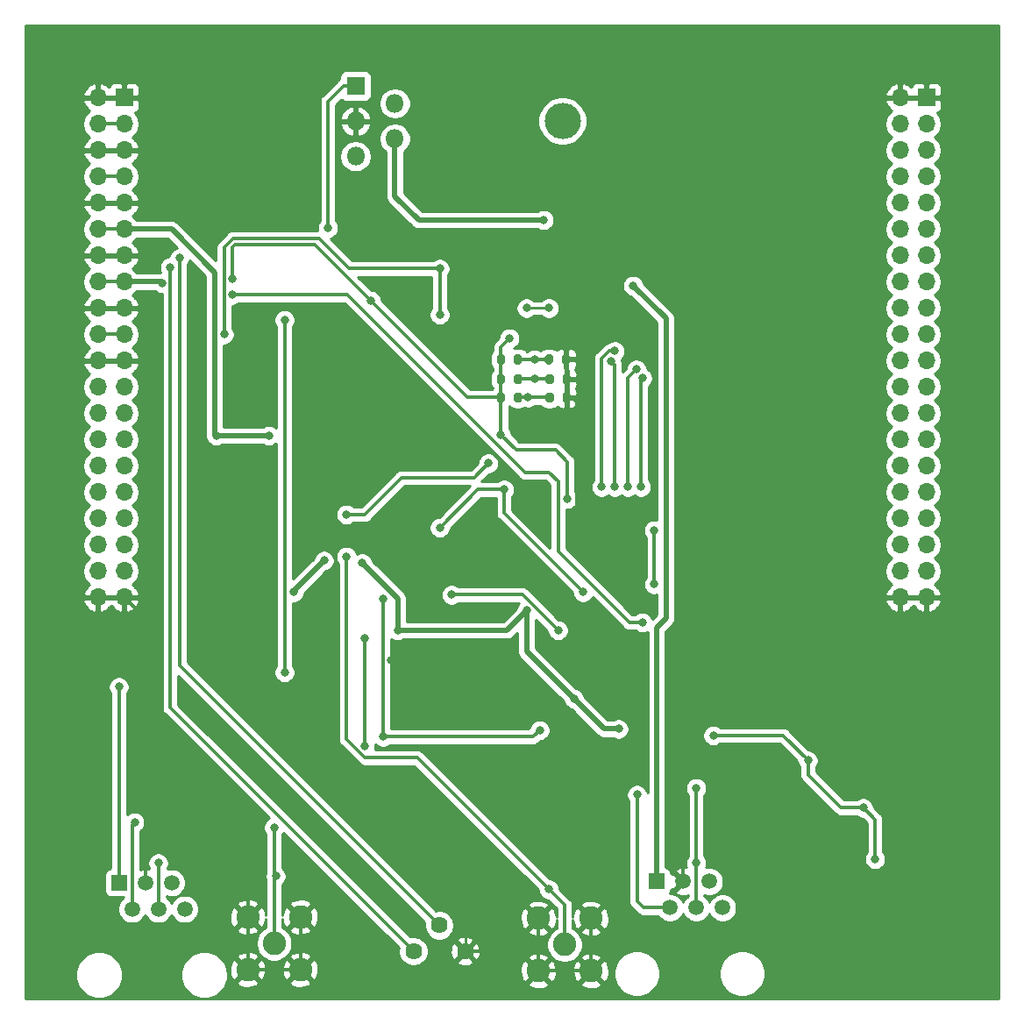
<source format=gbl>
%TF.GenerationSoftware,KiCad,Pcbnew,5.99.0+really5.1.12+dfsg1-1~bpo11+1*%
%TF.CreationDate,2021-12-25T19:54:22+01:00*%
%TF.ProjectId,Audio IN_OUT,41756469-6f20-4494-9e5f-4f55542e6b69,rev?*%
%TF.SameCoordinates,Original*%
%TF.FileFunction,Copper,L2,Bot*%
%TF.FilePolarity,Positive*%
%FSLAX46Y46*%
G04 Gerber Fmt 4.6, Leading zero omitted, Abs format (unit mm)*
G04 Created by KiCad (PCBNEW 5.99.0+really5.1.12+dfsg1-1~bpo11+1) date 2021-12-25 19:54:22*
%MOMM*%
%LPD*%
G01*
G04 APERTURE LIST*
%TA.AperFunction,ComponentPad*%
%ADD10C,1.620000*%
%TD*%
%TA.AperFunction,ComponentPad*%
%ADD11O,1.800000X1.800000*%
%TD*%
%TA.AperFunction,ComponentPad*%
%ADD12R,1.800000X1.800000*%
%TD*%
%TA.AperFunction,ComponentPad*%
%ADD13O,3.500000X3.500000*%
%TD*%
%TA.AperFunction,ComponentPad*%
%ADD14O,1.700000X1.700000*%
%TD*%
%TA.AperFunction,ComponentPad*%
%ADD15R,1.700000X1.700000*%
%TD*%
%TA.AperFunction,ComponentPad*%
%ADD16R,1.520000X1.520000*%
%TD*%
%TA.AperFunction,ComponentPad*%
%ADD17C,1.520000*%
%TD*%
%TA.AperFunction,ComponentPad*%
%ADD18C,2.250000*%
%TD*%
%TA.AperFunction,ViaPad*%
%ADD19C,0.800000*%
%TD*%
%TA.AperFunction,Conductor*%
%ADD20C,0.300000*%
%TD*%
%TA.AperFunction,Conductor*%
%ADD21C,0.250000*%
%TD*%
%TA.AperFunction,Conductor*%
%ADD22C,0.500000*%
%TD*%
%TA.AperFunction,Conductor*%
%ADD23C,0.254000*%
%TD*%
%TA.AperFunction,Conductor*%
%ADD24C,0.100000*%
%TD*%
G04 APERTURE END LIST*
D10*
%TO.P,RV201,1*%
%TO.N,Net-(C3020-Pad1)*%
X165100000Y-140843000D03*
%TO.P,RV201,2*%
%TO.N,Net-(JP201-Pad1)*%
X167600000Y-138343000D03*
%TO.P,RV201,3*%
%TO.N,GND*%
X170100000Y-140843000D03*
%TD*%
D11*
%TO.P,U3003,5*%
%TO.N,+BATT*%
X159512000Y-64077000D03*
%TO.P,U3003,4*%
%TO.N,Net-(C3015-Pad1)*%
X163312000Y-62377000D03*
%TO.P,U3003,3*%
%TO.N,GND*%
X159512000Y-60677000D03*
%TO.P,U3003,2*%
%TO.N,Net-(C3014-Pad1)*%
X163312000Y-58977000D03*
D12*
%TO.P,U3003,1*%
%TO.N,Net-(JP201-Pad1)*%
X159512000Y-57277000D03*
D13*
%TO.P,U3003,*%
%TO.N,*%
X179492000Y-60677000D03*
%TD*%
D14*
%TO.P,J1001,40*%
%TO.N,GND*%
X212090000Y-106680000D03*
%TO.P,J1001,39*%
X214630000Y-106680000D03*
%TO.P,J1001,38*%
%TO.N,N/C*%
X212090000Y-104140000D03*
%TO.P,J1001,37*%
X214630000Y-104140000D03*
%TO.P,J1001,36*%
X212090000Y-101600000D03*
%TO.P,J1001,35*%
X214630000Y-101600000D03*
%TO.P,J1001,34*%
X212090000Y-99060000D03*
%TO.P,J1001,33*%
X214630000Y-99060000D03*
%TO.P,J1001,32*%
%TO.N,/SCL1*%
X212090000Y-96520000D03*
%TO.P,J1001,31*%
%TO.N,/SDA1*%
X214630000Y-96520000D03*
%TO.P,J1001,30*%
%TO.N,N/C*%
X212090000Y-93980000D03*
%TO.P,J1001,29*%
X214630000Y-93980000D03*
%TO.P,J1001,28*%
X212090000Y-91440000D03*
%TO.P,J1001,27*%
X214630000Y-91440000D03*
%TO.P,J1001,26*%
X212090000Y-88900000D03*
%TO.P,J1001,25*%
X214630000Y-88900000D03*
%TO.P,J1001,24*%
X212090000Y-86360000D03*
%TO.P,J1001,23*%
X214630000Y-86360000D03*
%TO.P,J1001,22*%
X212090000Y-83820000D03*
%TO.P,J1001,21*%
X214630000Y-83820000D03*
%TO.P,J1001,20*%
X212090000Y-81280000D03*
%TO.P,J1001,19*%
X214630000Y-81280000D03*
%TO.P,J1001,18*%
X212090000Y-78740000D03*
%TO.P,J1001,17*%
X214630000Y-78740000D03*
%TO.P,J1001,16*%
X212090000Y-76200000D03*
%TO.P,J1001,15*%
X214630000Y-76200000D03*
%TO.P,J1001,14*%
X212090000Y-73660000D03*
%TO.P,J1001,13*%
X214630000Y-73660000D03*
%TO.P,J1001,12*%
X212090000Y-71120000D03*
%TO.P,J1001,11*%
X214630000Y-71120000D03*
%TO.P,J1001,10*%
X212090000Y-68580000D03*
%TO.P,J1001,9*%
X214630000Y-68580000D03*
%TO.P,J1001,8*%
X212090000Y-66040000D03*
%TO.P,J1001,7*%
X214630000Y-66040000D03*
%TO.P,J1001,6*%
X212090000Y-63500000D03*
%TO.P,J1001,5*%
X214630000Y-63500000D03*
%TO.P,J1001,4*%
X212090000Y-60960000D03*
%TO.P,J1001,3*%
X214630000Y-60960000D03*
%TO.P,J1001,2*%
%TO.N,GND*%
X212090000Y-58420000D03*
D15*
%TO.P,J1001,1*%
X214630000Y-58420000D03*
%TD*%
%TO.P,J1002,1*%
%TO.N,GND*%
X137160000Y-58420000D03*
D14*
%TO.P,J1002,2*%
X134620000Y-58420000D03*
%TO.P,J1002,3*%
%TO.N,+BATT*%
X137160000Y-60960000D03*
%TO.P,J1002,4*%
X134620000Y-60960000D03*
%TO.P,J1002,5*%
%TO.N,GND*%
X137160000Y-63500000D03*
%TO.P,J1002,6*%
X134620000Y-63500000D03*
%TO.P,J1002,7*%
%TO.N,+12V*%
X137160000Y-66040000D03*
%TO.P,J1002,8*%
X134620000Y-66040000D03*
%TO.P,J1002,9*%
%TO.N,GND*%
X137160000Y-68580000D03*
%TO.P,J1002,10*%
X134620000Y-68580000D03*
%TO.P,J1002,11*%
%TO.N,+5VA*%
X137160000Y-71120000D03*
%TO.P,J1002,12*%
X134620000Y-71120000D03*
%TO.P,J1002,13*%
%TO.N,GND*%
X137160000Y-73660000D03*
%TO.P,J1002,14*%
X134620000Y-73660000D03*
%TO.P,J1002,15*%
%TO.N,+5VD*%
X137160000Y-76200000D03*
%TO.P,J1002,16*%
X134620000Y-76200000D03*
%TO.P,J1002,17*%
%TO.N,GND*%
X137160000Y-78740000D03*
%TO.P,J1002,18*%
X134620000Y-78740000D03*
%TO.P,J1002,19*%
%TO.N,+3V3*%
X137160000Y-81280000D03*
%TO.P,J1002,20*%
X134620000Y-81280000D03*
%TO.P,J1002,21*%
%TO.N,GND*%
X137160000Y-83820000D03*
%TO.P,J1002,22*%
X134620000Y-83820000D03*
%TO.P,J1002,23*%
%TO.N,N/C*%
X137160000Y-86360000D03*
%TO.P,J1002,24*%
X134620000Y-86360000D03*
%TO.P,J1002,25*%
X137160000Y-88900000D03*
%TO.P,J1002,26*%
X134620000Y-88900000D03*
%TO.P,J1002,27*%
X137160000Y-91440000D03*
%TO.P,J1002,28*%
X134620000Y-91440000D03*
%TO.P,J1002,29*%
X137160000Y-93980000D03*
%TO.P,J1002,30*%
X134620000Y-93980000D03*
%TO.P,J1002,31*%
X137160000Y-96520000D03*
%TO.P,J1002,32*%
X134620000Y-96520000D03*
%TO.P,J1002,33*%
X137160000Y-99060000D03*
%TO.P,J1002,34*%
X134620000Y-99060000D03*
%TO.P,J1002,35*%
X137160000Y-101600000D03*
%TO.P,J1002,36*%
X134620000Y-101600000D03*
%TO.P,J1002,37*%
X137160000Y-104140000D03*
%TO.P,J1002,38*%
X134620000Y-104140000D03*
%TO.P,J1002,39*%
%TO.N,GND*%
X137160000Y-106680000D03*
%TO.P,J1002,40*%
X134620000Y-106680000D03*
%TD*%
D16*
%TO.P,J1003,1*%
%TO.N,/HP*%
X188595000Y-134112000D03*
D17*
%TO.P,J1003,2*%
%TO.N,/MICRO*%
X189865000Y-136652000D03*
%TO.P,J1003,3*%
%TO.N,GND*%
X191135000Y-134112000D03*
%TO.P,J1003,4*%
%TO.N,/PTT*%
X192405000Y-136652000D03*
%TO.P,J1003,5*%
%TO.N,N/C*%
X193675000Y-134112000D03*
%TO.P,J1003,6*%
X194945000Y-136652000D03*
%TD*%
%TO.P,J1004,6*%
%TO.N,N/C*%
X143002000Y-136779000D03*
%TO.P,J1004,5*%
X141732000Y-134239000D03*
%TO.P,J1004,4*%
%TO.N,/PTT*%
X140462000Y-136779000D03*
%TO.P,J1004,3*%
%TO.N,GND*%
X139192000Y-134239000D03*
%TO.P,J1004,2*%
%TO.N,/BFE*%
X137922000Y-136779000D03*
D16*
%TO.P,J1004,1*%
%TO.N,/BFR*%
X136652000Y-134239000D03*
%TD*%
%TO.P,R307,1*%
%TO.N,+5VD*%
%TA.AperFunction,SMDPad,CuDef*%
G36*
G01*
X173146000Y-87651000D02*
X173146000Y-87101000D01*
G75*
G02*
X173346000Y-86901000I200000J0D01*
G01*
X173746000Y-86901000D01*
G75*
G02*
X173946000Y-87101000I0J-200000D01*
G01*
X173946000Y-87651000D01*
G75*
G02*
X173746000Y-87851000I-200000J0D01*
G01*
X173346000Y-87851000D01*
G75*
G02*
X173146000Y-87651000I0J200000D01*
G01*
G37*
%TD.AperFunction*%
%TO.P,R307,2*%
%TO.N,Net-(R307-Pad2)*%
%TA.AperFunction,SMDPad,CuDef*%
G36*
G01*
X174796000Y-87651000D02*
X174796000Y-87101000D01*
G75*
G02*
X174996000Y-86901000I200000J0D01*
G01*
X175396000Y-86901000D01*
G75*
G02*
X175596000Y-87101000I0J-200000D01*
G01*
X175596000Y-87651000D01*
G75*
G02*
X175396000Y-87851000I-200000J0D01*
G01*
X174996000Y-87851000D01*
G75*
G02*
X174796000Y-87651000I0J200000D01*
G01*
G37*
%TD.AperFunction*%
%TD*%
%TO.P,R308,1*%
%TO.N,Net-(R307-Pad2)*%
%TA.AperFunction,SMDPad,CuDef*%
G36*
G01*
X177845000Y-87651000D02*
X177845000Y-87101000D01*
G75*
G02*
X178045000Y-86901000I200000J0D01*
G01*
X178445000Y-86901000D01*
G75*
G02*
X178645000Y-87101000I0J-200000D01*
G01*
X178645000Y-87651000D01*
G75*
G02*
X178445000Y-87851000I-200000J0D01*
G01*
X178045000Y-87851000D01*
G75*
G02*
X177845000Y-87651000I0J200000D01*
G01*
G37*
%TD.AperFunction*%
%TO.P,R308,2*%
%TO.N,GND*%
%TA.AperFunction,SMDPad,CuDef*%
G36*
G01*
X179495000Y-87651000D02*
X179495000Y-87101000D01*
G75*
G02*
X179695000Y-86901000I200000J0D01*
G01*
X180095000Y-86901000D01*
G75*
G02*
X180295000Y-87101000I0J-200000D01*
G01*
X180295000Y-87651000D01*
G75*
G02*
X180095000Y-87851000I-200000J0D01*
G01*
X179695000Y-87851000D01*
G75*
G02*
X179495000Y-87651000I0J200000D01*
G01*
G37*
%TD.AperFunction*%
%TD*%
%TO.P,R309,2*%
%TO.N,+5VD*%
%TA.AperFunction,SMDPad,CuDef*%
G36*
G01*
X173946000Y-85323000D02*
X173946000Y-85873000D01*
G75*
G02*
X173746000Y-86073000I-200000J0D01*
G01*
X173346000Y-86073000D01*
G75*
G02*
X173146000Y-85873000I0J200000D01*
G01*
X173146000Y-85323000D01*
G75*
G02*
X173346000Y-85123000I200000J0D01*
G01*
X173746000Y-85123000D01*
G75*
G02*
X173946000Y-85323000I0J-200000D01*
G01*
G37*
%TD.AperFunction*%
%TO.P,R309,1*%
%TO.N,Net-(R309-Pad1)*%
%TA.AperFunction,SMDPad,CuDef*%
G36*
G01*
X175596000Y-85323000D02*
X175596000Y-85873000D01*
G75*
G02*
X175396000Y-86073000I-200000J0D01*
G01*
X174996000Y-86073000D01*
G75*
G02*
X174796000Y-85873000I0J200000D01*
G01*
X174796000Y-85323000D01*
G75*
G02*
X174996000Y-85123000I200000J0D01*
G01*
X175396000Y-85123000D01*
G75*
G02*
X175596000Y-85323000I0J-200000D01*
G01*
G37*
%TD.AperFunction*%
%TD*%
%TO.P,R310,2*%
%TO.N,Net-(R309-Pad1)*%
%TA.AperFunction,SMDPad,CuDef*%
G36*
G01*
X178645000Y-85323000D02*
X178645000Y-85873000D01*
G75*
G02*
X178445000Y-86073000I-200000J0D01*
G01*
X178045000Y-86073000D01*
G75*
G02*
X177845000Y-85873000I0J200000D01*
G01*
X177845000Y-85323000D01*
G75*
G02*
X178045000Y-85123000I200000J0D01*
G01*
X178445000Y-85123000D01*
G75*
G02*
X178645000Y-85323000I0J-200000D01*
G01*
G37*
%TD.AperFunction*%
%TO.P,R310,1*%
%TO.N,GND*%
%TA.AperFunction,SMDPad,CuDef*%
G36*
G01*
X180295000Y-85323000D02*
X180295000Y-85873000D01*
G75*
G02*
X180095000Y-86073000I-200000J0D01*
G01*
X179695000Y-86073000D01*
G75*
G02*
X179495000Y-85873000I0J200000D01*
G01*
X179495000Y-85323000D01*
G75*
G02*
X179695000Y-85123000I200000J0D01*
G01*
X180095000Y-85123000D01*
G75*
G02*
X180295000Y-85323000I0J-200000D01*
G01*
G37*
%TD.AperFunction*%
%TD*%
%TO.P,R311,1*%
%TO.N,+5VD*%
%TA.AperFunction,SMDPad,CuDef*%
G36*
G01*
X173146000Y-83968000D02*
X173146000Y-83418000D01*
G75*
G02*
X173346000Y-83218000I200000J0D01*
G01*
X173746000Y-83218000D01*
G75*
G02*
X173946000Y-83418000I0J-200000D01*
G01*
X173946000Y-83968000D01*
G75*
G02*
X173746000Y-84168000I-200000J0D01*
G01*
X173346000Y-84168000D01*
G75*
G02*
X173146000Y-83968000I0J200000D01*
G01*
G37*
%TD.AperFunction*%
%TO.P,R311,2*%
%TO.N,Net-(R311-Pad2)*%
%TA.AperFunction,SMDPad,CuDef*%
G36*
G01*
X174796000Y-83968000D02*
X174796000Y-83418000D01*
G75*
G02*
X174996000Y-83218000I200000J0D01*
G01*
X175396000Y-83218000D01*
G75*
G02*
X175596000Y-83418000I0J-200000D01*
G01*
X175596000Y-83968000D01*
G75*
G02*
X175396000Y-84168000I-200000J0D01*
G01*
X174996000Y-84168000D01*
G75*
G02*
X174796000Y-83968000I0J200000D01*
G01*
G37*
%TD.AperFunction*%
%TD*%
%TO.P,R312,2*%
%TO.N,Net-(R311-Pad2)*%
%TA.AperFunction,SMDPad,CuDef*%
G36*
G01*
X178582000Y-83418000D02*
X178582000Y-83968000D01*
G75*
G02*
X178382000Y-84168000I-200000J0D01*
G01*
X177982000Y-84168000D01*
G75*
G02*
X177782000Y-83968000I0J200000D01*
G01*
X177782000Y-83418000D01*
G75*
G02*
X177982000Y-83218000I200000J0D01*
G01*
X178382000Y-83218000D01*
G75*
G02*
X178582000Y-83418000I0J-200000D01*
G01*
G37*
%TD.AperFunction*%
%TO.P,R312,1*%
%TO.N,GND*%
%TA.AperFunction,SMDPad,CuDef*%
G36*
G01*
X180232000Y-83418000D02*
X180232000Y-83968000D01*
G75*
G02*
X180032000Y-84168000I-200000J0D01*
G01*
X179632000Y-84168000D01*
G75*
G02*
X179432000Y-83968000I0J200000D01*
G01*
X179432000Y-83418000D01*
G75*
G02*
X179632000Y-83218000I200000J0D01*
G01*
X180032000Y-83218000D01*
G75*
G02*
X180232000Y-83418000I0J-200000D01*
G01*
G37*
%TD.AperFunction*%
%TD*%
D18*
%TO.P,J101,1*%
%TO.N,/MOD*%
X151638000Y-140081000D03*
%TO.P,J101,2*%
%TO.N,GND*%
X149098000Y-137541000D03*
X149098000Y-142621000D03*
X154178000Y-142621000D03*
X154178000Y-137541000D03*
%TD*%
%TO.P,J102,2*%
%TO.N,GND*%
X182245000Y-137668000D03*
X182245000Y-142748000D03*
X177165000Y-142748000D03*
X177165000Y-137668000D03*
%TO.P,J102,1*%
%TO.N,/DEMOD*%
X179705000Y-140208000D03*
%TD*%
D19*
%TO.N,GND*%
X180848000Y-87503000D03*
X180848000Y-100965000D03*
X176022000Y-96012000D03*
X177927000Y-96012000D03*
X153924000Y-90297000D03*
X215773000Y-133985000D03*
X211455000Y-133985000D03*
X191135000Y-126492000D03*
X139192000Y-131318000D03*
X191135000Y-131318000D03*
X162941000Y-112776000D03*
X165227000Y-115316000D03*
X191262000Y-114681000D03*
X179832000Y-76708000D03*
X157988000Y-68453000D03*
X170434000Y-73914000D03*
X170053000Y-131318000D03*
X149098000Y-131318000D03*
%TO.N,+3V3*%
X167640000Y-79375000D03*
X167640000Y-74930000D03*
X146812000Y-81280000D03*
X167640000Y-99949000D03*
X173863000Y-96266000D03*
X181483000Y-106172000D03*
%TO.N,+5VA*%
X146050000Y-91059000D03*
X151130000Y-91059000D03*
X153543000Y-106172000D03*
X156464000Y-103124000D03*
X163576000Y-109855000D03*
X160147000Y-103378000D03*
X176022000Y-107950000D03*
X180594000Y-116459000D03*
X203200000Y-122428000D03*
X194056000Y-120015000D03*
X208534000Y-127000000D03*
X209677000Y-131953000D03*
X184912000Y-119380000D03*
%TO.N,+5VD*%
X174371000Y-81661000D03*
X179959000Y-97155000D03*
X147574000Y-75946000D03*
X160972500Y-78041500D03*
X140854990Y-76327000D03*
X188341000Y-105410000D03*
X188341000Y-100203000D03*
X158623000Y-98679000D03*
X172339000Y-93726000D03*
X173546000Y-90996000D03*
%TO.N,Net-(C3007-Pad2)*%
X152654000Y-113919000D03*
X152654000Y-79883000D03*
%TO.N,Net-(C3015-Pad1)*%
X177673000Y-70231000D03*
%TO.N,Net-(C3020-Pad1)*%
X141605000Y-74803000D03*
%TO.N,Net-(C205-Pad2)*%
X168783000Y-106426000D03*
X179070000Y-109855000D03*
%TO.N,/PTT*%
X192405000Y-125095000D03*
X140462000Y-132334000D03*
X192405000Y-132334000D03*
%TO.N,/HP*%
X186309000Y-76581000D03*
%TO.N,/SCL1*%
X176022000Y-78740000D03*
X178181000Y-78740000D03*
%TO.N,/MICRO*%
X186690000Y-125730000D03*
%TO.N,/BFE*%
X138176000Y-128397000D03*
X162179000Y-120142000D03*
X162149452Y-106836548D03*
X177292000Y-119507000D03*
%TO.N,/BFR*%
X136652000Y-115316000D03*
%TO.N,/CMD-TX*%
X187198000Y-109093000D03*
X147574000Y-77470000D03*
%TO.N,Net-(R307-Pad2)*%
X176160990Y-87376000D03*
%TO.N,Net-(R309-Pad1)*%
X176784000Y-85598000D03*
%TO.N,Net-(R311-Pad2)*%
X176784000Y-83693000D03*
%TO.N,Net-(U302-Pad9)*%
X183261000Y-96012000D03*
X184547716Y-82884485D03*
%TO.N,Net-(U302-Pad10)*%
X184531000Y-96012000D03*
X184209510Y-83825570D03*
%TO.N,Net-(U302-Pad11)*%
X185801000Y-96012000D03*
X186636251Y-84660399D03*
%TO.N,Net-(U302-Pad12)*%
X187071000Y-96012000D03*
X187204906Y-85482990D03*
%TO.N,Net-(JP201-Pad1)*%
X156845000Y-70993000D03*
X142494000Y-73914000D03*
%TO.N,/DEMOD*%
X158623000Y-102743000D03*
X178181000Y-134874000D03*
%TO.N,/MOD*%
X160401000Y-110617000D03*
X160401000Y-121031000D03*
X151638000Y-128905000D03*
X151814002Y-133604000D03*
%TD*%
D20*
%TO.N,GND*%
X179895000Y-87376000D02*
X179895000Y-85598000D01*
X179895000Y-83756000D02*
X179832000Y-83693000D01*
X179895000Y-85598000D02*
X179895000Y-83756000D01*
X180721000Y-87376000D02*
X180848000Y-87503000D01*
X179895000Y-87376000D02*
X180721000Y-87376000D01*
X180848000Y-87503000D02*
X180848000Y-95504000D01*
X180848000Y-95504000D02*
X180848000Y-100965000D01*
X176022000Y-96012000D02*
X177927000Y-96012000D01*
X170307000Y-90297000D02*
X176022000Y-96012000D01*
X153924000Y-90297000D02*
X158496000Y-90297000D01*
X158496000Y-90297000D02*
X170307000Y-90297000D01*
X134620000Y-106680000D02*
X137160000Y-106680000D01*
X138432001Y-107952001D02*
X137160000Y-106680000D01*
X139192000Y-119375998D02*
X138432001Y-118615999D01*
X138432001Y-118615999D02*
X138432001Y-107952001D01*
X215773000Y-133985000D02*
X211455000Y-133985000D01*
X191135000Y-134112000D02*
X191135000Y-126492000D01*
X139192000Y-131445000D02*
X139192000Y-131318000D01*
X139192000Y-131318000D02*
X139192000Y-119375998D01*
X139192000Y-134239000D02*
X139192000Y-131445000D01*
X165227000Y-115062000D02*
X165227000Y-115316000D01*
X162941000Y-112776000D02*
X165227000Y-115062000D01*
X212090000Y-106680000D02*
X214630000Y-106680000D01*
X215773000Y-119380000D02*
X215773000Y-133985000D01*
X212090000Y-115697000D02*
X215773000Y-119380000D01*
X134620000Y-78740000D02*
X137160000Y-78740000D01*
X134620000Y-83820000D02*
X137160000Y-83820000D01*
X134620000Y-73660000D02*
X137160000Y-73660000D01*
X134620000Y-68580000D02*
X137160000Y-68580000D01*
X134620000Y-58420000D02*
X137160000Y-58420000D01*
X134620000Y-58420000D02*
X132842000Y-58420000D01*
X132842000Y-58420000D02*
X132334000Y-58928000D01*
X132969000Y-83820000D02*
X134620000Y-83820000D01*
X132334000Y-83185000D02*
X132969000Y-83820000D01*
X132461000Y-78740000D02*
X132334000Y-78613000D01*
X134620000Y-78740000D02*
X132461000Y-78740000D01*
X132461000Y-73660000D02*
X132334000Y-73533000D01*
X134620000Y-73660000D02*
X132461000Y-73660000D01*
X132334000Y-73533000D02*
X132334000Y-78613000D01*
X134620000Y-68580000D02*
X132334000Y-68580000D01*
X132334000Y-68580000D02*
X132334000Y-73533000D01*
X134620000Y-63500000D02*
X137160000Y-63500000D01*
X134620000Y-63500000D02*
X132334000Y-63500000D01*
X132334000Y-63500000D02*
X132334000Y-68580000D01*
X132334000Y-58928000D02*
X132334000Y-63500000D01*
X211963000Y-114681000D02*
X212090000Y-114554000D01*
X191262000Y-114681000D02*
X211963000Y-114681000D01*
X212090000Y-114554000D02*
X212090000Y-115697000D01*
X212090000Y-106680000D02*
X212090000Y-114554000D01*
X179832000Y-83693000D02*
X179832000Y-76708000D01*
X179832000Y-76708000D02*
X182245000Y-76708000D01*
X200533000Y-58420000D02*
X212090000Y-58420000D01*
X182245000Y-76708000D02*
X200533000Y-58420000D01*
X212090000Y-58420000D02*
X214630000Y-58420000D01*
X132334000Y-82423000D02*
X132334000Y-105537000D01*
X132334000Y-78613000D02*
X132334000Y-82423000D01*
X132334000Y-82423000D02*
X132334000Y-83185000D01*
X133477000Y-106680000D02*
X134620000Y-106680000D01*
X132334000Y-105537000D02*
X133477000Y-106680000D01*
D21*
X157988000Y-68453000D02*
X157988000Y-71882000D01*
X160020000Y-73914000D02*
X170434000Y-73914000D01*
X157988000Y-71882000D02*
X160020000Y-73914000D01*
X170100000Y-131365000D02*
X170053000Y-131318000D01*
X170100000Y-140843000D02*
X170100000Y-131365000D01*
D20*
X154178000Y-137541000D02*
X154178000Y-142621000D01*
X154178000Y-142621000D02*
X149098000Y-142621000D01*
X149098000Y-137541000D02*
X149098000Y-142621000D01*
X149098000Y-137541000D02*
X149098000Y-131318000D01*
X177165000Y-142748000D02*
X182245000Y-142748000D01*
X182245000Y-142748000D02*
X182245000Y-137668000D01*
X177165000Y-140843000D02*
X177165000Y-142748000D01*
X170100000Y-140843000D02*
X177165000Y-140843000D01*
X177165000Y-137668000D02*
X177165000Y-140843000D01*
%TO.N,+3V3*%
X134620000Y-81280000D02*
X137160000Y-81280000D01*
X167640000Y-79375000D02*
X167640000Y-74930000D01*
X146812000Y-81280000D02*
X146812000Y-72898000D01*
X146812000Y-72898000D02*
X147701000Y-72009000D01*
X147701000Y-72009000D02*
X155956000Y-72009000D01*
X158877000Y-74930000D02*
X167640000Y-74930000D01*
X155956000Y-72009000D02*
X158877000Y-74930000D01*
X171323000Y-96266000D02*
X173863000Y-96266000D01*
X167640000Y-99949000D02*
X171323000Y-96266000D01*
X173863000Y-98552000D02*
X173863000Y-96266000D01*
X181483000Y-106172000D02*
X173863000Y-98552000D01*
%TO.N,+BATT*%
X134620000Y-60960000D02*
X137160000Y-60960000D01*
%TO.N,+12V*%
X134620000Y-66040000D02*
X137160000Y-66040000D01*
%TO.N,+5VA*%
X200787000Y-120015000D02*
X194056000Y-120015000D01*
X203200000Y-122428000D02*
X200787000Y-120015000D01*
X203200000Y-122428000D02*
X203200000Y-123825000D01*
X206375000Y-127000000D02*
X208534000Y-127000000D01*
X203200000Y-123825000D02*
X206375000Y-127000000D01*
X209677000Y-128143000D02*
X208534000Y-127000000D01*
X209677000Y-131953000D02*
X209677000Y-128143000D01*
X134620000Y-71120000D02*
X137160000Y-71120000D01*
D22*
X146050000Y-91059000D02*
X151130000Y-91059000D01*
X153543000Y-106045000D02*
X156464000Y-103124000D01*
X153543000Y-106172000D02*
X153543000Y-106045000D01*
X160147000Y-103378000D02*
X163576000Y-106807000D01*
D20*
X163576000Y-109855000D02*
X163576000Y-107061000D01*
D22*
X163576000Y-106807000D02*
X163576000Y-107061000D01*
X163576000Y-106807000D02*
X163576000Y-109855000D01*
X174117000Y-109855000D02*
X176022000Y-107950000D01*
X163576000Y-109855000D02*
X174117000Y-109855000D01*
X176022000Y-111887000D02*
X180594000Y-116459000D01*
X176022000Y-107950000D02*
X176022000Y-111887000D01*
X145884002Y-90893002D02*
X146050000Y-91059000D01*
X141732000Y-71120000D02*
X145884002Y-75272002D01*
X145884002Y-75272002D02*
X145884002Y-90893002D01*
X137160000Y-71120000D02*
X141732000Y-71120000D01*
X184912000Y-119380000D02*
X183515000Y-119380000D01*
X183515000Y-119380000D02*
X180594000Y-116459000D01*
D20*
X184912000Y-119380000D02*
X184404000Y-119380000D01*
%TO.N,+5VD*%
X173546000Y-83693000D02*
X173546000Y-85154000D01*
X173546000Y-85154000D02*
X173546000Y-85598000D01*
X173546000Y-85598000D02*
X173546000Y-87376000D01*
X173546000Y-82486000D02*
X174371000Y-81661000D01*
X173546000Y-83693000D02*
X173546000Y-82486000D01*
X173546000Y-90996000D02*
X175006000Y-92456000D01*
X173546000Y-87376000D02*
X173546000Y-90996000D01*
X175006000Y-92456000D02*
X178816000Y-92456000D01*
X178816000Y-92456000D02*
X179959000Y-93599000D01*
X179959000Y-93599000D02*
X179959000Y-97155000D01*
X134620000Y-76200000D02*
X137160000Y-76200000D01*
X147574000Y-75946000D02*
X147574000Y-72898000D01*
X147574000Y-72898000D02*
X147828000Y-72644000D01*
X153670000Y-72644000D02*
X155575000Y-72644000D01*
X147828000Y-72644000D02*
X153670000Y-72644000D01*
X170307000Y-87376000D02*
X173546000Y-87376000D01*
X160972500Y-78041500D02*
X170307000Y-87376000D01*
X155575000Y-72644000D02*
X160972500Y-78041500D01*
D22*
X137160000Y-76200000D02*
X140727990Y-76200000D01*
X140727990Y-76200000D02*
X140854990Y-76327000D01*
D20*
X188341000Y-100203000D02*
X188341000Y-105410000D01*
X170942000Y-95123000D02*
X172339000Y-93726000D01*
X163957000Y-95123000D02*
X170942000Y-95123000D01*
X160401000Y-98679000D02*
X163957000Y-95123000D01*
X158623000Y-98679000D02*
X160401000Y-98679000D01*
%TO.N,Net-(C3007-Pad2)*%
X152654000Y-90551000D02*
X152654000Y-79883000D01*
X152654000Y-113919000D02*
X152654000Y-90551000D01*
D22*
%TO.N,Net-(C3015-Pad1)*%
X163312000Y-62377000D02*
X163312000Y-67935000D01*
X165608000Y-70231000D02*
X177673000Y-70231000D01*
X163312000Y-67935000D02*
X165608000Y-70231000D01*
D20*
%TO.N,Net-(C3020-Pad1)*%
X141605000Y-117348000D02*
X165100000Y-140843000D01*
X141605000Y-74803000D02*
X141605000Y-117348000D01*
%TO.N,Net-(C205-Pad2)*%
X175641000Y-106426000D02*
X179070000Y-109855000D01*
X168783000Y-106426000D02*
X175641000Y-106426000D01*
%TO.N,/PTT*%
X192405000Y-136652000D02*
X192405000Y-125095000D01*
X140462000Y-132334000D02*
X140462000Y-136779000D01*
D22*
%TO.N,/HP*%
X186309000Y-76581000D02*
X189484000Y-79756000D01*
X188595000Y-134112000D02*
X188595000Y-109601000D01*
X189484000Y-108712000D02*
X189484000Y-79756000D01*
X188595000Y-109601000D02*
X189484000Y-108712000D01*
D21*
%TO.N,/SCL1*%
X176022000Y-78740000D02*
X178181000Y-78740000D01*
D20*
%TO.N,/MICRO*%
X189865000Y-136652000D02*
X187325000Y-136652000D01*
X186690000Y-136017000D02*
X186690000Y-125730000D01*
X187325000Y-136652000D02*
X186690000Y-136017000D01*
%TO.N,/BFE*%
X137922000Y-128651000D02*
X138176000Y-128397000D01*
X137922000Y-136779000D02*
X137922000Y-128651000D01*
X162179000Y-120142000D02*
X162179000Y-106866096D01*
X162179000Y-106866096D02*
X162149452Y-106836548D01*
X176657000Y-120142000D02*
X177292000Y-119507000D01*
X162179000Y-120142000D02*
X176657000Y-120142000D01*
%TO.N,/BFR*%
X136652000Y-134239000D02*
X136652000Y-115316000D01*
%TO.N,/CMD-TX*%
X185928000Y-109093000D02*
X187198000Y-109093000D01*
X179070000Y-102235000D02*
X185928000Y-109093000D01*
X178181000Y-94615000D02*
X179070000Y-95504000D01*
X175883322Y-94615000D02*
X178181000Y-94615000D01*
X179070000Y-95504000D02*
X179070000Y-102235000D01*
X147574000Y-77470000D02*
X158738322Y-77470000D01*
X158738322Y-77470000D02*
X158807661Y-77539339D01*
X158807661Y-77539339D02*
X175883322Y-94615000D01*
%TO.N,Net-(R307-Pad2)*%
X175196000Y-87376000D02*
X176160990Y-87376000D01*
X178245000Y-87376000D02*
X176160990Y-87376000D01*
%TO.N,Net-(R309-Pad1)*%
X176784000Y-85598000D02*
X175196000Y-85598000D01*
X176784000Y-85598000D02*
X178245000Y-85598000D01*
%TO.N,Net-(R311-Pad2)*%
X176784000Y-83693000D02*
X175196000Y-83693000D01*
X176784000Y-83693000D02*
X178182000Y-83693000D01*
%TO.N,Net-(U302-Pad9)*%
X183261000Y-96012000D02*
X183261000Y-83605516D01*
X183261000Y-83605516D02*
X183982031Y-82884485D01*
X183982031Y-82884485D02*
X184547716Y-82884485D01*
%TO.N,Net-(U302-Pad10)*%
X184209510Y-83911479D02*
X184209510Y-83825570D01*
X184531000Y-96012000D02*
X184531000Y-84232969D01*
X184531000Y-84232969D02*
X184209510Y-83911479D01*
%TO.N,Net-(U302-Pad11)*%
X185801000Y-85495650D02*
X186636251Y-84660399D01*
X185801000Y-96012000D02*
X185801000Y-85495650D01*
%TO.N,Net-(U302-Pad12)*%
X187071000Y-85616896D02*
X187204906Y-85482990D01*
X187071000Y-96012000D02*
X187071000Y-85616896D01*
%TO.N,Net-(JP201-Pad1)*%
X158369000Y-57277000D02*
X156845000Y-58801000D01*
X156845000Y-58801000D02*
X156845000Y-70993000D01*
X159512000Y-57277000D02*
X158369000Y-57277000D01*
X142494000Y-102235000D02*
X142494000Y-113237000D01*
X142494000Y-113237000D02*
X167600000Y-138343000D01*
X142494000Y-102235000D02*
X142494000Y-73914000D01*
%TO.N,/DEMOD*%
X158623000Y-102743000D02*
X158623000Y-120363004D01*
X158623000Y-120363004D02*
X160433996Y-122174000D01*
X160433996Y-122174000D02*
X165481000Y-122174000D01*
X179705000Y-136398000D02*
X178181000Y-134874000D01*
X179705000Y-140208000D02*
X179705000Y-136398000D01*
X165481000Y-122174000D02*
X178181000Y-134874000D01*
%TO.N,/MOD*%
X160401000Y-110617000D02*
X160401000Y-121031000D01*
X151814002Y-133604000D02*
X151765000Y-133604000D01*
X151638000Y-133477000D02*
X151638000Y-140081000D01*
X151765000Y-133604000D02*
X151638000Y-133477000D01*
X151638000Y-128905000D02*
X151638000Y-133477000D01*
%TD*%
D23*
%TO.N,GND*%
X221590001Y-145390000D02*
X127660000Y-145390000D01*
X127660000Y-142906409D01*
X132482000Y-142906409D01*
X132482000Y-143351591D01*
X132568851Y-143788218D01*
X132739214Y-144199511D01*
X132986544Y-144569666D01*
X133301334Y-144884456D01*
X133671489Y-145131786D01*
X134082782Y-145302149D01*
X134519409Y-145389000D01*
X134964591Y-145389000D01*
X135401218Y-145302149D01*
X135812511Y-145131786D01*
X136182666Y-144884456D01*
X136497456Y-144569666D01*
X136744786Y-144199511D01*
X136915149Y-143788218D01*
X137002000Y-143351591D01*
X137002000Y-142906409D01*
X142642000Y-142906409D01*
X142642000Y-143351591D01*
X142728851Y-143788218D01*
X142899214Y-144199511D01*
X143146544Y-144569666D01*
X143461334Y-144884456D01*
X143831489Y-145131786D01*
X144242782Y-145302149D01*
X144679409Y-145389000D01*
X145124591Y-145389000D01*
X145561218Y-145302149D01*
X145972511Y-145131786D01*
X146342666Y-144884456D01*
X146657456Y-144569666D01*
X146904786Y-144199511D01*
X147051409Y-143845531D01*
X148053074Y-143845531D01*
X148163921Y-144122714D01*
X148474840Y-144276089D01*
X148809705Y-144365860D01*
X149155650Y-144388576D01*
X149499380Y-144343366D01*
X149827685Y-144231966D01*
X150032079Y-144122714D01*
X150142926Y-143845531D01*
X153133074Y-143845531D01*
X153243921Y-144122714D01*
X153554840Y-144276089D01*
X153889705Y-144365860D01*
X154235650Y-144388576D01*
X154579380Y-144343366D01*
X154907685Y-144231966D01*
X155112079Y-144122714D01*
X155172138Y-143972531D01*
X176120074Y-143972531D01*
X176230921Y-144249714D01*
X176541840Y-144403089D01*
X176876705Y-144492860D01*
X177222650Y-144515576D01*
X177566380Y-144470366D01*
X177894685Y-144358966D01*
X178099079Y-144249714D01*
X178209926Y-143972531D01*
X181200074Y-143972531D01*
X181310921Y-144249714D01*
X181621840Y-144403089D01*
X181956705Y-144492860D01*
X182302650Y-144515576D01*
X182646380Y-144470366D01*
X182974685Y-144358966D01*
X183179079Y-144249714D01*
X183289926Y-143972531D01*
X182245000Y-142927605D01*
X181200074Y-143972531D01*
X178209926Y-143972531D01*
X177165000Y-142927605D01*
X176120074Y-143972531D01*
X155172138Y-143972531D01*
X155222926Y-143845531D01*
X154178000Y-142800605D01*
X153133074Y-143845531D01*
X150142926Y-143845531D01*
X149098000Y-142800605D01*
X148053074Y-143845531D01*
X147051409Y-143845531D01*
X147075149Y-143788218D01*
X147162000Y-143351591D01*
X147162000Y-142906409D01*
X147116696Y-142678650D01*
X147330424Y-142678650D01*
X147375634Y-143022380D01*
X147487034Y-143350685D01*
X147596286Y-143555079D01*
X147873469Y-143665926D01*
X148918395Y-142621000D01*
X149277605Y-142621000D01*
X150322531Y-143665926D01*
X150599714Y-143555079D01*
X150753089Y-143244160D01*
X150842860Y-142909295D01*
X150858004Y-142678650D01*
X152410424Y-142678650D01*
X152455634Y-143022380D01*
X152567034Y-143350685D01*
X152676286Y-143555079D01*
X152953469Y-143665926D01*
X153998395Y-142621000D01*
X154357605Y-142621000D01*
X155402531Y-143665926D01*
X155679714Y-143555079D01*
X155833089Y-143244160D01*
X155922860Y-142909295D01*
X155929665Y-142805650D01*
X175397424Y-142805650D01*
X175442634Y-143149380D01*
X175554034Y-143477685D01*
X175663286Y-143682079D01*
X175940469Y-143792926D01*
X176985395Y-142748000D01*
X177344605Y-142748000D01*
X178389531Y-143792926D01*
X178666714Y-143682079D01*
X178820089Y-143371160D01*
X178909860Y-143036295D01*
X178925004Y-142805650D01*
X180477424Y-142805650D01*
X180522634Y-143149380D01*
X180634034Y-143477685D01*
X180743286Y-143682079D01*
X181020469Y-143792926D01*
X182065395Y-142748000D01*
X182424605Y-142748000D01*
X183469531Y-143792926D01*
X183746714Y-143682079D01*
X183900089Y-143371160D01*
X183989860Y-143036295D01*
X184006728Y-142779409D01*
X184425000Y-142779409D01*
X184425000Y-143224591D01*
X184511851Y-143661218D01*
X184682214Y-144072511D01*
X184929544Y-144442666D01*
X185244334Y-144757456D01*
X185614489Y-145004786D01*
X186025782Y-145175149D01*
X186462409Y-145262000D01*
X186907591Y-145262000D01*
X187344218Y-145175149D01*
X187755511Y-145004786D01*
X188125666Y-144757456D01*
X188440456Y-144442666D01*
X188687786Y-144072511D01*
X188858149Y-143661218D01*
X188945000Y-143224591D01*
X188945000Y-142779409D01*
X194585000Y-142779409D01*
X194585000Y-143224591D01*
X194671851Y-143661218D01*
X194842214Y-144072511D01*
X195089544Y-144442666D01*
X195404334Y-144757456D01*
X195774489Y-145004786D01*
X196185782Y-145175149D01*
X196622409Y-145262000D01*
X197067591Y-145262000D01*
X197504218Y-145175149D01*
X197915511Y-145004786D01*
X198285666Y-144757456D01*
X198600456Y-144442666D01*
X198847786Y-144072511D01*
X199018149Y-143661218D01*
X199105000Y-143224591D01*
X199105000Y-142779409D01*
X199018149Y-142342782D01*
X198847786Y-141931489D01*
X198600456Y-141561334D01*
X198285666Y-141246544D01*
X197915511Y-140999214D01*
X197504218Y-140828851D01*
X197067591Y-140742000D01*
X196622409Y-140742000D01*
X196185782Y-140828851D01*
X195774489Y-140999214D01*
X195404334Y-141246544D01*
X195089544Y-141561334D01*
X194842214Y-141931489D01*
X194671851Y-142342782D01*
X194585000Y-142779409D01*
X188945000Y-142779409D01*
X188858149Y-142342782D01*
X188687786Y-141931489D01*
X188440456Y-141561334D01*
X188125666Y-141246544D01*
X187755511Y-140999214D01*
X187344218Y-140828851D01*
X186907591Y-140742000D01*
X186462409Y-140742000D01*
X186025782Y-140828851D01*
X185614489Y-140999214D01*
X185244334Y-141246544D01*
X184929544Y-141561334D01*
X184682214Y-141931489D01*
X184511851Y-142342782D01*
X184425000Y-142779409D01*
X184006728Y-142779409D01*
X184012576Y-142690350D01*
X183967366Y-142346620D01*
X183855966Y-142018315D01*
X183746714Y-141813921D01*
X183469531Y-141703074D01*
X182424605Y-142748000D01*
X182065395Y-142748000D01*
X181020469Y-141703074D01*
X180743286Y-141813921D01*
X180589911Y-142124840D01*
X180500140Y-142459705D01*
X180477424Y-142805650D01*
X178925004Y-142805650D01*
X178932576Y-142690350D01*
X178887366Y-142346620D01*
X178775966Y-142018315D01*
X178666714Y-141813921D01*
X178389531Y-141703074D01*
X177344605Y-142748000D01*
X176985395Y-142748000D01*
X175940469Y-141703074D01*
X175663286Y-141813921D01*
X175509911Y-142124840D01*
X175420140Y-142459705D01*
X175397424Y-142805650D01*
X155929665Y-142805650D01*
X155945576Y-142563350D01*
X155900366Y-142219620D01*
X155788966Y-141891315D01*
X155679714Y-141686921D01*
X155402531Y-141576074D01*
X154357605Y-142621000D01*
X153998395Y-142621000D01*
X152953469Y-141576074D01*
X152676286Y-141686921D01*
X152522911Y-141997840D01*
X152433140Y-142332705D01*
X152410424Y-142678650D01*
X150858004Y-142678650D01*
X150865576Y-142563350D01*
X150820366Y-142219620D01*
X150708966Y-141891315D01*
X150599714Y-141686921D01*
X150322531Y-141576074D01*
X149277605Y-142621000D01*
X148918395Y-142621000D01*
X147873469Y-141576074D01*
X147596286Y-141686921D01*
X147442911Y-141997840D01*
X147353140Y-142332705D01*
X147330424Y-142678650D01*
X147116696Y-142678650D01*
X147075149Y-142469782D01*
X146904786Y-142058489D01*
X146657456Y-141688334D01*
X146365591Y-141396469D01*
X148053074Y-141396469D01*
X149098000Y-142441395D01*
X150142926Y-141396469D01*
X150032079Y-141119286D01*
X149721160Y-140965911D01*
X149386295Y-140876140D01*
X149040350Y-140853424D01*
X148696620Y-140898634D01*
X148368315Y-141010034D01*
X148163921Y-141119286D01*
X148053074Y-141396469D01*
X146365591Y-141396469D01*
X146342666Y-141373544D01*
X145972511Y-141126214D01*
X145561218Y-140955851D01*
X145124591Y-140869000D01*
X144679409Y-140869000D01*
X144242782Y-140955851D01*
X143831489Y-141126214D01*
X143461334Y-141373544D01*
X143146544Y-141688334D01*
X142899214Y-142058489D01*
X142728851Y-142469782D01*
X142642000Y-142906409D01*
X137002000Y-142906409D01*
X136915149Y-142469782D01*
X136744786Y-142058489D01*
X136497456Y-141688334D01*
X136182666Y-141373544D01*
X135812511Y-141126214D01*
X135401218Y-140955851D01*
X134964591Y-140869000D01*
X134519409Y-140869000D01*
X134082782Y-140955851D01*
X133671489Y-141126214D01*
X133301334Y-141373544D01*
X132986544Y-141688334D01*
X132739214Y-142058489D01*
X132568851Y-142469782D01*
X132482000Y-142906409D01*
X127660000Y-142906409D01*
X127660000Y-138765531D01*
X148053074Y-138765531D01*
X148163921Y-139042714D01*
X148474840Y-139196089D01*
X148809705Y-139285860D01*
X149155650Y-139308576D01*
X149499380Y-139263366D01*
X149827685Y-139151966D01*
X150032079Y-139042714D01*
X150142926Y-138765531D01*
X149098000Y-137720605D01*
X148053074Y-138765531D01*
X127660000Y-138765531D01*
X127660000Y-133479000D01*
X135253928Y-133479000D01*
X135253928Y-134999000D01*
X135266188Y-135123482D01*
X135302498Y-135243180D01*
X135361463Y-135353494D01*
X135440815Y-135450185D01*
X135537506Y-135529537D01*
X135647820Y-135588502D01*
X135767518Y-135624812D01*
X135892000Y-135637072D01*
X137120082Y-135637072D01*
X137032739Y-135695433D01*
X136838433Y-135889739D01*
X136685767Y-136118220D01*
X136580609Y-136372093D01*
X136527000Y-136641604D01*
X136527000Y-136916396D01*
X136580609Y-137185907D01*
X136685767Y-137439780D01*
X136838433Y-137668261D01*
X137032739Y-137862567D01*
X137261220Y-138015233D01*
X137515093Y-138120391D01*
X137784604Y-138174000D01*
X138059396Y-138174000D01*
X138328907Y-138120391D01*
X138582780Y-138015233D01*
X138811261Y-137862567D01*
X139005567Y-137668261D01*
X139158233Y-137439780D01*
X139192000Y-137358260D01*
X139225767Y-137439780D01*
X139378433Y-137668261D01*
X139572739Y-137862567D01*
X139801220Y-138015233D01*
X140055093Y-138120391D01*
X140324604Y-138174000D01*
X140599396Y-138174000D01*
X140868907Y-138120391D01*
X141122780Y-138015233D01*
X141351261Y-137862567D01*
X141545567Y-137668261D01*
X141698233Y-137439780D01*
X141732000Y-137358260D01*
X141765767Y-137439780D01*
X141918433Y-137668261D01*
X142112739Y-137862567D01*
X142341220Y-138015233D01*
X142595093Y-138120391D01*
X142864604Y-138174000D01*
X143139396Y-138174000D01*
X143408907Y-138120391D01*
X143662780Y-138015233D01*
X143891261Y-137862567D01*
X144085567Y-137668261D01*
X144132079Y-137598650D01*
X147330424Y-137598650D01*
X147375634Y-137942380D01*
X147487034Y-138270685D01*
X147596286Y-138475079D01*
X147873469Y-138585926D01*
X148918395Y-137541000D01*
X147873469Y-136496074D01*
X147596286Y-136606921D01*
X147442911Y-136917840D01*
X147353140Y-137252705D01*
X147330424Y-137598650D01*
X144132079Y-137598650D01*
X144238233Y-137439780D01*
X144343391Y-137185907D01*
X144397000Y-136916396D01*
X144397000Y-136641604D01*
X144343391Y-136372093D01*
X144320351Y-136316469D01*
X148053074Y-136316469D01*
X149098000Y-137361395D01*
X150142926Y-136316469D01*
X150032079Y-136039286D01*
X149721160Y-135885911D01*
X149386295Y-135796140D01*
X149040350Y-135773424D01*
X148696620Y-135818634D01*
X148368315Y-135930034D01*
X148163921Y-136039286D01*
X148053074Y-136316469D01*
X144320351Y-136316469D01*
X144238233Y-136118220D01*
X144085567Y-135889739D01*
X143891261Y-135695433D01*
X143662780Y-135542767D01*
X143408907Y-135437609D01*
X143139396Y-135384000D01*
X142864604Y-135384000D01*
X142595093Y-135437609D01*
X142341220Y-135542767D01*
X142112739Y-135695433D01*
X141918433Y-135889739D01*
X141765767Y-136118220D01*
X141732000Y-136199740D01*
X141698233Y-136118220D01*
X141545567Y-135889739D01*
X141351261Y-135695433D01*
X141247000Y-135625768D01*
X141247000Y-135548044D01*
X141325093Y-135580391D01*
X141594604Y-135634000D01*
X141869396Y-135634000D01*
X142138907Y-135580391D01*
X142392780Y-135475233D01*
X142621261Y-135322567D01*
X142815567Y-135128261D01*
X142968233Y-134899780D01*
X143073391Y-134645907D01*
X143127000Y-134376396D01*
X143127000Y-134101604D01*
X143073391Y-133832093D01*
X142968233Y-133578220D01*
X142815567Y-133349739D01*
X142621261Y-133155433D01*
X142392780Y-133002767D01*
X142138907Y-132897609D01*
X141869396Y-132844000D01*
X141594604Y-132844000D01*
X141330974Y-132896439D01*
X141379205Y-132824256D01*
X141457226Y-132635898D01*
X141497000Y-132435939D01*
X141497000Y-132232061D01*
X141457226Y-132032102D01*
X141379205Y-131843744D01*
X141265937Y-131674226D01*
X141121774Y-131530063D01*
X140952256Y-131416795D01*
X140763898Y-131338774D01*
X140563939Y-131299000D01*
X140360061Y-131299000D01*
X140160102Y-131338774D01*
X139971744Y-131416795D01*
X139802226Y-131530063D01*
X139658063Y-131674226D01*
X139544795Y-131843744D01*
X139466774Y-132032102D01*
X139427000Y-132232061D01*
X139427000Y-132435939D01*
X139466774Y-132635898D01*
X139544795Y-132824256D01*
X139596834Y-132902138D01*
X139394394Y-132851939D01*
X139119903Y-132839105D01*
X138848183Y-132880069D01*
X138707000Y-132930962D01*
X138707000Y-129286981D01*
X138835774Y-129200937D01*
X138979937Y-129056774D01*
X139093205Y-128887256D01*
X139171226Y-128698898D01*
X139211000Y-128498939D01*
X139211000Y-128295061D01*
X139171226Y-128095102D01*
X139093205Y-127906744D01*
X138979937Y-127737226D01*
X138835774Y-127593063D01*
X138666256Y-127479795D01*
X138477898Y-127401774D01*
X138277939Y-127362000D01*
X138074061Y-127362000D01*
X137874102Y-127401774D01*
X137685744Y-127479795D01*
X137516226Y-127593063D01*
X137437000Y-127672289D01*
X137437000Y-115994711D01*
X137455937Y-115975774D01*
X137569205Y-115806256D01*
X137647226Y-115617898D01*
X137687000Y-115417939D01*
X137687000Y-115214061D01*
X137647226Y-115014102D01*
X137569205Y-114825744D01*
X137455937Y-114656226D01*
X137311774Y-114512063D01*
X137142256Y-114398795D01*
X136953898Y-114320774D01*
X136753939Y-114281000D01*
X136550061Y-114281000D01*
X136350102Y-114320774D01*
X136161744Y-114398795D01*
X135992226Y-114512063D01*
X135848063Y-114656226D01*
X135734795Y-114825744D01*
X135656774Y-115014102D01*
X135617000Y-115214061D01*
X135617000Y-115417939D01*
X135656774Y-115617898D01*
X135734795Y-115806256D01*
X135848063Y-115975774D01*
X135867001Y-115994712D01*
X135867000Y-132843390D01*
X135767518Y-132853188D01*
X135647820Y-132889498D01*
X135537506Y-132948463D01*
X135440815Y-133027815D01*
X135361463Y-133124506D01*
X135302498Y-133234820D01*
X135266188Y-133354518D01*
X135253928Y-133479000D01*
X127660000Y-133479000D01*
X127660000Y-107036890D01*
X133178524Y-107036890D01*
X133223175Y-107184099D01*
X133348359Y-107446920D01*
X133522412Y-107680269D01*
X133738645Y-107875178D01*
X133988748Y-108024157D01*
X134263109Y-108121481D01*
X134493000Y-108000814D01*
X134493000Y-106807000D01*
X134747000Y-106807000D01*
X134747000Y-108000814D01*
X134976891Y-108121481D01*
X135251252Y-108024157D01*
X135501355Y-107875178D01*
X135717588Y-107680269D01*
X135890000Y-107449120D01*
X136062412Y-107680269D01*
X136278645Y-107875178D01*
X136528748Y-108024157D01*
X136803109Y-108121481D01*
X137033000Y-108000814D01*
X137033000Y-106807000D01*
X137287000Y-106807000D01*
X137287000Y-108000814D01*
X137516891Y-108121481D01*
X137791252Y-108024157D01*
X138041355Y-107875178D01*
X138257588Y-107680269D01*
X138431641Y-107446920D01*
X138556825Y-107184099D01*
X138601476Y-107036890D01*
X138480155Y-106807000D01*
X137287000Y-106807000D01*
X137033000Y-106807000D01*
X134747000Y-106807000D01*
X134493000Y-106807000D01*
X133299845Y-106807000D01*
X133178524Y-107036890D01*
X127660000Y-107036890D01*
X127660000Y-86213740D01*
X133135000Y-86213740D01*
X133135000Y-86506260D01*
X133192068Y-86793158D01*
X133304010Y-87063411D01*
X133466525Y-87306632D01*
X133673368Y-87513475D01*
X133847760Y-87630000D01*
X133673368Y-87746525D01*
X133466525Y-87953368D01*
X133304010Y-88196589D01*
X133192068Y-88466842D01*
X133135000Y-88753740D01*
X133135000Y-89046260D01*
X133192068Y-89333158D01*
X133304010Y-89603411D01*
X133466525Y-89846632D01*
X133673368Y-90053475D01*
X133847760Y-90170000D01*
X133673368Y-90286525D01*
X133466525Y-90493368D01*
X133304010Y-90736589D01*
X133192068Y-91006842D01*
X133135000Y-91293740D01*
X133135000Y-91586260D01*
X133192068Y-91873158D01*
X133304010Y-92143411D01*
X133466525Y-92386632D01*
X133673368Y-92593475D01*
X133847760Y-92710000D01*
X133673368Y-92826525D01*
X133466525Y-93033368D01*
X133304010Y-93276589D01*
X133192068Y-93546842D01*
X133135000Y-93833740D01*
X133135000Y-94126260D01*
X133192068Y-94413158D01*
X133304010Y-94683411D01*
X133466525Y-94926632D01*
X133673368Y-95133475D01*
X133847760Y-95250000D01*
X133673368Y-95366525D01*
X133466525Y-95573368D01*
X133304010Y-95816589D01*
X133192068Y-96086842D01*
X133135000Y-96373740D01*
X133135000Y-96666260D01*
X133192068Y-96953158D01*
X133304010Y-97223411D01*
X133466525Y-97466632D01*
X133673368Y-97673475D01*
X133847760Y-97790000D01*
X133673368Y-97906525D01*
X133466525Y-98113368D01*
X133304010Y-98356589D01*
X133192068Y-98626842D01*
X133135000Y-98913740D01*
X133135000Y-99206260D01*
X133192068Y-99493158D01*
X133304010Y-99763411D01*
X133466525Y-100006632D01*
X133673368Y-100213475D01*
X133847760Y-100330000D01*
X133673368Y-100446525D01*
X133466525Y-100653368D01*
X133304010Y-100896589D01*
X133192068Y-101166842D01*
X133135000Y-101453740D01*
X133135000Y-101746260D01*
X133192068Y-102033158D01*
X133304010Y-102303411D01*
X133466525Y-102546632D01*
X133673368Y-102753475D01*
X133847760Y-102870000D01*
X133673368Y-102986525D01*
X133466525Y-103193368D01*
X133304010Y-103436589D01*
X133192068Y-103706842D01*
X133135000Y-103993740D01*
X133135000Y-104286260D01*
X133192068Y-104573158D01*
X133304010Y-104843411D01*
X133466525Y-105086632D01*
X133673368Y-105293475D01*
X133855534Y-105415195D01*
X133738645Y-105484822D01*
X133522412Y-105679731D01*
X133348359Y-105913080D01*
X133223175Y-106175901D01*
X133178524Y-106323110D01*
X133299845Y-106553000D01*
X134493000Y-106553000D01*
X134493000Y-106533000D01*
X134747000Y-106533000D01*
X134747000Y-106553000D01*
X137033000Y-106553000D01*
X137033000Y-106533000D01*
X137287000Y-106533000D01*
X137287000Y-106553000D01*
X138480155Y-106553000D01*
X138601476Y-106323110D01*
X138556825Y-106175901D01*
X138431641Y-105913080D01*
X138257588Y-105679731D01*
X138041355Y-105484822D01*
X137924466Y-105415195D01*
X138106632Y-105293475D01*
X138313475Y-105086632D01*
X138475990Y-104843411D01*
X138587932Y-104573158D01*
X138645000Y-104286260D01*
X138645000Y-103993740D01*
X138587932Y-103706842D01*
X138475990Y-103436589D01*
X138313475Y-103193368D01*
X138106632Y-102986525D01*
X137932240Y-102870000D01*
X138106632Y-102753475D01*
X138313475Y-102546632D01*
X138475990Y-102303411D01*
X138587932Y-102033158D01*
X138645000Y-101746260D01*
X138645000Y-101453740D01*
X138587932Y-101166842D01*
X138475990Y-100896589D01*
X138313475Y-100653368D01*
X138106632Y-100446525D01*
X137932240Y-100330000D01*
X138106632Y-100213475D01*
X138313475Y-100006632D01*
X138475990Y-99763411D01*
X138587932Y-99493158D01*
X138645000Y-99206260D01*
X138645000Y-98913740D01*
X138587932Y-98626842D01*
X138475990Y-98356589D01*
X138313475Y-98113368D01*
X138106632Y-97906525D01*
X137932240Y-97790000D01*
X138106632Y-97673475D01*
X138313475Y-97466632D01*
X138475990Y-97223411D01*
X138587932Y-96953158D01*
X138645000Y-96666260D01*
X138645000Y-96373740D01*
X138587932Y-96086842D01*
X138475990Y-95816589D01*
X138313475Y-95573368D01*
X138106632Y-95366525D01*
X137932240Y-95250000D01*
X138106632Y-95133475D01*
X138313475Y-94926632D01*
X138475990Y-94683411D01*
X138587932Y-94413158D01*
X138645000Y-94126260D01*
X138645000Y-93833740D01*
X138587932Y-93546842D01*
X138475990Y-93276589D01*
X138313475Y-93033368D01*
X138106632Y-92826525D01*
X137932240Y-92710000D01*
X138106632Y-92593475D01*
X138313475Y-92386632D01*
X138475990Y-92143411D01*
X138587932Y-91873158D01*
X138645000Y-91586260D01*
X138645000Y-91293740D01*
X138587932Y-91006842D01*
X138475990Y-90736589D01*
X138313475Y-90493368D01*
X138106632Y-90286525D01*
X137932240Y-90170000D01*
X138106632Y-90053475D01*
X138313475Y-89846632D01*
X138475990Y-89603411D01*
X138587932Y-89333158D01*
X138645000Y-89046260D01*
X138645000Y-88753740D01*
X138587932Y-88466842D01*
X138475990Y-88196589D01*
X138313475Y-87953368D01*
X138106632Y-87746525D01*
X137932240Y-87630000D01*
X138106632Y-87513475D01*
X138313475Y-87306632D01*
X138475990Y-87063411D01*
X138587932Y-86793158D01*
X138645000Y-86506260D01*
X138645000Y-86213740D01*
X138587932Y-85926842D01*
X138475990Y-85656589D01*
X138313475Y-85413368D01*
X138106632Y-85206525D01*
X137924466Y-85084805D01*
X138041355Y-85015178D01*
X138257588Y-84820269D01*
X138431641Y-84586920D01*
X138556825Y-84324099D01*
X138601476Y-84176890D01*
X138480155Y-83947000D01*
X137287000Y-83947000D01*
X137287000Y-83967000D01*
X137033000Y-83967000D01*
X137033000Y-83947000D01*
X134747000Y-83947000D01*
X134747000Y-83967000D01*
X134493000Y-83967000D01*
X134493000Y-83947000D01*
X133299845Y-83947000D01*
X133178524Y-84176890D01*
X133223175Y-84324099D01*
X133348359Y-84586920D01*
X133522412Y-84820269D01*
X133738645Y-85015178D01*
X133855534Y-85084805D01*
X133673368Y-85206525D01*
X133466525Y-85413368D01*
X133304010Y-85656589D01*
X133192068Y-85926842D01*
X133135000Y-86213740D01*
X127660000Y-86213740D01*
X127660000Y-81133740D01*
X133135000Y-81133740D01*
X133135000Y-81426260D01*
X133192068Y-81713158D01*
X133304010Y-81983411D01*
X133466525Y-82226632D01*
X133673368Y-82433475D01*
X133855534Y-82555195D01*
X133738645Y-82624822D01*
X133522412Y-82819731D01*
X133348359Y-83053080D01*
X133223175Y-83315901D01*
X133178524Y-83463110D01*
X133299845Y-83693000D01*
X134493000Y-83693000D01*
X134493000Y-83673000D01*
X134747000Y-83673000D01*
X134747000Y-83693000D01*
X137033000Y-83693000D01*
X137033000Y-83673000D01*
X137287000Y-83673000D01*
X137287000Y-83693000D01*
X138480155Y-83693000D01*
X138601476Y-83463110D01*
X138556825Y-83315901D01*
X138431641Y-83053080D01*
X138257588Y-82819731D01*
X138041355Y-82624822D01*
X137924466Y-82555195D01*
X138106632Y-82433475D01*
X138313475Y-82226632D01*
X138475990Y-81983411D01*
X138587932Y-81713158D01*
X138645000Y-81426260D01*
X138645000Y-81133740D01*
X138587932Y-80846842D01*
X138475990Y-80576589D01*
X138313475Y-80333368D01*
X138106632Y-80126525D01*
X137924466Y-80004805D01*
X138041355Y-79935178D01*
X138257588Y-79740269D01*
X138431641Y-79506920D01*
X138556825Y-79244099D01*
X138601476Y-79096890D01*
X138480155Y-78867000D01*
X137287000Y-78867000D01*
X137287000Y-78887000D01*
X137033000Y-78887000D01*
X137033000Y-78867000D01*
X134747000Y-78867000D01*
X134747000Y-78887000D01*
X134493000Y-78887000D01*
X134493000Y-78867000D01*
X133299845Y-78867000D01*
X133178524Y-79096890D01*
X133223175Y-79244099D01*
X133348359Y-79506920D01*
X133522412Y-79740269D01*
X133738645Y-79935178D01*
X133855534Y-80004805D01*
X133673368Y-80126525D01*
X133466525Y-80333368D01*
X133304010Y-80576589D01*
X133192068Y-80846842D01*
X133135000Y-81133740D01*
X127660000Y-81133740D01*
X127660000Y-70973740D01*
X133135000Y-70973740D01*
X133135000Y-71266260D01*
X133192068Y-71553158D01*
X133304010Y-71823411D01*
X133466525Y-72066632D01*
X133673368Y-72273475D01*
X133855534Y-72395195D01*
X133738645Y-72464822D01*
X133522412Y-72659731D01*
X133348359Y-72893080D01*
X133223175Y-73155901D01*
X133178524Y-73303110D01*
X133299845Y-73533000D01*
X134493000Y-73533000D01*
X134493000Y-73513000D01*
X134747000Y-73513000D01*
X134747000Y-73533000D01*
X137033000Y-73533000D01*
X137033000Y-73513000D01*
X137287000Y-73513000D01*
X137287000Y-73533000D01*
X138480155Y-73533000D01*
X138601476Y-73303110D01*
X138556825Y-73155901D01*
X138431641Y-72893080D01*
X138257588Y-72659731D01*
X138041355Y-72464822D01*
X137924466Y-72395195D01*
X138106632Y-72273475D01*
X138313475Y-72066632D01*
X138354656Y-72005000D01*
X141365422Y-72005000D01*
X142264746Y-72904324D01*
X142192102Y-72918774D01*
X142003744Y-72996795D01*
X141834226Y-73110063D01*
X141690063Y-73254226D01*
X141576795Y-73423744D01*
X141498774Y-73612102D01*
X141466310Y-73775310D01*
X141303102Y-73807774D01*
X141114744Y-73885795D01*
X140945226Y-73999063D01*
X140801063Y-74143226D01*
X140687795Y-74312744D01*
X140609774Y-74501102D01*
X140570000Y-74701061D01*
X140570000Y-74904939D01*
X140609774Y-75104898D01*
X140687795Y-75293256D01*
X140694710Y-75303605D01*
X140637421Y-75315000D01*
X138354656Y-75315000D01*
X138313475Y-75253368D01*
X138106632Y-75046525D01*
X137924466Y-74924805D01*
X138041355Y-74855178D01*
X138257588Y-74660269D01*
X138431641Y-74426920D01*
X138556825Y-74164099D01*
X138601476Y-74016890D01*
X138480155Y-73787000D01*
X137287000Y-73787000D01*
X137287000Y-73807000D01*
X137033000Y-73807000D01*
X137033000Y-73787000D01*
X134747000Y-73787000D01*
X134747000Y-73807000D01*
X134493000Y-73807000D01*
X134493000Y-73787000D01*
X133299845Y-73787000D01*
X133178524Y-74016890D01*
X133223175Y-74164099D01*
X133348359Y-74426920D01*
X133522412Y-74660269D01*
X133738645Y-74855178D01*
X133855534Y-74924805D01*
X133673368Y-75046525D01*
X133466525Y-75253368D01*
X133304010Y-75496589D01*
X133192068Y-75766842D01*
X133135000Y-76053740D01*
X133135000Y-76346260D01*
X133192068Y-76633158D01*
X133304010Y-76903411D01*
X133466525Y-77146632D01*
X133673368Y-77353475D01*
X133855534Y-77475195D01*
X133738645Y-77544822D01*
X133522412Y-77739731D01*
X133348359Y-77973080D01*
X133223175Y-78235901D01*
X133178524Y-78383110D01*
X133299845Y-78613000D01*
X134493000Y-78613000D01*
X134493000Y-78593000D01*
X134747000Y-78593000D01*
X134747000Y-78613000D01*
X137033000Y-78613000D01*
X137033000Y-78593000D01*
X137287000Y-78593000D01*
X137287000Y-78613000D01*
X138480155Y-78613000D01*
X138601476Y-78383110D01*
X138556825Y-78235901D01*
X138431641Y-77973080D01*
X138257588Y-77739731D01*
X138041355Y-77544822D01*
X137924466Y-77475195D01*
X138106632Y-77353475D01*
X138313475Y-77146632D01*
X138354656Y-77085000D01*
X140149279Y-77085000D01*
X140195216Y-77130937D01*
X140364734Y-77244205D01*
X140553092Y-77322226D01*
X140753051Y-77362000D01*
X140820000Y-77362000D01*
X140820001Y-117309437D01*
X140816203Y-117348000D01*
X140831359Y-117501886D01*
X140876246Y-117649859D01*
X140876247Y-117649860D01*
X140949139Y-117786233D01*
X140989690Y-117835644D01*
X141022655Y-117875812D01*
X141022659Y-117875816D01*
X141047237Y-117905764D01*
X141077185Y-117930342D01*
X151139888Y-127993045D01*
X150978226Y-128101063D01*
X150834063Y-128245226D01*
X150720795Y-128414744D01*
X150642774Y-128603102D01*
X150603000Y-128803061D01*
X150603000Y-129006939D01*
X150642774Y-129206898D01*
X150720795Y-129395256D01*
X150834063Y-129564774D01*
X150853000Y-129583711D01*
X150853001Y-133219476D01*
X150818776Y-133302102D01*
X150779002Y-133502061D01*
X150779002Y-133705939D01*
X150818776Y-133905898D01*
X150853000Y-133988522D01*
X150853001Y-137387740D01*
X150820366Y-137139620D01*
X150708966Y-136811315D01*
X150599714Y-136606921D01*
X150322531Y-136496074D01*
X149277605Y-137541000D01*
X150322531Y-138585926D01*
X150599714Y-138475079D01*
X150753089Y-138164160D01*
X150842860Y-137829295D01*
X150853001Y-137674862D01*
X150853001Y-138501147D01*
X150804327Y-138521308D01*
X150516065Y-138713919D01*
X150270919Y-138959065D01*
X150078308Y-139247327D01*
X149945636Y-139567627D01*
X149878000Y-139907655D01*
X149878000Y-140254345D01*
X149945636Y-140594373D01*
X150078308Y-140914673D01*
X150270919Y-141202935D01*
X150516065Y-141448081D01*
X150804327Y-141640692D01*
X151124627Y-141773364D01*
X151464655Y-141841000D01*
X151811345Y-141841000D01*
X152151373Y-141773364D01*
X152471673Y-141640692D01*
X152759935Y-141448081D01*
X152811547Y-141396469D01*
X153133074Y-141396469D01*
X154178000Y-142441395D01*
X155222926Y-141396469D01*
X155112079Y-141119286D01*
X154801160Y-140965911D01*
X154466295Y-140876140D01*
X154120350Y-140853424D01*
X153776620Y-140898634D01*
X153448315Y-141010034D01*
X153243921Y-141119286D01*
X153133074Y-141396469D01*
X152811547Y-141396469D01*
X153005081Y-141202935D01*
X153197692Y-140914673D01*
X153330364Y-140594373D01*
X153398000Y-140254345D01*
X153398000Y-139907655D01*
X153330364Y-139567627D01*
X153197692Y-139247327D01*
X153005081Y-138959065D01*
X152811547Y-138765531D01*
X153133074Y-138765531D01*
X153243921Y-139042714D01*
X153554840Y-139196089D01*
X153889705Y-139285860D01*
X154235650Y-139308576D01*
X154579380Y-139263366D01*
X154907685Y-139151966D01*
X155112079Y-139042714D01*
X155222926Y-138765531D01*
X154178000Y-137720605D01*
X153133074Y-138765531D01*
X152811547Y-138765531D01*
X152759935Y-138713919D01*
X152471673Y-138521308D01*
X152423000Y-138501147D01*
X152423000Y-137694265D01*
X152455634Y-137942380D01*
X152567034Y-138270685D01*
X152676286Y-138475079D01*
X152953469Y-138585926D01*
X153998395Y-137541000D01*
X154357605Y-137541000D01*
X155402531Y-138585926D01*
X155679714Y-138475079D01*
X155833089Y-138164160D01*
X155922860Y-137829295D01*
X155945576Y-137483350D01*
X155900366Y-137139620D01*
X155788966Y-136811315D01*
X155679714Y-136606921D01*
X155402531Y-136496074D01*
X154357605Y-137541000D01*
X153998395Y-137541000D01*
X152953469Y-136496074D01*
X152676286Y-136606921D01*
X152522911Y-136917840D01*
X152433140Y-137252705D01*
X152423000Y-137407128D01*
X152423000Y-136316469D01*
X153133074Y-136316469D01*
X154178000Y-137361395D01*
X155222926Y-136316469D01*
X155112079Y-136039286D01*
X154801160Y-135885911D01*
X154466295Y-135796140D01*
X154120350Y-135773424D01*
X153776620Y-135818634D01*
X153448315Y-135930034D01*
X153243921Y-136039286D01*
X153133074Y-136316469D01*
X152423000Y-136316469D01*
X152423000Y-134441864D01*
X152473776Y-134407937D01*
X152617939Y-134263774D01*
X152731207Y-134094256D01*
X152809228Y-133905898D01*
X152849002Y-133705939D01*
X152849002Y-133502061D01*
X152809228Y-133302102D01*
X152731207Y-133113744D01*
X152617939Y-132944226D01*
X152473776Y-132800063D01*
X152423000Y-132766136D01*
X152423000Y-129583711D01*
X152441937Y-129564774D01*
X152549955Y-129403112D01*
X163686941Y-140540098D01*
X163655000Y-140700680D01*
X163655000Y-140985320D01*
X163710530Y-141264491D01*
X163819457Y-141527464D01*
X163977595Y-141764134D01*
X164178866Y-141965405D01*
X164415536Y-142123543D01*
X164678509Y-142232470D01*
X164957680Y-142288000D01*
X165242320Y-142288000D01*
X165521491Y-142232470D01*
X165784464Y-142123543D01*
X166021134Y-141965405D01*
X166143696Y-141842843D01*
X169279762Y-141842843D01*
X169352556Y-142087832D01*
X169609773Y-142209733D01*
X169885829Y-142279110D01*
X170170115Y-142293298D01*
X170451706Y-142251752D01*
X170719783Y-142156068D01*
X170847444Y-142087832D01*
X170920238Y-141842843D01*
X170100000Y-141022605D01*
X169279762Y-141842843D01*
X166143696Y-141842843D01*
X166222405Y-141764134D01*
X166380543Y-141527464D01*
X166489470Y-141264491D01*
X166545000Y-140985320D01*
X166545000Y-140913115D01*
X168649702Y-140913115D01*
X168691248Y-141194706D01*
X168786932Y-141462783D01*
X168855168Y-141590444D01*
X169100157Y-141663238D01*
X169920395Y-140843000D01*
X170279605Y-140843000D01*
X171099843Y-141663238D01*
X171344832Y-141590444D01*
X171376572Y-141523469D01*
X176120074Y-141523469D01*
X177165000Y-142568395D01*
X178209926Y-141523469D01*
X178099079Y-141246286D01*
X177788160Y-141092911D01*
X177453295Y-141003140D01*
X177107350Y-140980424D01*
X176763620Y-141025634D01*
X176435315Y-141137034D01*
X176230921Y-141246286D01*
X176120074Y-141523469D01*
X171376572Y-141523469D01*
X171466733Y-141333227D01*
X171536110Y-141057171D01*
X171550298Y-140772885D01*
X171508752Y-140491294D01*
X171413068Y-140223217D01*
X171344832Y-140095556D01*
X171099843Y-140022762D01*
X170279605Y-140843000D01*
X169920395Y-140843000D01*
X169100157Y-140022762D01*
X168855168Y-140095556D01*
X168733267Y-140352773D01*
X168663890Y-140628829D01*
X168649702Y-140913115D01*
X166545000Y-140913115D01*
X166545000Y-140700680D01*
X166489470Y-140421509D01*
X166380543Y-140158536D01*
X166222405Y-139921866D01*
X166143696Y-139843157D01*
X169279762Y-139843157D01*
X170100000Y-140663395D01*
X170920238Y-139843157D01*
X170847444Y-139598168D01*
X170590227Y-139476267D01*
X170314171Y-139406890D01*
X170029885Y-139392702D01*
X169748294Y-139434248D01*
X169480217Y-139529932D01*
X169352556Y-139598168D01*
X169279762Y-139843157D01*
X166143696Y-139843157D01*
X166021134Y-139720595D01*
X165784464Y-139562457D01*
X165521491Y-139453530D01*
X165242320Y-139398000D01*
X164957680Y-139398000D01*
X164797098Y-139429941D01*
X142390000Y-117022843D01*
X142390000Y-114243157D01*
X166186941Y-138040098D01*
X166155000Y-138200680D01*
X166155000Y-138485320D01*
X166210530Y-138764491D01*
X166319457Y-139027464D01*
X166477595Y-139264134D01*
X166678866Y-139465405D01*
X166915536Y-139623543D01*
X167178509Y-139732470D01*
X167457680Y-139788000D01*
X167742320Y-139788000D01*
X168021491Y-139732470D01*
X168284464Y-139623543D01*
X168521134Y-139465405D01*
X168722405Y-139264134D01*
X168880543Y-139027464D01*
X168936434Y-138892531D01*
X176120074Y-138892531D01*
X176230921Y-139169714D01*
X176541840Y-139323089D01*
X176876705Y-139412860D01*
X177222650Y-139435576D01*
X177566380Y-139390366D01*
X177894685Y-139278966D01*
X178099079Y-139169714D01*
X178209926Y-138892531D01*
X177165000Y-137847605D01*
X176120074Y-138892531D01*
X168936434Y-138892531D01*
X168989470Y-138764491D01*
X169045000Y-138485320D01*
X169045000Y-138200680D01*
X168989470Y-137921509D01*
X168908343Y-137725650D01*
X175397424Y-137725650D01*
X175442634Y-138069380D01*
X175554034Y-138397685D01*
X175663286Y-138602079D01*
X175940469Y-138712926D01*
X176985395Y-137668000D01*
X175940469Y-136623074D01*
X175663286Y-136733921D01*
X175509911Y-137044840D01*
X175420140Y-137379705D01*
X175397424Y-137725650D01*
X168908343Y-137725650D01*
X168880543Y-137658536D01*
X168722405Y-137421866D01*
X168521134Y-137220595D01*
X168284464Y-137062457D01*
X168021491Y-136953530D01*
X167742320Y-136898000D01*
X167457680Y-136898000D01*
X167297098Y-136929941D01*
X166810626Y-136443469D01*
X176120074Y-136443469D01*
X177165000Y-137488395D01*
X178209926Y-136443469D01*
X178099079Y-136166286D01*
X177788160Y-136012911D01*
X177453295Y-135923140D01*
X177107350Y-135900424D01*
X176763620Y-135945634D01*
X176435315Y-136057034D01*
X176230921Y-136166286D01*
X176120074Y-136443469D01*
X166810626Y-136443469D01*
X143279000Y-112911843D01*
X143279000Y-74592711D01*
X143297937Y-74573774D01*
X143411205Y-74404256D01*
X143489226Y-74215898D01*
X143503676Y-74143254D01*
X144999002Y-75638581D01*
X144999003Y-90849523D01*
X144994721Y-90893002D01*
X145011807Y-91066492D01*
X145015000Y-91077018D01*
X145015000Y-91160939D01*
X145054774Y-91360898D01*
X145132795Y-91549256D01*
X145246063Y-91718774D01*
X145390226Y-91862937D01*
X145559744Y-91976205D01*
X145748102Y-92054226D01*
X145948061Y-92094000D01*
X146151939Y-92094000D01*
X146351898Y-92054226D01*
X146540256Y-91976205D01*
X146588454Y-91944000D01*
X150591546Y-91944000D01*
X150639744Y-91976205D01*
X150828102Y-92054226D01*
X151028061Y-92094000D01*
X151231939Y-92094000D01*
X151431898Y-92054226D01*
X151620256Y-91976205D01*
X151789774Y-91862937D01*
X151869001Y-91783710D01*
X151869000Y-113240289D01*
X151850063Y-113259226D01*
X151736795Y-113428744D01*
X151658774Y-113617102D01*
X151619000Y-113817061D01*
X151619000Y-114020939D01*
X151658774Y-114220898D01*
X151736795Y-114409256D01*
X151850063Y-114578774D01*
X151994226Y-114722937D01*
X152163744Y-114836205D01*
X152352102Y-114914226D01*
X152552061Y-114954000D01*
X152755939Y-114954000D01*
X152955898Y-114914226D01*
X153144256Y-114836205D01*
X153313774Y-114722937D01*
X153457937Y-114578774D01*
X153571205Y-114409256D01*
X153649226Y-114220898D01*
X153689000Y-114020939D01*
X153689000Y-113817061D01*
X153649226Y-113617102D01*
X153571205Y-113428744D01*
X153457937Y-113259226D01*
X153439000Y-113240289D01*
X153439000Y-107206590D01*
X153441061Y-107207000D01*
X153644939Y-107207000D01*
X153844898Y-107167226D01*
X154033256Y-107089205D01*
X154202774Y-106975937D01*
X154346937Y-106831774D01*
X154460205Y-106662256D01*
X154538226Y-106473898D01*
X154578000Y-106273939D01*
X154578000Y-106261578D01*
X156709044Y-104130535D01*
X156765898Y-104119226D01*
X156954256Y-104041205D01*
X157123774Y-103927937D01*
X157267937Y-103783774D01*
X157381205Y-103614256D01*
X157459226Y-103425898D01*
X157499000Y-103225939D01*
X157499000Y-103022061D01*
X157459226Y-102822102D01*
X157384236Y-102641061D01*
X157588000Y-102641061D01*
X157588000Y-102844939D01*
X157627774Y-103044898D01*
X157705795Y-103233256D01*
X157819063Y-103402774D01*
X157838000Y-103421711D01*
X157838001Y-120324441D01*
X157834203Y-120363004D01*
X157849359Y-120516890D01*
X157894246Y-120664863D01*
X157894247Y-120664864D01*
X157967139Y-120801237D01*
X158007690Y-120850648D01*
X158040655Y-120890816D01*
X158040659Y-120890820D01*
X158065237Y-120920768D01*
X158095185Y-120945346D01*
X159851654Y-122701816D01*
X159876232Y-122731764D01*
X159906180Y-122756342D01*
X159906183Y-122756345D01*
X159935555Y-122780450D01*
X159995763Y-122829862D01*
X160132136Y-122902754D01*
X160280108Y-122947641D01*
X160294486Y-122949057D01*
X160395435Y-122959000D01*
X160395442Y-122959000D01*
X160433995Y-122962797D01*
X160472548Y-122959000D01*
X165155843Y-122959000D01*
X177146000Y-134949158D01*
X177146000Y-134975939D01*
X177185774Y-135175898D01*
X177263795Y-135364256D01*
X177377063Y-135533774D01*
X177521226Y-135677937D01*
X177690744Y-135791205D01*
X177879102Y-135869226D01*
X178079061Y-135909000D01*
X178105843Y-135909000D01*
X178920001Y-136723159D01*
X178920001Y-137514740D01*
X178887366Y-137266620D01*
X178775966Y-136938315D01*
X178666714Y-136733921D01*
X178389531Y-136623074D01*
X177344605Y-137668000D01*
X178389531Y-138712926D01*
X178666714Y-138602079D01*
X178820089Y-138291160D01*
X178909860Y-137956295D01*
X178920001Y-137801862D01*
X178920000Y-138628147D01*
X178871327Y-138648308D01*
X178583065Y-138840919D01*
X178337919Y-139086065D01*
X178145308Y-139374327D01*
X178012636Y-139694627D01*
X177945000Y-140034655D01*
X177945000Y-140381345D01*
X178012636Y-140721373D01*
X178145308Y-141041673D01*
X178337919Y-141329935D01*
X178583065Y-141575081D01*
X178871327Y-141767692D01*
X179191627Y-141900364D01*
X179531655Y-141968000D01*
X179878345Y-141968000D01*
X180218373Y-141900364D01*
X180538673Y-141767692D01*
X180826935Y-141575081D01*
X180878547Y-141523469D01*
X181200074Y-141523469D01*
X182245000Y-142568395D01*
X183289926Y-141523469D01*
X183179079Y-141246286D01*
X182868160Y-141092911D01*
X182533295Y-141003140D01*
X182187350Y-140980424D01*
X181843620Y-141025634D01*
X181515315Y-141137034D01*
X181310921Y-141246286D01*
X181200074Y-141523469D01*
X180878547Y-141523469D01*
X181072081Y-141329935D01*
X181264692Y-141041673D01*
X181397364Y-140721373D01*
X181465000Y-140381345D01*
X181465000Y-140034655D01*
X181397364Y-139694627D01*
X181264692Y-139374327D01*
X181072081Y-139086065D01*
X180878547Y-138892531D01*
X181200074Y-138892531D01*
X181310921Y-139169714D01*
X181621840Y-139323089D01*
X181956705Y-139412860D01*
X182302650Y-139435576D01*
X182646380Y-139390366D01*
X182974685Y-139278966D01*
X183179079Y-139169714D01*
X183289926Y-138892531D01*
X182245000Y-137847605D01*
X181200074Y-138892531D01*
X180878547Y-138892531D01*
X180826935Y-138840919D01*
X180538673Y-138648308D01*
X180490000Y-138628147D01*
X180490000Y-137821265D01*
X180522634Y-138069380D01*
X180634034Y-138397685D01*
X180743286Y-138602079D01*
X181020469Y-138712926D01*
X182065395Y-137668000D01*
X182424605Y-137668000D01*
X183469531Y-138712926D01*
X183746714Y-138602079D01*
X183900089Y-138291160D01*
X183989860Y-137956295D01*
X184012576Y-137610350D01*
X183967366Y-137266620D01*
X183855966Y-136938315D01*
X183746714Y-136733921D01*
X183469531Y-136623074D01*
X182424605Y-137668000D01*
X182065395Y-137668000D01*
X181020469Y-136623074D01*
X180743286Y-136733921D01*
X180589911Y-137044840D01*
X180500140Y-137379705D01*
X180490000Y-137534128D01*
X180490000Y-136443469D01*
X181200074Y-136443469D01*
X182245000Y-137488395D01*
X183289926Y-136443469D01*
X183179079Y-136166286D01*
X182868160Y-136012911D01*
X182533295Y-135923140D01*
X182187350Y-135900424D01*
X181843620Y-135945634D01*
X181515315Y-136057034D01*
X181310921Y-136166286D01*
X181200074Y-136443469D01*
X180490000Y-136443469D01*
X180490000Y-136436552D01*
X180493797Y-136397999D01*
X180490000Y-136359446D01*
X180490000Y-136359439D01*
X180478641Y-136244113D01*
X180433754Y-136096140D01*
X180360862Y-135959767D01*
X180300249Y-135885911D01*
X180287345Y-135870187D01*
X180287342Y-135870184D01*
X180262764Y-135840236D01*
X180232816Y-135815658D01*
X179216000Y-134798843D01*
X179216000Y-134772061D01*
X179176226Y-134572102D01*
X179098205Y-134383744D01*
X178984937Y-134214226D01*
X178840774Y-134070063D01*
X178671256Y-133956795D01*
X178482898Y-133878774D01*
X178282939Y-133839000D01*
X178256158Y-133839000D01*
X166063347Y-121646190D01*
X166038764Y-121616236D01*
X165919233Y-121518138D01*
X165782860Y-121445246D01*
X165634887Y-121400359D01*
X165519561Y-121389000D01*
X165519553Y-121389000D01*
X165481000Y-121385203D01*
X165442447Y-121389000D01*
X161372988Y-121389000D01*
X161396226Y-121332898D01*
X161436000Y-121132939D01*
X161436000Y-120929061D01*
X161419525Y-120846236D01*
X161519226Y-120945937D01*
X161688744Y-121059205D01*
X161877102Y-121137226D01*
X162077061Y-121177000D01*
X162280939Y-121177000D01*
X162480898Y-121137226D01*
X162669256Y-121059205D01*
X162838774Y-120945937D01*
X162857711Y-120927000D01*
X176618447Y-120927000D01*
X176657000Y-120930797D01*
X176695553Y-120927000D01*
X176695561Y-120927000D01*
X176810887Y-120915641D01*
X176958860Y-120870754D01*
X177095233Y-120797862D01*
X177214764Y-120699764D01*
X177239347Y-120669810D01*
X177367157Y-120542000D01*
X177393939Y-120542000D01*
X177593898Y-120502226D01*
X177782256Y-120424205D01*
X177951774Y-120310937D01*
X178095937Y-120166774D01*
X178209205Y-119997256D01*
X178287226Y-119808898D01*
X178327000Y-119608939D01*
X178327000Y-119405061D01*
X178287226Y-119205102D01*
X178209205Y-119016744D01*
X178095937Y-118847226D01*
X177951774Y-118703063D01*
X177782256Y-118589795D01*
X177593898Y-118511774D01*
X177393939Y-118472000D01*
X177190061Y-118472000D01*
X176990102Y-118511774D01*
X176801744Y-118589795D01*
X176632226Y-118703063D01*
X176488063Y-118847226D01*
X176374795Y-119016744D01*
X176296774Y-119205102D01*
X176266560Y-119357000D01*
X162964000Y-119357000D01*
X162964000Y-110690858D01*
X163085744Y-110772205D01*
X163274102Y-110850226D01*
X163474061Y-110890000D01*
X163677939Y-110890000D01*
X163877898Y-110850226D01*
X164066256Y-110772205D01*
X164114454Y-110740000D01*
X174073531Y-110740000D01*
X174117000Y-110744281D01*
X174160469Y-110740000D01*
X174160477Y-110740000D01*
X174290490Y-110727195D01*
X174457313Y-110676589D01*
X174611059Y-110594411D01*
X174745817Y-110483817D01*
X174773534Y-110450044D01*
X175137001Y-110086578D01*
X175137001Y-111843521D01*
X175132719Y-111887000D01*
X175149805Y-112060490D01*
X175200412Y-112227313D01*
X175282590Y-112381059D01*
X175365468Y-112482046D01*
X175365471Y-112482049D01*
X175393184Y-112515817D01*
X175426952Y-112543530D01*
X179587465Y-116704044D01*
X179598774Y-116760898D01*
X179676795Y-116949256D01*
X179790063Y-117118774D01*
X179934226Y-117262937D01*
X180103744Y-117376205D01*
X180292102Y-117454226D01*
X180348957Y-117465535D01*
X182858470Y-119975049D01*
X182886183Y-120008817D01*
X182919951Y-120036530D01*
X182919953Y-120036532D01*
X183014098Y-120113795D01*
X183020941Y-120119411D01*
X183174687Y-120201589D01*
X183341510Y-120252195D01*
X183471523Y-120265000D01*
X183471531Y-120265000D01*
X183515000Y-120269281D01*
X183558469Y-120265000D01*
X184373546Y-120265000D01*
X184421744Y-120297205D01*
X184610102Y-120375226D01*
X184810061Y-120415000D01*
X185013939Y-120415000D01*
X185213898Y-120375226D01*
X185402256Y-120297205D01*
X185571774Y-120183937D01*
X185715937Y-120039774D01*
X185829205Y-119870256D01*
X185907226Y-119681898D01*
X185947000Y-119481939D01*
X185947000Y-119278061D01*
X185907226Y-119078102D01*
X185829205Y-118889744D01*
X185715937Y-118720226D01*
X185571774Y-118576063D01*
X185402256Y-118462795D01*
X185213898Y-118384774D01*
X185013939Y-118345000D01*
X184810061Y-118345000D01*
X184610102Y-118384774D01*
X184421744Y-118462795D01*
X184373546Y-118495000D01*
X183881579Y-118495000D01*
X181600535Y-116213957D01*
X181589226Y-116157102D01*
X181511205Y-115968744D01*
X181397937Y-115799226D01*
X181253774Y-115655063D01*
X181084256Y-115541795D01*
X180895898Y-115463774D01*
X180839044Y-115452465D01*
X176907000Y-111520422D01*
X176907000Y-108802158D01*
X178035000Y-109930158D01*
X178035000Y-109956939D01*
X178074774Y-110156898D01*
X178152795Y-110345256D01*
X178266063Y-110514774D01*
X178410226Y-110658937D01*
X178579744Y-110772205D01*
X178768102Y-110850226D01*
X178968061Y-110890000D01*
X179171939Y-110890000D01*
X179371898Y-110850226D01*
X179560256Y-110772205D01*
X179729774Y-110658937D01*
X179873937Y-110514774D01*
X179987205Y-110345256D01*
X180065226Y-110156898D01*
X180105000Y-109956939D01*
X180105000Y-109753061D01*
X180065226Y-109553102D01*
X179987205Y-109364744D01*
X179873937Y-109195226D01*
X179729774Y-109051063D01*
X179560256Y-108937795D01*
X179371898Y-108859774D01*
X179171939Y-108820000D01*
X179145158Y-108820000D01*
X176223347Y-105898190D01*
X176198764Y-105868236D01*
X176079233Y-105770138D01*
X175942860Y-105697246D01*
X175794887Y-105652359D01*
X175679561Y-105641000D01*
X175679553Y-105641000D01*
X175641000Y-105637203D01*
X175602447Y-105641000D01*
X169461711Y-105641000D01*
X169442774Y-105622063D01*
X169273256Y-105508795D01*
X169084898Y-105430774D01*
X168884939Y-105391000D01*
X168681061Y-105391000D01*
X168481102Y-105430774D01*
X168292744Y-105508795D01*
X168123226Y-105622063D01*
X167979063Y-105766226D01*
X167865795Y-105935744D01*
X167787774Y-106124102D01*
X167748000Y-106324061D01*
X167748000Y-106527939D01*
X167787774Y-106727898D01*
X167865795Y-106916256D01*
X167979063Y-107085774D01*
X168123226Y-107229937D01*
X168292744Y-107343205D01*
X168481102Y-107421226D01*
X168681061Y-107461000D01*
X168884939Y-107461000D01*
X169084898Y-107421226D01*
X169273256Y-107343205D01*
X169442774Y-107229937D01*
X169461711Y-107211000D01*
X175297289Y-107211000D01*
X175218063Y-107290226D01*
X175104795Y-107459744D01*
X175026774Y-107648102D01*
X175015465Y-107704956D01*
X173750422Y-108970000D01*
X164461000Y-108970000D01*
X164461000Y-106850465D01*
X164465281Y-106806999D01*
X164461000Y-106763533D01*
X164461000Y-106763523D01*
X164448195Y-106633510D01*
X164397589Y-106466687D01*
X164315411Y-106312941D01*
X164267206Y-106254203D01*
X164232532Y-106211953D01*
X164232530Y-106211951D01*
X164204817Y-106178183D01*
X164171050Y-106150471D01*
X161153535Y-103132957D01*
X161142226Y-103076102D01*
X161064205Y-102887744D01*
X160950937Y-102718226D01*
X160806774Y-102574063D01*
X160637256Y-102460795D01*
X160448898Y-102382774D01*
X160248939Y-102343000D01*
X160045061Y-102343000D01*
X159845102Y-102382774D01*
X159656744Y-102460795D01*
X159626202Y-102481202D01*
X159618226Y-102441102D01*
X159540205Y-102252744D01*
X159426937Y-102083226D01*
X159282774Y-101939063D01*
X159113256Y-101825795D01*
X158924898Y-101747774D01*
X158724939Y-101708000D01*
X158521061Y-101708000D01*
X158321102Y-101747774D01*
X158132744Y-101825795D01*
X157963226Y-101939063D01*
X157819063Y-102083226D01*
X157705795Y-102252744D01*
X157627774Y-102441102D01*
X157588000Y-102641061D01*
X157384236Y-102641061D01*
X157381205Y-102633744D01*
X157267937Y-102464226D01*
X157123774Y-102320063D01*
X156954256Y-102206795D01*
X156765898Y-102128774D01*
X156565939Y-102089000D01*
X156362061Y-102089000D01*
X156162102Y-102128774D01*
X155973744Y-102206795D01*
X155804226Y-102320063D01*
X155660063Y-102464226D01*
X155546795Y-102633744D01*
X155468774Y-102822102D01*
X155457465Y-102878956D01*
X153439000Y-104897422D01*
X153439000Y-80561711D01*
X153457937Y-80542774D01*
X153571205Y-80373256D01*
X153649226Y-80184898D01*
X153689000Y-79984939D01*
X153689000Y-79781061D01*
X153649226Y-79581102D01*
X153571205Y-79392744D01*
X153457937Y-79223226D01*
X153313774Y-79079063D01*
X153144256Y-78965795D01*
X152955898Y-78887774D01*
X152755939Y-78848000D01*
X152552061Y-78848000D01*
X152352102Y-78887774D01*
X152163744Y-78965795D01*
X151994226Y-79079063D01*
X151850063Y-79223226D01*
X151736795Y-79392744D01*
X151658774Y-79581102D01*
X151619000Y-79781061D01*
X151619000Y-79984939D01*
X151658774Y-80184898D01*
X151736795Y-80373256D01*
X151850063Y-80542774D01*
X151869001Y-80561712D01*
X151869000Y-90334289D01*
X151789774Y-90255063D01*
X151620256Y-90141795D01*
X151431898Y-90063774D01*
X151231939Y-90024000D01*
X151028061Y-90024000D01*
X150828102Y-90063774D01*
X150639744Y-90141795D01*
X150591546Y-90174000D01*
X146769002Y-90174000D01*
X146769002Y-82315000D01*
X146913939Y-82315000D01*
X147113898Y-82275226D01*
X147302256Y-82197205D01*
X147471774Y-82083937D01*
X147615937Y-81939774D01*
X147729205Y-81770256D01*
X147807226Y-81581898D01*
X147847000Y-81381939D01*
X147847000Y-81178061D01*
X147807226Y-80978102D01*
X147729205Y-80789744D01*
X147615937Y-80620226D01*
X147597000Y-80601289D01*
X147597000Y-78505000D01*
X147675939Y-78505000D01*
X147875898Y-78465226D01*
X148064256Y-78387205D01*
X148233774Y-78273937D01*
X148252711Y-78255000D01*
X158413165Y-78255000D01*
X175300980Y-95142816D01*
X175325558Y-95172764D01*
X175355506Y-95197342D01*
X175355509Y-95197345D01*
X175368569Y-95208063D01*
X175445089Y-95270862D01*
X175581462Y-95343754D01*
X175694994Y-95378194D01*
X175729434Y-95388641D01*
X175743812Y-95390057D01*
X175844761Y-95400000D01*
X175844768Y-95400000D01*
X175883321Y-95403797D01*
X175921874Y-95400000D01*
X177855843Y-95400000D01*
X178285000Y-95829157D01*
X178285001Y-101863843D01*
X174648000Y-98226843D01*
X174648000Y-96944711D01*
X174666937Y-96925774D01*
X174780205Y-96756256D01*
X174858226Y-96567898D01*
X174898000Y-96367939D01*
X174898000Y-96164061D01*
X174858226Y-95964102D01*
X174780205Y-95775744D01*
X174666937Y-95606226D01*
X174522774Y-95462063D01*
X174353256Y-95348795D01*
X174164898Y-95270774D01*
X173964939Y-95231000D01*
X173761061Y-95231000D01*
X173561102Y-95270774D01*
X173372744Y-95348795D01*
X173203226Y-95462063D01*
X173184289Y-95481000D01*
X171694157Y-95481000D01*
X172414158Y-94761000D01*
X172440939Y-94761000D01*
X172640898Y-94721226D01*
X172829256Y-94643205D01*
X172998774Y-94529937D01*
X173142937Y-94385774D01*
X173256205Y-94216256D01*
X173334226Y-94027898D01*
X173374000Y-93827939D01*
X173374000Y-93624061D01*
X173334226Y-93424102D01*
X173256205Y-93235744D01*
X173142937Y-93066226D01*
X172998774Y-92922063D01*
X172829256Y-92808795D01*
X172640898Y-92730774D01*
X172440939Y-92691000D01*
X172237061Y-92691000D01*
X172037102Y-92730774D01*
X171848744Y-92808795D01*
X171679226Y-92922063D01*
X171535063Y-93066226D01*
X171421795Y-93235744D01*
X171343774Y-93424102D01*
X171304000Y-93624061D01*
X171304000Y-93650842D01*
X170616843Y-94338000D01*
X163995552Y-94338000D01*
X163956999Y-94334203D01*
X163918446Y-94338000D01*
X163918439Y-94338000D01*
X163817490Y-94347943D01*
X163803112Y-94349359D01*
X163768672Y-94359806D01*
X163655140Y-94394246D01*
X163518767Y-94467138D01*
X163458559Y-94516550D01*
X163429187Y-94540655D01*
X163429184Y-94540658D01*
X163399236Y-94565236D01*
X163374658Y-94595184D01*
X160075843Y-97894000D01*
X159301711Y-97894000D01*
X159282774Y-97875063D01*
X159113256Y-97761795D01*
X158924898Y-97683774D01*
X158724939Y-97644000D01*
X158521061Y-97644000D01*
X158321102Y-97683774D01*
X158132744Y-97761795D01*
X157963226Y-97875063D01*
X157819063Y-98019226D01*
X157705795Y-98188744D01*
X157627774Y-98377102D01*
X157588000Y-98577061D01*
X157588000Y-98780939D01*
X157627774Y-98980898D01*
X157705795Y-99169256D01*
X157819063Y-99338774D01*
X157963226Y-99482937D01*
X158132744Y-99596205D01*
X158321102Y-99674226D01*
X158521061Y-99714000D01*
X158724939Y-99714000D01*
X158924898Y-99674226D01*
X159113256Y-99596205D01*
X159282774Y-99482937D01*
X159301711Y-99464000D01*
X160362447Y-99464000D01*
X160401000Y-99467797D01*
X160439553Y-99464000D01*
X160439561Y-99464000D01*
X160554887Y-99452641D01*
X160702860Y-99407754D01*
X160839233Y-99334862D01*
X160958764Y-99236764D01*
X160983347Y-99206810D01*
X164282158Y-95908000D01*
X170570843Y-95908000D01*
X167564843Y-98914000D01*
X167538061Y-98914000D01*
X167338102Y-98953774D01*
X167149744Y-99031795D01*
X166980226Y-99145063D01*
X166836063Y-99289226D01*
X166722795Y-99458744D01*
X166644774Y-99647102D01*
X166605000Y-99847061D01*
X166605000Y-100050939D01*
X166644774Y-100250898D01*
X166722795Y-100439256D01*
X166836063Y-100608774D01*
X166980226Y-100752937D01*
X167149744Y-100866205D01*
X167338102Y-100944226D01*
X167538061Y-100984000D01*
X167741939Y-100984000D01*
X167941898Y-100944226D01*
X168130256Y-100866205D01*
X168299774Y-100752937D01*
X168443937Y-100608774D01*
X168557205Y-100439256D01*
X168635226Y-100250898D01*
X168675000Y-100050939D01*
X168675000Y-100024157D01*
X171648157Y-97051000D01*
X173078001Y-97051000D01*
X173078000Y-98513447D01*
X173074203Y-98552000D01*
X173078000Y-98590553D01*
X173078000Y-98590560D01*
X173089359Y-98705886D01*
X173134246Y-98853859D01*
X173207138Y-98990232D01*
X173305236Y-99109764D01*
X173335190Y-99134347D01*
X180448000Y-106247158D01*
X180448000Y-106273939D01*
X180487774Y-106473898D01*
X180565795Y-106662256D01*
X180679063Y-106831774D01*
X180823226Y-106975937D01*
X180992744Y-107089205D01*
X181181102Y-107167226D01*
X181381061Y-107207000D01*
X181584939Y-107207000D01*
X181784898Y-107167226D01*
X181973256Y-107089205D01*
X182142774Y-106975937D01*
X182286937Y-106831774D01*
X182394955Y-106670112D01*
X185345653Y-109620810D01*
X185370236Y-109650764D01*
X185489767Y-109748862D01*
X185609880Y-109813063D01*
X185626140Y-109821754D01*
X185774113Y-109866642D01*
X185849026Y-109874020D01*
X185889439Y-109878000D01*
X185889444Y-109878000D01*
X185928000Y-109881797D01*
X185966556Y-109878000D01*
X186519289Y-109878000D01*
X186538226Y-109896937D01*
X186707744Y-110010205D01*
X186896102Y-110088226D01*
X187096061Y-110128000D01*
X187299939Y-110128000D01*
X187499898Y-110088226D01*
X187688256Y-110010205D01*
X187710001Y-109995676D01*
X187710000Y-125552652D01*
X187685226Y-125428102D01*
X187607205Y-125239744D01*
X187493937Y-125070226D01*
X187349774Y-124926063D01*
X187180256Y-124812795D01*
X186991898Y-124734774D01*
X186791939Y-124695000D01*
X186588061Y-124695000D01*
X186388102Y-124734774D01*
X186199744Y-124812795D01*
X186030226Y-124926063D01*
X185886063Y-125070226D01*
X185772795Y-125239744D01*
X185694774Y-125428102D01*
X185655000Y-125628061D01*
X185655000Y-125831939D01*
X185694774Y-126031898D01*
X185772795Y-126220256D01*
X185886063Y-126389774D01*
X185905001Y-126408712D01*
X185905000Y-135978447D01*
X185901203Y-136017000D01*
X185905000Y-136055553D01*
X185905000Y-136055560D01*
X185916359Y-136170886D01*
X185961246Y-136318859D01*
X186034138Y-136455232D01*
X186132236Y-136574764D01*
X186162190Y-136599347D01*
X186742653Y-137179810D01*
X186767236Y-137209764D01*
X186886767Y-137307862D01*
X187021177Y-137379705D01*
X187023140Y-137380754D01*
X187171113Y-137425642D01*
X187246026Y-137433020D01*
X187286439Y-137437000D01*
X187286444Y-137437000D01*
X187325000Y-137440797D01*
X187363556Y-137437000D01*
X188711768Y-137437000D01*
X188781433Y-137541261D01*
X188975739Y-137735567D01*
X189204220Y-137888233D01*
X189458093Y-137993391D01*
X189727604Y-138047000D01*
X190002396Y-138047000D01*
X190271907Y-137993391D01*
X190525780Y-137888233D01*
X190754261Y-137735567D01*
X190948567Y-137541261D01*
X191101233Y-137312780D01*
X191135000Y-137231260D01*
X191168767Y-137312780D01*
X191321433Y-137541261D01*
X191515739Y-137735567D01*
X191744220Y-137888233D01*
X191998093Y-137993391D01*
X192267604Y-138047000D01*
X192542396Y-138047000D01*
X192811907Y-137993391D01*
X193065780Y-137888233D01*
X193294261Y-137735567D01*
X193488567Y-137541261D01*
X193641233Y-137312780D01*
X193675000Y-137231260D01*
X193708767Y-137312780D01*
X193861433Y-137541261D01*
X194055739Y-137735567D01*
X194284220Y-137888233D01*
X194538093Y-137993391D01*
X194807604Y-138047000D01*
X195082396Y-138047000D01*
X195351907Y-137993391D01*
X195605780Y-137888233D01*
X195834261Y-137735567D01*
X196028567Y-137541261D01*
X196181233Y-137312780D01*
X196286391Y-137058907D01*
X196340000Y-136789396D01*
X196340000Y-136514604D01*
X196286391Y-136245093D01*
X196181233Y-135991220D01*
X196028567Y-135762739D01*
X195834261Y-135568433D01*
X195605780Y-135415767D01*
X195351907Y-135310609D01*
X195082396Y-135257000D01*
X194807604Y-135257000D01*
X194538093Y-135310609D01*
X194284220Y-135415767D01*
X194055739Y-135568433D01*
X193861433Y-135762739D01*
X193708767Y-135991220D01*
X193675000Y-136072740D01*
X193641233Y-135991220D01*
X193488567Y-135762739D01*
X193294261Y-135568433D01*
X193190000Y-135498768D01*
X193190000Y-135421044D01*
X193268093Y-135453391D01*
X193537604Y-135507000D01*
X193812396Y-135507000D01*
X194081907Y-135453391D01*
X194335780Y-135348233D01*
X194564261Y-135195567D01*
X194758567Y-135001261D01*
X194911233Y-134772780D01*
X195016391Y-134518907D01*
X195070000Y-134249396D01*
X195070000Y-133974604D01*
X195016391Y-133705093D01*
X194911233Y-133451220D01*
X194758567Y-133222739D01*
X194564261Y-133028433D01*
X194335780Y-132875767D01*
X194081907Y-132770609D01*
X193812396Y-132717000D01*
X193537604Y-132717000D01*
X193351281Y-132754062D01*
X193400226Y-132635898D01*
X193440000Y-132435939D01*
X193440000Y-132232061D01*
X193400226Y-132032102D01*
X193322205Y-131843744D01*
X193208937Y-131674226D01*
X193190000Y-131655289D01*
X193190000Y-125773711D01*
X193208937Y-125754774D01*
X193322205Y-125585256D01*
X193400226Y-125396898D01*
X193440000Y-125196939D01*
X193440000Y-124993061D01*
X193400226Y-124793102D01*
X193322205Y-124604744D01*
X193208937Y-124435226D01*
X193064774Y-124291063D01*
X192895256Y-124177795D01*
X192706898Y-124099774D01*
X192506939Y-124060000D01*
X192303061Y-124060000D01*
X192103102Y-124099774D01*
X191914744Y-124177795D01*
X191745226Y-124291063D01*
X191601063Y-124435226D01*
X191487795Y-124604744D01*
X191409774Y-124793102D01*
X191370000Y-124993061D01*
X191370000Y-125196939D01*
X191409774Y-125396898D01*
X191487795Y-125585256D01*
X191601063Y-125754774D01*
X191620001Y-125773712D01*
X191620000Y-131655289D01*
X191601063Y-131674226D01*
X191487795Y-131843744D01*
X191409774Y-132032102D01*
X191370000Y-132232061D01*
X191370000Y-132435939D01*
X191409774Y-132635898D01*
X191459164Y-132755134D01*
X191337394Y-132724939D01*
X191062903Y-132712105D01*
X190791183Y-132753069D01*
X190532674Y-132846256D01*
X190417206Y-132907975D01*
X190350469Y-133147863D01*
X191135000Y-133932395D01*
X191149142Y-133918252D01*
X191328748Y-134097858D01*
X191314605Y-134112000D01*
X191328748Y-134126143D01*
X191149142Y-134305748D01*
X191135000Y-134291605D01*
X190350469Y-135076137D01*
X190417206Y-135316025D01*
X190665892Y-135432924D01*
X190932606Y-135499061D01*
X191207097Y-135511895D01*
X191478817Y-135470931D01*
X191620000Y-135420037D01*
X191620000Y-135498768D01*
X191515739Y-135568433D01*
X191321433Y-135762739D01*
X191168767Y-135991220D01*
X191135000Y-136072740D01*
X191101233Y-135991220D01*
X190948567Y-135762739D01*
X190754261Y-135568433D01*
X190525780Y-135415767D01*
X190271907Y-135310609D01*
X190002396Y-135257000D01*
X189860501Y-135257000D01*
X189885537Y-135226494D01*
X189944502Y-135116180D01*
X189980812Y-134996482D01*
X189993072Y-134872000D01*
X189993072Y-134847069D01*
X190170863Y-134896531D01*
X190955395Y-134112000D01*
X190170863Y-133327469D01*
X189993072Y-133376931D01*
X189993072Y-133352000D01*
X189980812Y-133227518D01*
X189944502Y-133107820D01*
X189885537Y-132997506D01*
X189806185Y-132900815D01*
X189709494Y-132821463D01*
X189599180Y-132762498D01*
X189480000Y-132726345D01*
X189480000Y-119913061D01*
X193021000Y-119913061D01*
X193021000Y-120116939D01*
X193060774Y-120316898D01*
X193138795Y-120505256D01*
X193252063Y-120674774D01*
X193396226Y-120818937D01*
X193565744Y-120932205D01*
X193754102Y-121010226D01*
X193954061Y-121050000D01*
X194157939Y-121050000D01*
X194357898Y-121010226D01*
X194546256Y-120932205D01*
X194715774Y-120818937D01*
X194734711Y-120800000D01*
X200461843Y-120800000D01*
X202165000Y-122503158D01*
X202165000Y-122529939D01*
X202204774Y-122729898D01*
X202282795Y-122918256D01*
X202396063Y-123087774D01*
X202415000Y-123106711D01*
X202415001Y-123786438D01*
X202411203Y-123825000D01*
X202426359Y-123978886D01*
X202471246Y-124126859D01*
X202471247Y-124126860D01*
X202544139Y-124263233D01*
X202566979Y-124291063D01*
X202617655Y-124352812D01*
X202617659Y-124352816D01*
X202642237Y-124382764D01*
X202672185Y-124407342D01*
X205792658Y-127527816D01*
X205817236Y-127557764D01*
X205847184Y-127582342D01*
X205847187Y-127582345D01*
X205850710Y-127585236D01*
X205936767Y-127655862D01*
X206073140Y-127728754D01*
X206221113Y-127773641D01*
X206336439Y-127785000D01*
X206336446Y-127785000D01*
X206374999Y-127788797D01*
X206413552Y-127785000D01*
X207855289Y-127785000D01*
X207874226Y-127803937D01*
X208043744Y-127917205D01*
X208232102Y-127995226D01*
X208432061Y-128035000D01*
X208458843Y-128035000D01*
X208892001Y-128468159D01*
X208892000Y-131274289D01*
X208873063Y-131293226D01*
X208759795Y-131462744D01*
X208681774Y-131651102D01*
X208642000Y-131851061D01*
X208642000Y-132054939D01*
X208681774Y-132254898D01*
X208759795Y-132443256D01*
X208873063Y-132612774D01*
X209017226Y-132756937D01*
X209186744Y-132870205D01*
X209375102Y-132948226D01*
X209575061Y-132988000D01*
X209778939Y-132988000D01*
X209978898Y-132948226D01*
X210167256Y-132870205D01*
X210336774Y-132756937D01*
X210480937Y-132612774D01*
X210594205Y-132443256D01*
X210672226Y-132254898D01*
X210712000Y-132054939D01*
X210712000Y-131851061D01*
X210672226Y-131651102D01*
X210594205Y-131462744D01*
X210480937Y-131293226D01*
X210462000Y-131274289D01*
X210462000Y-128181552D01*
X210465797Y-128142999D01*
X210462000Y-128104446D01*
X210462000Y-128104439D01*
X210450641Y-127989113D01*
X210405754Y-127841140D01*
X210332862Y-127704767D01*
X210283450Y-127644559D01*
X210259345Y-127615187D01*
X210259342Y-127615184D01*
X210234764Y-127585236D01*
X210204815Y-127560658D01*
X209569000Y-126924843D01*
X209569000Y-126898061D01*
X209529226Y-126698102D01*
X209451205Y-126509744D01*
X209337937Y-126340226D01*
X209193774Y-126196063D01*
X209024256Y-126082795D01*
X208835898Y-126004774D01*
X208635939Y-125965000D01*
X208432061Y-125965000D01*
X208232102Y-126004774D01*
X208043744Y-126082795D01*
X207874226Y-126196063D01*
X207855289Y-126215000D01*
X206700158Y-126215000D01*
X203985000Y-123499843D01*
X203985000Y-123106711D01*
X204003937Y-123087774D01*
X204117205Y-122918256D01*
X204195226Y-122729898D01*
X204235000Y-122529939D01*
X204235000Y-122326061D01*
X204195226Y-122126102D01*
X204117205Y-121937744D01*
X204003937Y-121768226D01*
X203859774Y-121624063D01*
X203690256Y-121510795D01*
X203501898Y-121432774D01*
X203301939Y-121393000D01*
X203275158Y-121393000D01*
X201369347Y-119487190D01*
X201344764Y-119457236D01*
X201225233Y-119359138D01*
X201088860Y-119286246D01*
X200940887Y-119241359D01*
X200825561Y-119230000D01*
X200825553Y-119230000D01*
X200787000Y-119226203D01*
X200748447Y-119230000D01*
X194734711Y-119230000D01*
X194715774Y-119211063D01*
X194546256Y-119097795D01*
X194357898Y-119019774D01*
X194157939Y-118980000D01*
X193954061Y-118980000D01*
X193754102Y-119019774D01*
X193565744Y-119097795D01*
X193396226Y-119211063D01*
X193252063Y-119355226D01*
X193138795Y-119524744D01*
X193060774Y-119713102D01*
X193021000Y-119913061D01*
X189480000Y-119913061D01*
X189480000Y-109967578D01*
X190079050Y-109368529D01*
X190112817Y-109340817D01*
X190223411Y-109206059D01*
X190305589Y-109052313D01*
X190356195Y-108885490D01*
X190369000Y-108755477D01*
X190369000Y-108755469D01*
X190373281Y-108712000D01*
X190369000Y-108668531D01*
X190369000Y-107036890D01*
X210648524Y-107036890D01*
X210693175Y-107184099D01*
X210818359Y-107446920D01*
X210992412Y-107680269D01*
X211208645Y-107875178D01*
X211458748Y-108024157D01*
X211733109Y-108121481D01*
X211963000Y-108000814D01*
X211963000Y-106807000D01*
X212217000Y-106807000D01*
X212217000Y-108000814D01*
X212446891Y-108121481D01*
X212721252Y-108024157D01*
X212971355Y-107875178D01*
X213187588Y-107680269D01*
X213360000Y-107449120D01*
X213532412Y-107680269D01*
X213748645Y-107875178D01*
X213998748Y-108024157D01*
X214273109Y-108121481D01*
X214503000Y-108000814D01*
X214503000Y-106807000D01*
X214757000Y-106807000D01*
X214757000Y-108000814D01*
X214986891Y-108121481D01*
X215261252Y-108024157D01*
X215511355Y-107875178D01*
X215727588Y-107680269D01*
X215901641Y-107446920D01*
X216026825Y-107184099D01*
X216071476Y-107036890D01*
X215950155Y-106807000D01*
X214757000Y-106807000D01*
X214503000Y-106807000D01*
X212217000Y-106807000D01*
X211963000Y-106807000D01*
X210769845Y-106807000D01*
X210648524Y-107036890D01*
X190369000Y-107036890D01*
X190369000Y-79799466D01*
X190373281Y-79755999D01*
X190369000Y-79712533D01*
X190369000Y-79712523D01*
X190356195Y-79582510D01*
X190305589Y-79415687D01*
X190223411Y-79261941D01*
X190112817Y-79127183D01*
X190079049Y-79099470D01*
X187315535Y-76335957D01*
X187304226Y-76279102D01*
X187226205Y-76090744D01*
X187112937Y-75921226D01*
X186968774Y-75777063D01*
X186799256Y-75663795D01*
X186610898Y-75585774D01*
X186410939Y-75546000D01*
X186207061Y-75546000D01*
X186007102Y-75585774D01*
X185818744Y-75663795D01*
X185649226Y-75777063D01*
X185505063Y-75921226D01*
X185391795Y-76090744D01*
X185313774Y-76279102D01*
X185274000Y-76479061D01*
X185274000Y-76682939D01*
X185313774Y-76882898D01*
X185391795Y-77071256D01*
X185505063Y-77240774D01*
X185649226Y-77384937D01*
X185818744Y-77498205D01*
X186007102Y-77576226D01*
X186063957Y-77587535D01*
X188599001Y-80122580D01*
X188599000Y-99199042D01*
X188442939Y-99168000D01*
X188239061Y-99168000D01*
X188039102Y-99207774D01*
X187850744Y-99285795D01*
X187681226Y-99399063D01*
X187537063Y-99543226D01*
X187423795Y-99712744D01*
X187345774Y-99901102D01*
X187306000Y-100101061D01*
X187306000Y-100304939D01*
X187345774Y-100504898D01*
X187423795Y-100693256D01*
X187537063Y-100862774D01*
X187556000Y-100881711D01*
X187556001Y-104731288D01*
X187537063Y-104750226D01*
X187423795Y-104919744D01*
X187345774Y-105108102D01*
X187306000Y-105308061D01*
X187306000Y-105511939D01*
X187345774Y-105711898D01*
X187423795Y-105900256D01*
X187537063Y-106069774D01*
X187681226Y-106213937D01*
X187850744Y-106327205D01*
X188039102Y-106405226D01*
X188239061Y-106445000D01*
X188442939Y-106445000D01*
X188599000Y-106413958D01*
X188599000Y-108345421D01*
X188181538Y-108762884D01*
X188115205Y-108602744D01*
X188001937Y-108433226D01*
X187857774Y-108289063D01*
X187688256Y-108175795D01*
X187499898Y-108097774D01*
X187299939Y-108058000D01*
X187096061Y-108058000D01*
X186896102Y-108097774D01*
X186707744Y-108175795D01*
X186538226Y-108289063D01*
X186519289Y-108308000D01*
X186253157Y-108308000D01*
X179855000Y-101909843D01*
X179855000Y-98189590D01*
X179857061Y-98190000D01*
X180060939Y-98190000D01*
X180260898Y-98150226D01*
X180449256Y-98072205D01*
X180618774Y-97958937D01*
X180762937Y-97814774D01*
X180876205Y-97645256D01*
X180954226Y-97456898D01*
X180994000Y-97256939D01*
X180994000Y-97053061D01*
X180954226Y-96853102D01*
X180876205Y-96664744D01*
X180762937Y-96495226D01*
X180744000Y-96476289D01*
X180744000Y-95910061D01*
X182226000Y-95910061D01*
X182226000Y-96113939D01*
X182265774Y-96313898D01*
X182343795Y-96502256D01*
X182457063Y-96671774D01*
X182601226Y-96815937D01*
X182770744Y-96929205D01*
X182959102Y-97007226D01*
X183159061Y-97047000D01*
X183362939Y-97047000D01*
X183562898Y-97007226D01*
X183751256Y-96929205D01*
X183896000Y-96832490D01*
X184040744Y-96929205D01*
X184229102Y-97007226D01*
X184429061Y-97047000D01*
X184632939Y-97047000D01*
X184832898Y-97007226D01*
X185021256Y-96929205D01*
X185166000Y-96832490D01*
X185310744Y-96929205D01*
X185499102Y-97007226D01*
X185699061Y-97047000D01*
X185902939Y-97047000D01*
X186102898Y-97007226D01*
X186291256Y-96929205D01*
X186436000Y-96832490D01*
X186580744Y-96929205D01*
X186769102Y-97007226D01*
X186969061Y-97047000D01*
X187172939Y-97047000D01*
X187372898Y-97007226D01*
X187561256Y-96929205D01*
X187730774Y-96815937D01*
X187874937Y-96671774D01*
X187988205Y-96502256D01*
X188066226Y-96313898D01*
X188106000Y-96113939D01*
X188106000Y-95910061D01*
X188066226Y-95710102D01*
X187988205Y-95521744D01*
X187874937Y-95352226D01*
X187856000Y-95333289D01*
X187856000Y-86292727D01*
X187864680Y-86286927D01*
X188008843Y-86142764D01*
X188122111Y-85973246D01*
X188200132Y-85784888D01*
X188239906Y-85584929D01*
X188239906Y-85381051D01*
X188200132Y-85181092D01*
X188122111Y-84992734D01*
X188008843Y-84823216D01*
X187864680Y-84679053D01*
X187695162Y-84565785D01*
X187670692Y-84555649D01*
X187631477Y-84358501D01*
X187553456Y-84170143D01*
X187440188Y-84000625D01*
X187296025Y-83856462D01*
X187126507Y-83743194D01*
X186938149Y-83665173D01*
X186738190Y-83625399D01*
X186534312Y-83625399D01*
X186334353Y-83665173D01*
X186145995Y-83743194D01*
X185976477Y-83856462D01*
X185832314Y-84000625D01*
X185719046Y-84170143D01*
X185641025Y-84358501D01*
X185601251Y-84558460D01*
X185601251Y-84585242D01*
X185316000Y-84870493D01*
X185316000Y-84271525D01*
X185319797Y-84232969D01*
X185316000Y-84194413D01*
X185316000Y-84194408D01*
X185309778Y-84131233D01*
X185304642Y-84079082D01*
X185259754Y-83931109D01*
X185253541Y-83919485D01*
X185244510Y-83902589D01*
X185244510Y-83723631D01*
X185232527Y-83663385D01*
X185351653Y-83544259D01*
X185464921Y-83374741D01*
X185542942Y-83186383D01*
X185582716Y-82986424D01*
X185582716Y-82782546D01*
X185542942Y-82582587D01*
X185464921Y-82394229D01*
X185351653Y-82224711D01*
X185207490Y-82080548D01*
X185037972Y-81967280D01*
X184849614Y-81889259D01*
X184649655Y-81849485D01*
X184445777Y-81849485D01*
X184245818Y-81889259D01*
X184057460Y-81967280D01*
X183887942Y-82080548D01*
X183860870Y-82107620D01*
X183828144Y-82110843D01*
X183694923Y-82151256D01*
X183680171Y-82155731D01*
X183543798Y-82228623D01*
X183424267Y-82326721D01*
X183399684Y-82356675D01*
X182733185Y-83023174D01*
X182703237Y-83047752D01*
X182678659Y-83077700D01*
X182678655Y-83077704D01*
X182646743Y-83116589D01*
X182605139Y-83167283D01*
X182594930Y-83186383D01*
X182532246Y-83303657D01*
X182487359Y-83451630D01*
X182472203Y-83605516D01*
X182476001Y-83644079D01*
X182476000Y-95333289D01*
X182457063Y-95352226D01*
X182343795Y-95521744D01*
X182265774Y-95710102D01*
X182226000Y-95910061D01*
X180744000Y-95910061D01*
X180744000Y-93637552D01*
X180747797Y-93598999D01*
X180744000Y-93560446D01*
X180744000Y-93560439D01*
X180732641Y-93445113D01*
X180726268Y-93424102D01*
X180687754Y-93297140D01*
X180659776Y-93244797D01*
X180614862Y-93160767D01*
X180516764Y-93041236D01*
X180486817Y-93016659D01*
X179398345Y-91928188D01*
X179373764Y-91898236D01*
X179254233Y-91800138D01*
X179117860Y-91727246D01*
X178969887Y-91682359D01*
X178854561Y-91671000D01*
X178854553Y-91671000D01*
X178816000Y-91667203D01*
X178777447Y-91671000D01*
X175331157Y-91671000D01*
X174581000Y-90920843D01*
X174581000Y-90894061D01*
X174541226Y-90694102D01*
X174463205Y-90505744D01*
X174349937Y-90336226D01*
X174331000Y-90317289D01*
X174331000Y-88249848D01*
X174338606Y-88243606D01*
X174371000Y-88204134D01*
X174403394Y-88243606D01*
X174530392Y-88347831D01*
X174675284Y-88425278D01*
X174832500Y-88472969D01*
X174996000Y-88489072D01*
X175396000Y-88489072D01*
X175559500Y-88472969D01*
X175716716Y-88425278D01*
X175835850Y-88361599D01*
X175859092Y-88371226D01*
X176059051Y-88411000D01*
X176262929Y-88411000D01*
X176462888Y-88371226D01*
X176651246Y-88293205D01*
X176820764Y-88179937D01*
X176839701Y-88161000D01*
X177384601Y-88161000D01*
X177452394Y-88243606D01*
X177579392Y-88347831D01*
X177724284Y-88425278D01*
X177881500Y-88472969D01*
X178045000Y-88489072D01*
X178445000Y-88489072D01*
X178608500Y-88472969D01*
X178765716Y-88425278D01*
X178910608Y-88347831D01*
X179012590Y-88264137D01*
X179043815Y-88302185D01*
X179140506Y-88381537D01*
X179250820Y-88440502D01*
X179370518Y-88476812D01*
X179495000Y-88489072D01*
X179609250Y-88486000D01*
X179768000Y-88327250D01*
X179768000Y-87503000D01*
X180022000Y-87503000D01*
X180022000Y-88327250D01*
X180180750Y-88486000D01*
X180295000Y-88489072D01*
X180419482Y-88476812D01*
X180539180Y-88440502D01*
X180649494Y-88381537D01*
X180746185Y-88302185D01*
X180825537Y-88205494D01*
X180884502Y-88095180D01*
X180920812Y-87975482D01*
X180933072Y-87851000D01*
X180930000Y-87661750D01*
X180771250Y-87503000D01*
X180022000Y-87503000D01*
X179768000Y-87503000D01*
X179748000Y-87503000D01*
X179748000Y-87249000D01*
X179768000Y-87249000D01*
X179768000Y-85725000D01*
X180022000Y-85725000D01*
X180022000Y-87249000D01*
X180771250Y-87249000D01*
X180930000Y-87090250D01*
X180933072Y-86901000D01*
X180920812Y-86776518D01*
X180884502Y-86656820D01*
X180825537Y-86546506D01*
X180776702Y-86487000D01*
X180825537Y-86427494D01*
X180884502Y-86317180D01*
X180920812Y-86197482D01*
X180933072Y-86073000D01*
X180930000Y-85883750D01*
X180771250Y-85725000D01*
X180022000Y-85725000D01*
X179768000Y-85725000D01*
X179748000Y-85725000D01*
X179748000Y-85471000D01*
X179768000Y-85471000D01*
X179768000Y-84646750D01*
X179705000Y-84583750D01*
X179705000Y-83820000D01*
X179959000Y-83820000D01*
X179959000Y-84644250D01*
X180022000Y-84707250D01*
X180022000Y-85471000D01*
X180771250Y-85471000D01*
X180930000Y-85312250D01*
X180933072Y-85123000D01*
X180920812Y-84998518D01*
X180884502Y-84878820D01*
X180825537Y-84768506D01*
X180746185Y-84671815D01*
X180682620Y-84619649D01*
X180683185Y-84619185D01*
X180762537Y-84522494D01*
X180821502Y-84412180D01*
X180857812Y-84292482D01*
X180870072Y-84168000D01*
X180867000Y-83978750D01*
X180708250Y-83820000D01*
X179959000Y-83820000D01*
X179705000Y-83820000D01*
X179685000Y-83820000D01*
X179685000Y-83566000D01*
X179705000Y-83566000D01*
X179705000Y-82741750D01*
X179959000Y-82741750D01*
X179959000Y-83566000D01*
X180708250Y-83566000D01*
X180867000Y-83407250D01*
X180870072Y-83218000D01*
X180857812Y-83093518D01*
X180821502Y-82973820D01*
X180762537Y-82863506D01*
X180683185Y-82766815D01*
X180586494Y-82687463D01*
X180476180Y-82628498D01*
X180356482Y-82592188D01*
X180232000Y-82579928D01*
X180117750Y-82583000D01*
X179959000Y-82741750D01*
X179705000Y-82741750D01*
X179546250Y-82583000D01*
X179432000Y-82579928D01*
X179307518Y-82592188D01*
X179187820Y-82628498D01*
X179077506Y-82687463D01*
X178980815Y-82766815D01*
X178949590Y-82804863D01*
X178847608Y-82721169D01*
X178702716Y-82643722D01*
X178545500Y-82596031D01*
X178382000Y-82579928D01*
X177982000Y-82579928D01*
X177818500Y-82596031D01*
X177661284Y-82643722D01*
X177516392Y-82721169D01*
X177389394Y-82825394D01*
X177374906Y-82843047D01*
X177274256Y-82775795D01*
X177085898Y-82697774D01*
X176885939Y-82658000D01*
X176682061Y-82658000D01*
X176482102Y-82697774D01*
X176293744Y-82775795D01*
X176124226Y-82889063D01*
X176105289Y-82908000D01*
X176056399Y-82908000D01*
X175988606Y-82825394D01*
X175861608Y-82721169D01*
X175716716Y-82643722D01*
X175559500Y-82596031D01*
X175396000Y-82579928D01*
X174996000Y-82579928D01*
X174832500Y-82596031D01*
X174779151Y-82612214D01*
X174861256Y-82578205D01*
X175030774Y-82464937D01*
X175174937Y-82320774D01*
X175288205Y-82151256D01*
X175366226Y-81962898D01*
X175406000Y-81762939D01*
X175406000Y-81559061D01*
X175366226Y-81359102D01*
X175288205Y-81170744D01*
X175174937Y-81001226D01*
X175030774Y-80857063D01*
X174861256Y-80743795D01*
X174672898Y-80665774D01*
X174472939Y-80626000D01*
X174269061Y-80626000D01*
X174069102Y-80665774D01*
X173880744Y-80743795D01*
X173711226Y-80857063D01*
X173567063Y-81001226D01*
X173453795Y-81170744D01*
X173375774Y-81359102D01*
X173336000Y-81559061D01*
X173336000Y-81585843D01*
X173018185Y-81903658D01*
X172988237Y-81928236D01*
X172963659Y-81958184D01*
X172963655Y-81958188D01*
X172942955Y-81983411D01*
X172890139Y-82047767D01*
X172856425Y-82110843D01*
X172817246Y-82184141D01*
X172772359Y-82332114D01*
X172757203Y-82486000D01*
X172761001Y-82524562D01*
X172761001Y-82819151D01*
X172753394Y-82825394D01*
X172649169Y-82952392D01*
X172571722Y-83097284D01*
X172524031Y-83254500D01*
X172507928Y-83418000D01*
X172507928Y-83968000D01*
X172524031Y-84131500D01*
X172571722Y-84288716D01*
X172649169Y-84433608D01*
X172753394Y-84560606D01*
X172761001Y-84566849D01*
X172761001Y-84724151D01*
X172753394Y-84730394D01*
X172649169Y-84857392D01*
X172571722Y-85002284D01*
X172524031Y-85159500D01*
X172507928Y-85323000D01*
X172507928Y-85873000D01*
X172524031Y-86036500D01*
X172571722Y-86193716D01*
X172649169Y-86338608D01*
X172753394Y-86465606D01*
X172761000Y-86471849D01*
X172761001Y-86502151D01*
X172753394Y-86508394D01*
X172685601Y-86591000D01*
X170632158Y-86591000D01*
X162007500Y-77966343D01*
X162007500Y-77939561D01*
X161967726Y-77739602D01*
X161889705Y-77551244D01*
X161776437Y-77381726D01*
X161632274Y-77237563D01*
X161462756Y-77124295D01*
X161274398Y-77046274D01*
X161074439Y-77006500D01*
X161047657Y-77006500D01*
X159756157Y-75715000D01*
X166855001Y-75715000D01*
X166855000Y-78696289D01*
X166836063Y-78715226D01*
X166722795Y-78884744D01*
X166644774Y-79073102D01*
X166605000Y-79273061D01*
X166605000Y-79476939D01*
X166644774Y-79676898D01*
X166722795Y-79865256D01*
X166836063Y-80034774D01*
X166980226Y-80178937D01*
X167149744Y-80292205D01*
X167338102Y-80370226D01*
X167538061Y-80410000D01*
X167741939Y-80410000D01*
X167941898Y-80370226D01*
X168130256Y-80292205D01*
X168299774Y-80178937D01*
X168443937Y-80034774D01*
X168557205Y-79865256D01*
X168635226Y-79676898D01*
X168675000Y-79476939D01*
X168675000Y-79273061D01*
X168635226Y-79073102D01*
X168557205Y-78884744D01*
X168443937Y-78715226D01*
X168425000Y-78696289D01*
X168425000Y-78638061D01*
X174987000Y-78638061D01*
X174987000Y-78841939D01*
X175026774Y-79041898D01*
X175104795Y-79230256D01*
X175218063Y-79399774D01*
X175362226Y-79543937D01*
X175531744Y-79657205D01*
X175720102Y-79735226D01*
X175920061Y-79775000D01*
X176123939Y-79775000D01*
X176323898Y-79735226D01*
X176512256Y-79657205D01*
X176681774Y-79543937D01*
X176725711Y-79500000D01*
X177477289Y-79500000D01*
X177521226Y-79543937D01*
X177690744Y-79657205D01*
X177879102Y-79735226D01*
X178079061Y-79775000D01*
X178282939Y-79775000D01*
X178482898Y-79735226D01*
X178671256Y-79657205D01*
X178840774Y-79543937D01*
X178984937Y-79399774D01*
X179098205Y-79230256D01*
X179176226Y-79041898D01*
X179216000Y-78841939D01*
X179216000Y-78638061D01*
X179176226Y-78438102D01*
X179098205Y-78249744D01*
X178984937Y-78080226D01*
X178840774Y-77936063D01*
X178671256Y-77822795D01*
X178482898Y-77744774D01*
X178282939Y-77705000D01*
X178079061Y-77705000D01*
X177879102Y-77744774D01*
X177690744Y-77822795D01*
X177521226Y-77936063D01*
X177477289Y-77980000D01*
X176725711Y-77980000D01*
X176681774Y-77936063D01*
X176512256Y-77822795D01*
X176323898Y-77744774D01*
X176123939Y-77705000D01*
X175920061Y-77705000D01*
X175720102Y-77744774D01*
X175531744Y-77822795D01*
X175362226Y-77936063D01*
X175218063Y-78080226D01*
X175104795Y-78249744D01*
X175026774Y-78438102D01*
X174987000Y-78638061D01*
X168425000Y-78638061D01*
X168425000Y-75608711D01*
X168443937Y-75589774D01*
X168557205Y-75420256D01*
X168635226Y-75231898D01*
X168675000Y-75031939D01*
X168675000Y-74828061D01*
X168635226Y-74628102D01*
X168557205Y-74439744D01*
X168443937Y-74270226D01*
X168299774Y-74126063D01*
X168130256Y-74012795D01*
X167941898Y-73934774D01*
X167741939Y-73895000D01*
X167538061Y-73895000D01*
X167338102Y-73934774D01*
X167149744Y-74012795D01*
X166980226Y-74126063D01*
X166961289Y-74145000D01*
X159202157Y-74145000D01*
X157062225Y-72005068D01*
X157146898Y-71988226D01*
X157335256Y-71910205D01*
X157504774Y-71796937D01*
X157648937Y-71652774D01*
X157762205Y-71483256D01*
X157840226Y-71294898D01*
X157880000Y-71094939D01*
X157880000Y-70891061D01*
X157840226Y-70691102D01*
X157762205Y-70502744D01*
X157648937Y-70333226D01*
X157630000Y-70314289D01*
X157630000Y-63925816D01*
X157977000Y-63925816D01*
X157977000Y-64228184D01*
X158035989Y-64524743D01*
X158151701Y-64804095D01*
X158319688Y-65055505D01*
X158533495Y-65269312D01*
X158784905Y-65437299D01*
X159064257Y-65553011D01*
X159360816Y-65612000D01*
X159663184Y-65612000D01*
X159959743Y-65553011D01*
X160239095Y-65437299D01*
X160490505Y-65269312D01*
X160704312Y-65055505D01*
X160872299Y-64804095D01*
X160988011Y-64524743D01*
X161047000Y-64228184D01*
X161047000Y-63925816D01*
X160988011Y-63629257D01*
X160872299Y-63349905D01*
X160704312Y-63098495D01*
X160490505Y-62884688D01*
X160239095Y-62716701D01*
X159959743Y-62600989D01*
X159663184Y-62542000D01*
X159360816Y-62542000D01*
X159064257Y-62600989D01*
X158784905Y-62716701D01*
X158533495Y-62884688D01*
X158319688Y-63098495D01*
X158151701Y-63349905D01*
X158035989Y-63629257D01*
X157977000Y-63925816D01*
X157630000Y-63925816D01*
X157630000Y-62225816D01*
X161777000Y-62225816D01*
X161777000Y-62528184D01*
X161835989Y-62824743D01*
X161951701Y-63104095D01*
X162119688Y-63355505D01*
X162333495Y-63569312D01*
X162427000Y-63631790D01*
X162427001Y-67891521D01*
X162422719Y-67935000D01*
X162439805Y-68108490D01*
X162490412Y-68275313D01*
X162572590Y-68429059D01*
X162655468Y-68530046D01*
X162655471Y-68530049D01*
X162683184Y-68563817D01*
X162716951Y-68591529D01*
X164951470Y-70826049D01*
X164979183Y-70859817D01*
X165012951Y-70887530D01*
X165012953Y-70887532D01*
X165084452Y-70946210D01*
X165113941Y-70970411D01*
X165267687Y-71052589D01*
X165434510Y-71103195D01*
X165564523Y-71116000D01*
X165564533Y-71116000D01*
X165607999Y-71120281D01*
X165651465Y-71116000D01*
X177134546Y-71116000D01*
X177182744Y-71148205D01*
X177371102Y-71226226D01*
X177571061Y-71266000D01*
X177774939Y-71266000D01*
X177974898Y-71226226D01*
X178163256Y-71148205D01*
X178332774Y-71034937D01*
X178476937Y-70890774D01*
X178590205Y-70721256D01*
X178668226Y-70532898D01*
X178708000Y-70332939D01*
X178708000Y-70129061D01*
X178668226Y-69929102D01*
X178590205Y-69740744D01*
X178476937Y-69571226D01*
X178332774Y-69427063D01*
X178163256Y-69313795D01*
X177974898Y-69235774D01*
X177774939Y-69196000D01*
X177571061Y-69196000D01*
X177371102Y-69235774D01*
X177182744Y-69313795D01*
X177134546Y-69346000D01*
X165974579Y-69346000D01*
X164197000Y-67568422D01*
X164197000Y-63631790D01*
X164290505Y-63569312D01*
X164504312Y-63355505D01*
X164672299Y-63104095D01*
X164788011Y-62824743D01*
X164847000Y-62528184D01*
X164847000Y-62225816D01*
X164788011Y-61929257D01*
X164672299Y-61649905D01*
X164504312Y-61398495D01*
X164290505Y-61184688D01*
X164039095Y-61016701D01*
X163759743Y-60900989D01*
X163463184Y-60842000D01*
X163160816Y-60842000D01*
X162864257Y-60900989D01*
X162584905Y-61016701D01*
X162333495Y-61184688D01*
X162119688Y-61398495D01*
X161951701Y-61649905D01*
X161835989Y-61929257D01*
X161777000Y-62225816D01*
X157630000Y-62225816D01*
X157630000Y-61041741D01*
X158020959Y-61041741D01*
X158120766Y-61325620D01*
X158274038Y-61584573D01*
X158474884Y-61808649D01*
X158715586Y-61989236D01*
X158986893Y-62119394D01*
X159147260Y-62168036D01*
X159385000Y-62047378D01*
X159385000Y-60804000D01*
X159639000Y-60804000D01*
X159639000Y-62047378D01*
X159876740Y-62168036D01*
X160037107Y-62119394D01*
X160308414Y-61989236D01*
X160549116Y-61808649D01*
X160749962Y-61584573D01*
X160903234Y-61325620D01*
X161003041Y-61041741D01*
X160882992Y-60804000D01*
X159639000Y-60804000D01*
X159385000Y-60804000D01*
X158141008Y-60804000D01*
X158020959Y-61041741D01*
X157630000Y-61041741D01*
X157630000Y-60312259D01*
X158020959Y-60312259D01*
X158141008Y-60550000D01*
X159385000Y-60550000D01*
X159385000Y-59306622D01*
X159639000Y-59306622D01*
X159639000Y-60550000D01*
X160882992Y-60550000D01*
X161003041Y-60312259D01*
X160903234Y-60028380D01*
X160749962Y-59769427D01*
X160549116Y-59545351D01*
X160308414Y-59364764D01*
X160037107Y-59234606D01*
X159876740Y-59185964D01*
X159639000Y-59306622D01*
X159385000Y-59306622D01*
X159147260Y-59185964D01*
X158986893Y-59234606D01*
X158715586Y-59364764D01*
X158474884Y-59545351D01*
X158274038Y-59769427D01*
X158120766Y-60028380D01*
X158020959Y-60312259D01*
X157630000Y-60312259D01*
X157630000Y-59126157D01*
X157930341Y-58825816D01*
X161777000Y-58825816D01*
X161777000Y-59128184D01*
X161835989Y-59424743D01*
X161951701Y-59704095D01*
X162119688Y-59955505D01*
X162333495Y-60169312D01*
X162584905Y-60337299D01*
X162864257Y-60453011D01*
X163160816Y-60512000D01*
X163463184Y-60512000D01*
X163759743Y-60453011D01*
X163786089Y-60442098D01*
X177107000Y-60442098D01*
X177107000Y-60911902D01*
X177198654Y-61372679D01*
X177378440Y-61806721D01*
X177639450Y-62197349D01*
X177971651Y-62529550D01*
X178362279Y-62790560D01*
X178796321Y-62970346D01*
X179257098Y-63062000D01*
X179726902Y-63062000D01*
X180187679Y-62970346D01*
X180621721Y-62790560D01*
X181012349Y-62529550D01*
X181344550Y-62197349D01*
X181605560Y-61806721D01*
X181785346Y-61372679D01*
X181877000Y-60911902D01*
X181877000Y-60813740D01*
X210605000Y-60813740D01*
X210605000Y-61106260D01*
X210662068Y-61393158D01*
X210774010Y-61663411D01*
X210936525Y-61906632D01*
X211143368Y-62113475D01*
X211317760Y-62230000D01*
X211143368Y-62346525D01*
X210936525Y-62553368D01*
X210774010Y-62796589D01*
X210662068Y-63066842D01*
X210605000Y-63353740D01*
X210605000Y-63646260D01*
X210662068Y-63933158D01*
X210774010Y-64203411D01*
X210936525Y-64446632D01*
X211143368Y-64653475D01*
X211317760Y-64770000D01*
X211143368Y-64886525D01*
X210936525Y-65093368D01*
X210774010Y-65336589D01*
X210662068Y-65606842D01*
X210605000Y-65893740D01*
X210605000Y-66186260D01*
X210662068Y-66473158D01*
X210774010Y-66743411D01*
X210936525Y-66986632D01*
X211143368Y-67193475D01*
X211317760Y-67310000D01*
X211143368Y-67426525D01*
X210936525Y-67633368D01*
X210774010Y-67876589D01*
X210662068Y-68146842D01*
X210605000Y-68433740D01*
X210605000Y-68726260D01*
X210662068Y-69013158D01*
X210774010Y-69283411D01*
X210936525Y-69526632D01*
X211143368Y-69733475D01*
X211317760Y-69850000D01*
X211143368Y-69966525D01*
X210936525Y-70173368D01*
X210774010Y-70416589D01*
X210662068Y-70686842D01*
X210605000Y-70973740D01*
X210605000Y-71266260D01*
X210662068Y-71553158D01*
X210774010Y-71823411D01*
X210936525Y-72066632D01*
X211143368Y-72273475D01*
X211317760Y-72390000D01*
X211143368Y-72506525D01*
X210936525Y-72713368D01*
X210774010Y-72956589D01*
X210662068Y-73226842D01*
X210605000Y-73513740D01*
X210605000Y-73806260D01*
X210662068Y-74093158D01*
X210774010Y-74363411D01*
X210936525Y-74606632D01*
X211143368Y-74813475D01*
X211317760Y-74930000D01*
X211143368Y-75046525D01*
X210936525Y-75253368D01*
X210774010Y-75496589D01*
X210662068Y-75766842D01*
X210605000Y-76053740D01*
X210605000Y-76346260D01*
X210662068Y-76633158D01*
X210774010Y-76903411D01*
X210936525Y-77146632D01*
X211143368Y-77353475D01*
X211317760Y-77470000D01*
X211143368Y-77586525D01*
X210936525Y-77793368D01*
X210774010Y-78036589D01*
X210662068Y-78306842D01*
X210605000Y-78593740D01*
X210605000Y-78886260D01*
X210662068Y-79173158D01*
X210774010Y-79443411D01*
X210936525Y-79686632D01*
X211143368Y-79893475D01*
X211317760Y-80010000D01*
X211143368Y-80126525D01*
X210936525Y-80333368D01*
X210774010Y-80576589D01*
X210662068Y-80846842D01*
X210605000Y-81133740D01*
X210605000Y-81426260D01*
X210662068Y-81713158D01*
X210774010Y-81983411D01*
X210936525Y-82226632D01*
X211143368Y-82433475D01*
X211317760Y-82550000D01*
X211143368Y-82666525D01*
X210936525Y-82873368D01*
X210774010Y-83116589D01*
X210662068Y-83386842D01*
X210605000Y-83673740D01*
X210605000Y-83966260D01*
X210662068Y-84253158D01*
X210774010Y-84523411D01*
X210936525Y-84766632D01*
X211143368Y-84973475D01*
X211317760Y-85090000D01*
X211143368Y-85206525D01*
X210936525Y-85413368D01*
X210774010Y-85656589D01*
X210662068Y-85926842D01*
X210605000Y-86213740D01*
X210605000Y-86506260D01*
X210662068Y-86793158D01*
X210774010Y-87063411D01*
X210936525Y-87306632D01*
X211143368Y-87513475D01*
X211317760Y-87630000D01*
X211143368Y-87746525D01*
X210936525Y-87953368D01*
X210774010Y-88196589D01*
X210662068Y-88466842D01*
X210605000Y-88753740D01*
X210605000Y-89046260D01*
X210662068Y-89333158D01*
X210774010Y-89603411D01*
X210936525Y-89846632D01*
X211143368Y-90053475D01*
X211317760Y-90170000D01*
X211143368Y-90286525D01*
X210936525Y-90493368D01*
X210774010Y-90736589D01*
X210662068Y-91006842D01*
X210605000Y-91293740D01*
X210605000Y-91586260D01*
X210662068Y-91873158D01*
X210774010Y-92143411D01*
X210936525Y-92386632D01*
X211143368Y-92593475D01*
X211317760Y-92710000D01*
X211143368Y-92826525D01*
X210936525Y-93033368D01*
X210774010Y-93276589D01*
X210662068Y-93546842D01*
X210605000Y-93833740D01*
X210605000Y-94126260D01*
X210662068Y-94413158D01*
X210774010Y-94683411D01*
X210936525Y-94926632D01*
X211143368Y-95133475D01*
X211317760Y-95250000D01*
X211143368Y-95366525D01*
X210936525Y-95573368D01*
X210774010Y-95816589D01*
X210662068Y-96086842D01*
X210605000Y-96373740D01*
X210605000Y-96666260D01*
X210662068Y-96953158D01*
X210774010Y-97223411D01*
X210936525Y-97466632D01*
X211143368Y-97673475D01*
X211317760Y-97790000D01*
X211143368Y-97906525D01*
X210936525Y-98113368D01*
X210774010Y-98356589D01*
X210662068Y-98626842D01*
X210605000Y-98913740D01*
X210605000Y-99206260D01*
X210662068Y-99493158D01*
X210774010Y-99763411D01*
X210936525Y-100006632D01*
X211143368Y-100213475D01*
X211317760Y-100330000D01*
X211143368Y-100446525D01*
X210936525Y-100653368D01*
X210774010Y-100896589D01*
X210662068Y-101166842D01*
X210605000Y-101453740D01*
X210605000Y-101746260D01*
X210662068Y-102033158D01*
X210774010Y-102303411D01*
X210936525Y-102546632D01*
X211143368Y-102753475D01*
X211317760Y-102870000D01*
X211143368Y-102986525D01*
X210936525Y-103193368D01*
X210774010Y-103436589D01*
X210662068Y-103706842D01*
X210605000Y-103993740D01*
X210605000Y-104286260D01*
X210662068Y-104573158D01*
X210774010Y-104843411D01*
X210936525Y-105086632D01*
X211143368Y-105293475D01*
X211325534Y-105415195D01*
X211208645Y-105484822D01*
X210992412Y-105679731D01*
X210818359Y-105913080D01*
X210693175Y-106175901D01*
X210648524Y-106323110D01*
X210769845Y-106553000D01*
X211963000Y-106553000D01*
X211963000Y-106533000D01*
X212217000Y-106533000D01*
X212217000Y-106553000D01*
X214503000Y-106553000D01*
X214503000Y-106533000D01*
X214757000Y-106533000D01*
X214757000Y-106553000D01*
X215950155Y-106553000D01*
X216071476Y-106323110D01*
X216026825Y-106175901D01*
X215901641Y-105913080D01*
X215727588Y-105679731D01*
X215511355Y-105484822D01*
X215394466Y-105415195D01*
X215576632Y-105293475D01*
X215783475Y-105086632D01*
X215945990Y-104843411D01*
X216057932Y-104573158D01*
X216115000Y-104286260D01*
X216115000Y-103993740D01*
X216057932Y-103706842D01*
X215945990Y-103436589D01*
X215783475Y-103193368D01*
X215576632Y-102986525D01*
X215402240Y-102870000D01*
X215576632Y-102753475D01*
X215783475Y-102546632D01*
X215945990Y-102303411D01*
X216057932Y-102033158D01*
X216115000Y-101746260D01*
X216115000Y-101453740D01*
X216057932Y-101166842D01*
X215945990Y-100896589D01*
X215783475Y-100653368D01*
X215576632Y-100446525D01*
X215402240Y-100330000D01*
X215576632Y-100213475D01*
X215783475Y-100006632D01*
X215945990Y-99763411D01*
X216057932Y-99493158D01*
X216115000Y-99206260D01*
X216115000Y-98913740D01*
X216057932Y-98626842D01*
X215945990Y-98356589D01*
X215783475Y-98113368D01*
X215576632Y-97906525D01*
X215402240Y-97790000D01*
X215576632Y-97673475D01*
X215783475Y-97466632D01*
X215945990Y-97223411D01*
X216057932Y-96953158D01*
X216115000Y-96666260D01*
X216115000Y-96373740D01*
X216057932Y-96086842D01*
X215945990Y-95816589D01*
X215783475Y-95573368D01*
X215576632Y-95366525D01*
X215402240Y-95250000D01*
X215576632Y-95133475D01*
X215783475Y-94926632D01*
X215945990Y-94683411D01*
X216057932Y-94413158D01*
X216115000Y-94126260D01*
X216115000Y-93833740D01*
X216057932Y-93546842D01*
X215945990Y-93276589D01*
X215783475Y-93033368D01*
X215576632Y-92826525D01*
X215402240Y-92710000D01*
X215576632Y-92593475D01*
X215783475Y-92386632D01*
X215945990Y-92143411D01*
X216057932Y-91873158D01*
X216115000Y-91586260D01*
X216115000Y-91293740D01*
X216057932Y-91006842D01*
X215945990Y-90736589D01*
X215783475Y-90493368D01*
X215576632Y-90286525D01*
X215402240Y-90170000D01*
X215576632Y-90053475D01*
X215783475Y-89846632D01*
X215945990Y-89603411D01*
X216057932Y-89333158D01*
X216115000Y-89046260D01*
X216115000Y-88753740D01*
X216057932Y-88466842D01*
X215945990Y-88196589D01*
X215783475Y-87953368D01*
X215576632Y-87746525D01*
X215402240Y-87630000D01*
X215576632Y-87513475D01*
X215783475Y-87306632D01*
X215945990Y-87063411D01*
X216057932Y-86793158D01*
X216115000Y-86506260D01*
X216115000Y-86213740D01*
X216057932Y-85926842D01*
X215945990Y-85656589D01*
X215783475Y-85413368D01*
X215576632Y-85206525D01*
X215402240Y-85090000D01*
X215576632Y-84973475D01*
X215783475Y-84766632D01*
X215945990Y-84523411D01*
X216057932Y-84253158D01*
X216115000Y-83966260D01*
X216115000Y-83673740D01*
X216057932Y-83386842D01*
X215945990Y-83116589D01*
X215783475Y-82873368D01*
X215576632Y-82666525D01*
X215402240Y-82550000D01*
X215576632Y-82433475D01*
X215783475Y-82226632D01*
X215945990Y-81983411D01*
X216057932Y-81713158D01*
X216115000Y-81426260D01*
X216115000Y-81133740D01*
X216057932Y-80846842D01*
X215945990Y-80576589D01*
X215783475Y-80333368D01*
X215576632Y-80126525D01*
X215402240Y-80010000D01*
X215576632Y-79893475D01*
X215783475Y-79686632D01*
X215945990Y-79443411D01*
X216057932Y-79173158D01*
X216115000Y-78886260D01*
X216115000Y-78593740D01*
X216057932Y-78306842D01*
X215945990Y-78036589D01*
X215783475Y-77793368D01*
X215576632Y-77586525D01*
X215402240Y-77470000D01*
X215576632Y-77353475D01*
X215783475Y-77146632D01*
X215945990Y-76903411D01*
X216057932Y-76633158D01*
X216115000Y-76346260D01*
X216115000Y-76053740D01*
X216057932Y-75766842D01*
X215945990Y-75496589D01*
X215783475Y-75253368D01*
X215576632Y-75046525D01*
X215402240Y-74930000D01*
X215576632Y-74813475D01*
X215783475Y-74606632D01*
X215945990Y-74363411D01*
X216057932Y-74093158D01*
X216115000Y-73806260D01*
X216115000Y-73513740D01*
X216057932Y-73226842D01*
X215945990Y-72956589D01*
X215783475Y-72713368D01*
X215576632Y-72506525D01*
X215402240Y-72390000D01*
X215576632Y-72273475D01*
X215783475Y-72066632D01*
X215945990Y-71823411D01*
X216057932Y-71553158D01*
X216115000Y-71266260D01*
X216115000Y-70973740D01*
X216057932Y-70686842D01*
X215945990Y-70416589D01*
X215783475Y-70173368D01*
X215576632Y-69966525D01*
X215402240Y-69850000D01*
X215576632Y-69733475D01*
X215783475Y-69526632D01*
X215945990Y-69283411D01*
X216057932Y-69013158D01*
X216115000Y-68726260D01*
X216115000Y-68433740D01*
X216057932Y-68146842D01*
X215945990Y-67876589D01*
X215783475Y-67633368D01*
X215576632Y-67426525D01*
X215402240Y-67310000D01*
X215576632Y-67193475D01*
X215783475Y-66986632D01*
X215945990Y-66743411D01*
X216057932Y-66473158D01*
X216115000Y-66186260D01*
X216115000Y-65893740D01*
X216057932Y-65606842D01*
X215945990Y-65336589D01*
X215783475Y-65093368D01*
X215576632Y-64886525D01*
X215402240Y-64770000D01*
X215576632Y-64653475D01*
X215783475Y-64446632D01*
X215945990Y-64203411D01*
X216057932Y-63933158D01*
X216115000Y-63646260D01*
X216115000Y-63353740D01*
X216057932Y-63066842D01*
X215945990Y-62796589D01*
X215783475Y-62553368D01*
X215576632Y-62346525D01*
X215402240Y-62230000D01*
X215576632Y-62113475D01*
X215783475Y-61906632D01*
X215945990Y-61663411D01*
X216057932Y-61393158D01*
X216115000Y-61106260D01*
X216115000Y-60813740D01*
X216057932Y-60526842D01*
X215945990Y-60256589D01*
X215783475Y-60013368D01*
X215651620Y-59881513D01*
X215724180Y-59859502D01*
X215834494Y-59800537D01*
X215931185Y-59721185D01*
X216010537Y-59624494D01*
X216069502Y-59514180D01*
X216105812Y-59394482D01*
X216118072Y-59270000D01*
X216115000Y-58705750D01*
X215956250Y-58547000D01*
X214757000Y-58547000D01*
X214757000Y-58567000D01*
X214503000Y-58567000D01*
X214503000Y-58547000D01*
X212217000Y-58547000D01*
X212217000Y-58567000D01*
X211963000Y-58567000D01*
X211963000Y-58547000D01*
X210769845Y-58547000D01*
X210648524Y-58776890D01*
X210693175Y-58924099D01*
X210818359Y-59186920D01*
X210992412Y-59420269D01*
X211208645Y-59615178D01*
X211325534Y-59684805D01*
X211143368Y-59806525D01*
X210936525Y-60013368D01*
X210774010Y-60256589D01*
X210662068Y-60526842D01*
X210605000Y-60813740D01*
X181877000Y-60813740D01*
X181877000Y-60442098D01*
X181785346Y-59981321D01*
X181605560Y-59547279D01*
X181344550Y-59156651D01*
X181012349Y-58824450D01*
X180621721Y-58563440D01*
X180187679Y-58383654D01*
X179726902Y-58292000D01*
X179257098Y-58292000D01*
X178796321Y-58383654D01*
X178362279Y-58563440D01*
X177971651Y-58824450D01*
X177639450Y-59156651D01*
X177378440Y-59547279D01*
X177198654Y-59981321D01*
X177107000Y-60442098D01*
X163786089Y-60442098D01*
X164039095Y-60337299D01*
X164290505Y-60169312D01*
X164504312Y-59955505D01*
X164672299Y-59704095D01*
X164788011Y-59424743D01*
X164847000Y-59128184D01*
X164847000Y-58825816D01*
X164788011Y-58529257D01*
X164672299Y-58249905D01*
X164547487Y-58063110D01*
X210648524Y-58063110D01*
X210769845Y-58293000D01*
X211963000Y-58293000D01*
X211963000Y-57099186D01*
X212217000Y-57099186D01*
X212217000Y-58293000D01*
X214503000Y-58293000D01*
X214503000Y-57093750D01*
X214757000Y-57093750D01*
X214757000Y-58293000D01*
X215956250Y-58293000D01*
X216115000Y-58134250D01*
X216118072Y-57570000D01*
X216105812Y-57445518D01*
X216069502Y-57325820D01*
X216010537Y-57215506D01*
X215931185Y-57118815D01*
X215834494Y-57039463D01*
X215724180Y-56980498D01*
X215604482Y-56944188D01*
X215480000Y-56931928D01*
X214915750Y-56935000D01*
X214757000Y-57093750D01*
X214503000Y-57093750D01*
X214344250Y-56935000D01*
X213780000Y-56931928D01*
X213655518Y-56944188D01*
X213535820Y-56980498D01*
X213425506Y-57039463D01*
X213328815Y-57118815D01*
X213249463Y-57215506D01*
X213190498Y-57325820D01*
X213167502Y-57401626D01*
X212971355Y-57224822D01*
X212721252Y-57075843D01*
X212446891Y-56978519D01*
X212217000Y-57099186D01*
X211963000Y-57099186D01*
X211733109Y-56978519D01*
X211458748Y-57075843D01*
X211208645Y-57224822D01*
X210992412Y-57419731D01*
X210818359Y-57653080D01*
X210693175Y-57915901D01*
X210648524Y-58063110D01*
X164547487Y-58063110D01*
X164504312Y-57998495D01*
X164290505Y-57784688D01*
X164039095Y-57616701D01*
X163759743Y-57500989D01*
X163463184Y-57442000D01*
X163160816Y-57442000D01*
X162864257Y-57500989D01*
X162584905Y-57616701D01*
X162333495Y-57784688D01*
X162119688Y-57998495D01*
X161951701Y-58249905D01*
X161835989Y-58529257D01*
X161777000Y-58825816D01*
X157930341Y-58825816D01*
X158146011Y-58610146D01*
X158160815Y-58628185D01*
X158257506Y-58707537D01*
X158367820Y-58766502D01*
X158487518Y-58802812D01*
X158612000Y-58815072D01*
X160412000Y-58815072D01*
X160536482Y-58802812D01*
X160656180Y-58766502D01*
X160766494Y-58707537D01*
X160863185Y-58628185D01*
X160942537Y-58531494D01*
X161001502Y-58421180D01*
X161037812Y-58301482D01*
X161050072Y-58177000D01*
X161050072Y-56377000D01*
X161037812Y-56252518D01*
X161001502Y-56132820D01*
X160942537Y-56022506D01*
X160863185Y-55925815D01*
X160766494Y-55846463D01*
X160656180Y-55787498D01*
X160536482Y-55751188D01*
X160412000Y-55738928D01*
X158612000Y-55738928D01*
X158487518Y-55751188D01*
X158367820Y-55787498D01*
X158257506Y-55846463D01*
X158160815Y-55925815D01*
X158081463Y-56022506D01*
X158022498Y-56132820D01*
X157986188Y-56252518D01*
X157973928Y-56377000D01*
X157973928Y-56598068D01*
X157930767Y-56621138D01*
X157870559Y-56670550D01*
X157841187Y-56694655D01*
X157841184Y-56694658D01*
X157811236Y-56719236D01*
X157786658Y-56749184D01*
X156317190Y-58218653D01*
X156287236Y-58243236D01*
X156189138Y-58362768D01*
X156116246Y-58499141D01*
X156071359Y-58647114D01*
X156060000Y-58762440D01*
X156060000Y-58762447D01*
X156056203Y-58801000D01*
X156060000Y-58839553D01*
X156060001Y-70314288D01*
X156041063Y-70333226D01*
X155927795Y-70502744D01*
X155849774Y-70691102D01*
X155810000Y-70891061D01*
X155810000Y-71094939D01*
X155835672Y-71224000D01*
X147739556Y-71224000D01*
X147701000Y-71220203D01*
X147662444Y-71224000D01*
X147662439Y-71224000D01*
X147622026Y-71227980D01*
X147547113Y-71235358D01*
X147399140Y-71280246D01*
X147262767Y-71353138D01*
X147143236Y-71451236D01*
X147118653Y-71481190D01*
X146284185Y-72315658D01*
X146254237Y-72340236D01*
X146229659Y-72370184D01*
X146229655Y-72370188D01*
X146196690Y-72410356D01*
X146156139Y-72459767D01*
X146131147Y-72506525D01*
X146083246Y-72596141D01*
X146038359Y-72744114D01*
X146023203Y-72898000D01*
X146027001Y-72936563D01*
X146027001Y-74163422D01*
X142388534Y-70524956D01*
X142360817Y-70491183D01*
X142226059Y-70380589D01*
X142072313Y-70298411D01*
X141905490Y-70247805D01*
X141775477Y-70235000D01*
X141775469Y-70235000D01*
X141732000Y-70230719D01*
X141688531Y-70235000D01*
X138354656Y-70235000D01*
X138313475Y-70173368D01*
X138106632Y-69966525D01*
X137924466Y-69844805D01*
X138041355Y-69775178D01*
X138257588Y-69580269D01*
X138431641Y-69346920D01*
X138556825Y-69084099D01*
X138601476Y-68936890D01*
X138480155Y-68707000D01*
X137287000Y-68707000D01*
X137287000Y-68727000D01*
X137033000Y-68727000D01*
X137033000Y-68707000D01*
X134747000Y-68707000D01*
X134747000Y-68727000D01*
X134493000Y-68727000D01*
X134493000Y-68707000D01*
X133299845Y-68707000D01*
X133178524Y-68936890D01*
X133223175Y-69084099D01*
X133348359Y-69346920D01*
X133522412Y-69580269D01*
X133738645Y-69775178D01*
X133855534Y-69844805D01*
X133673368Y-69966525D01*
X133466525Y-70173368D01*
X133304010Y-70416589D01*
X133192068Y-70686842D01*
X133135000Y-70973740D01*
X127660000Y-70973740D01*
X127660000Y-65893740D01*
X133135000Y-65893740D01*
X133135000Y-66186260D01*
X133192068Y-66473158D01*
X133304010Y-66743411D01*
X133466525Y-66986632D01*
X133673368Y-67193475D01*
X133855534Y-67315195D01*
X133738645Y-67384822D01*
X133522412Y-67579731D01*
X133348359Y-67813080D01*
X133223175Y-68075901D01*
X133178524Y-68223110D01*
X133299845Y-68453000D01*
X134493000Y-68453000D01*
X134493000Y-68433000D01*
X134747000Y-68433000D01*
X134747000Y-68453000D01*
X137033000Y-68453000D01*
X137033000Y-68433000D01*
X137287000Y-68433000D01*
X137287000Y-68453000D01*
X138480155Y-68453000D01*
X138601476Y-68223110D01*
X138556825Y-68075901D01*
X138431641Y-67813080D01*
X138257588Y-67579731D01*
X138041355Y-67384822D01*
X137924466Y-67315195D01*
X138106632Y-67193475D01*
X138313475Y-66986632D01*
X138475990Y-66743411D01*
X138587932Y-66473158D01*
X138645000Y-66186260D01*
X138645000Y-65893740D01*
X138587932Y-65606842D01*
X138475990Y-65336589D01*
X138313475Y-65093368D01*
X138106632Y-64886525D01*
X137924466Y-64764805D01*
X138041355Y-64695178D01*
X138257588Y-64500269D01*
X138431641Y-64266920D01*
X138556825Y-64004099D01*
X138601476Y-63856890D01*
X138480155Y-63627000D01*
X137287000Y-63627000D01*
X137287000Y-63647000D01*
X137033000Y-63647000D01*
X137033000Y-63627000D01*
X134747000Y-63627000D01*
X134747000Y-63647000D01*
X134493000Y-63647000D01*
X134493000Y-63627000D01*
X133299845Y-63627000D01*
X133178524Y-63856890D01*
X133223175Y-64004099D01*
X133348359Y-64266920D01*
X133522412Y-64500269D01*
X133738645Y-64695178D01*
X133855534Y-64764805D01*
X133673368Y-64886525D01*
X133466525Y-65093368D01*
X133304010Y-65336589D01*
X133192068Y-65606842D01*
X133135000Y-65893740D01*
X127660000Y-65893740D01*
X127660000Y-60813740D01*
X133135000Y-60813740D01*
X133135000Y-61106260D01*
X133192068Y-61393158D01*
X133304010Y-61663411D01*
X133466525Y-61906632D01*
X133673368Y-62113475D01*
X133855534Y-62235195D01*
X133738645Y-62304822D01*
X133522412Y-62499731D01*
X133348359Y-62733080D01*
X133223175Y-62995901D01*
X133178524Y-63143110D01*
X133299845Y-63373000D01*
X134493000Y-63373000D01*
X134493000Y-63353000D01*
X134747000Y-63353000D01*
X134747000Y-63373000D01*
X137033000Y-63373000D01*
X137033000Y-63353000D01*
X137287000Y-63353000D01*
X137287000Y-63373000D01*
X138480155Y-63373000D01*
X138601476Y-63143110D01*
X138556825Y-62995901D01*
X138431641Y-62733080D01*
X138257588Y-62499731D01*
X138041355Y-62304822D01*
X137924466Y-62235195D01*
X138106632Y-62113475D01*
X138313475Y-61906632D01*
X138475990Y-61663411D01*
X138587932Y-61393158D01*
X138645000Y-61106260D01*
X138645000Y-60813740D01*
X138587932Y-60526842D01*
X138475990Y-60256589D01*
X138313475Y-60013368D01*
X138181620Y-59881513D01*
X138254180Y-59859502D01*
X138364494Y-59800537D01*
X138461185Y-59721185D01*
X138540537Y-59624494D01*
X138599502Y-59514180D01*
X138635812Y-59394482D01*
X138648072Y-59270000D01*
X138645000Y-58705750D01*
X138486250Y-58547000D01*
X137287000Y-58547000D01*
X137287000Y-58567000D01*
X137033000Y-58567000D01*
X137033000Y-58547000D01*
X134747000Y-58547000D01*
X134747000Y-58567000D01*
X134493000Y-58567000D01*
X134493000Y-58547000D01*
X133299845Y-58547000D01*
X133178524Y-58776890D01*
X133223175Y-58924099D01*
X133348359Y-59186920D01*
X133522412Y-59420269D01*
X133738645Y-59615178D01*
X133855534Y-59684805D01*
X133673368Y-59806525D01*
X133466525Y-60013368D01*
X133304010Y-60256589D01*
X133192068Y-60526842D01*
X133135000Y-60813740D01*
X127660000Y-60813740D01*
X127660000Y-58063110D01*
X133178524Y-58063110D01*
X133299845Y-58293000D01*
X134493000Y-58293000D01*
X134493000Y-57099186D01*
X134747000Y-57099186D01*
X134747000Y-58293000D01*
X137033000Y-58293000D01*
X137033000Y-57093750D01*
X137287000Y-57093750D01*
X137287000Y-58293000D01*
X138486250Y-58293000D01*
X138645000Y-58134250D01*
X138648072Y-57570000D01*
X138635812Y-57445518D01*
X138599502Y-57325820D01*
X138540537Y-57215506D01*
X138461185Y-57118815D01*
X138364494Y-57039463D01*
X138254180Y-56980498D01*
X138134482Y-56944188D01*
X138010000Y-56931928D01*
X137445750Y-56935000D01*
X137287000Y-57093750D01*
X137033000Y-57093750D01*
X136874250Y-56935000D01*
X136310000Y-56931928D01*
X136185518Y-56944188D01*
X136065820Y-56980498D01*
X135955506Y-57039463D01*
X135858815Y-57118815D01*
X135779463Y-57215506D01*
X135720498Y-57325820D01*
X135697502Y-57401626D01*
X135501355Y-57224822D01*
X135251252Y-57075843D01*
X134976891Y-56978519D01*
X134747000Y-57099186D01*
X134493000Y-57099186D01*
X134263109Y-56978519D01*
X133988748Y-57075843D01*
X133738645Y-57224822D01*
X133522412Y-57419731D01*
X133348359Y-57653080D01*
X133223175Y-57915901D01*
X133178524Y-58063110D01*
X127660000Y-58063110D01*
X127660000Y-51460000D01*
X221590000Y-51460000D01*
X221590001Y-145390000D01*
%TA.AperFunction,Conductor*%
D24*
G36*
X221590001Y-145390000D02*
G01*
X127660000Y-145390000D01*
X127660000Y-142906409D01*
X132482000Y-142906409D01*
X132482000Y-143351591D01*
X132568851Y-143788218D01*
X132739214Y-144199511D01*
X132986544Y-144569666D01*
X133301334Y-144884456D01*
X133671489Y-145131786D01*
X134082782Y-145302149D01*
X134519409Y-145389000D01*
X134964591Y-145389000D01*
X135401218Y-145302149D01*
X135812511Y-145131786D01*
X136182666Y-144884456D01*
X136497456Y-144569666D01*
X136744786Y-144199511D01*
X136915149Y-143788218D01*
X137002000Y-143351591D01*
X137002000Y-142906409D01*
X142642000Y-142906409D01*
X142642000Y-143351591D01*
X142728851Y-143788218D01*
X142899214Y-144199511D01*
X143146544Y-144569666D01*
X143461334Y-144884456D01*
X143831489Y-145131786D01*
X144242782Y-145302149D01*
X144679409Y-145389000D01*
X145124591Y-145389000D01*
X145561218Y-145302149D01*
X145972511Y-145131786D01*
X146342666Y-144884456D01*
X146657456Y-144569666D01*
X146904786Y-144199511D01*
X147051409Y-143845531D01*
X148053074Y-143845531D01*
X148163921Y-144122714D01*
X148474840Y-144276089D01*
X148809705Y-144365860D01*
X149155650Y-144388576D01*
X149499380Y-144343366D01*
X149827685Y-144231966D01*
X150032079Y-144122714D01*
X150142926Y-143845531D01*
X153133074Y-143845531D01*
X153243921Y-144122714D01*
X153554840Y-144276089D01*
X153889705Y-144365860D01*
X154235650Y-144388576D01*
X154579380Y-144343366D01*
X154907685Y-144231966D01*
X155112079Y-144122714D01*
X155172138Y-143972531D01*
X176120074Y-143972531D01*
X176230921Y-144249714D01*
X176541840Y-144403089D01*
X176876705Y-144492860D01*
X177222650Y-144515576D01*
X177566380Y-144470366D01*
X177894685Y-144358966D01*
X178099079Y-144249714D01*
X178209926Y-143972531D01*
X181200074Y-143972531D01*
X181310921Y-144249714D01*
X181621840Y-144403089D01*
X181956705Y-144492860D01*
X182302650Y-144515576D01*
X182646380Y-144470366D01*
X182974685Y-144358966D01*
X183179079Y-144249714D01*
X183289926Y-143972531D01*
X182245000Y-142927605D01*
X181200074Y-143972531D01*
X178209926Y-143972531D01*
X177165000Y-142927605D01*
X176120074Y-143972531D01*
X155172138Y-143972531D01*
X155222926Y-143845531D01*
X154178000Y-142800605D01*
X153133074Y-143845531D01*
X150142926Y-143845531D01*
X149098000Y-142800605D01*
X148053074Y-143845531D01*
X147051409Y-143845531D01*
X147075149Y-143788218D01*
X147162000Y-143351591D01*
X147162000Y-142906409D01*
X147116696Y-142678650D01*
X147330424Y-142678650D01*
X147375634Y-143022380D01*
X147487034Y-143350685D01*
X147596286Y-143555079D01*
X147873469Y-143665926D01*
X148918395Y-142621000D01*
X149277605Y-142621000D01*
X150322531Y-143665926D01*
X150599714Y-143555079D01*
X150753089Y-143244160D01*
X150842860Y-142909295D01*
X150858004Y-142678650D01*
X152410424Y-142678650D01*
X152455634Y-143022380D01*
X152567034Y-143350685D01*
X152676286Y-143555079D01*
X152953469Y-143665926D01*
X153998395Y-142621000D01*
X154357605Y-142621000D01*
X155402531Y-143665926D01*
X155679714Y-143555079D01*
X155833089Y-143244160D01*
X155922860Y-142909295D01*
X155929665Y-142805650D01*
X175397424Y-142805650D01*
X175442634Y-143149380D01*
X175554034Y-143477685D01*
X175663286Y-143682079D01*
X175940469Y-143792926D01*
X176985395Y-142748000D01*
X177344605Y-142748000D01*
X178389531Y-143792926D01*
X178666714Y-143682079D01*
X178820089Y-143371160D01*
X178909860Y-143036295D01*
X178925004Y-142805650D01*
X180477424Y-142805650D01*
X180522634Y-143149380D01*
X180634034Y-143477685D01*
X180743286Y-143682079D01*
X181020469Y-143792926D01*
X182065395Y-142748000D01*
X182424605Y-142748000D01*
X183469531Y-143792926D01*
X183746714Y-143682079D01*
X183900089Y-143371160D01*
X183989860Y-143036295D01*
X184006728Y-142779409D01*
X184425000Y-142779409D01*
X184425000Y-143224591D01*
X184511851Y-143661218D01*
X184682214Y-144072511D01*
X184929544Y-144442666D01*
X185244334Y-144757456D01*
X185614489Y-145004786D01*
X186025782Y-145175149D01*
X186462409Y-145262000D01*
X186907591Y-145262000D01*
X187344218Y-145175149D01*
X187755511Y-145004786D01*
X188125666Y-144757456D01*
X188440456Y-144442666D01*
X188687786Y-144072511D01*
X188858149Y-143661218D01*
X188945000Y-143224591D01*
X188945000Y-142779409D01*
X194585000Y-142779409D01*
X194585000Y-143224591D01*
X194671851Y-143661218D01*
X194842214Y-144072511D01*
X195089544Y-144442666D01*
X195404334Y-144757456D01*
X195774489Y-145004786D01*
X196185782Y-145175149D01*
X196622409Y-145262000D01*
X197067591Y-145262000D01*
X197504218Y-145175149D01*
X197915511Y-145004786D01*
X198285666Y-144757456D01*
X198600456Y-144442666D01*
X198847786Y-144072511D01*
X199018149Y-143661218D01*
X199105000Y-143224591D01*
X199105000Y-142779409D01*
X199018149Y-142342782D01*
X198847786Y-141931489D01*
X198600456Y-141561334D01*
X198285666Y-141246544D01*
X197915511Y-140999214D01*
X197504218Y-140828851D01*
X197067591Y-140742000D01*
X196622409Y-140742000D01*
X196185782Y-140828851D01*
X195774489Y-140999214D01*
X195404334Y-141246544D01*
X195089544Y-141561334D01*
X194842214Y-141931489D01*
X194671851Y-142342782D01*
X194585000Y-142779409D01*
X188945000Y-142779409D01*
X188858149Y-142342782D01*
X188687786Y-141931489D01*
X188440456Y-141561334D01*
X188125666Y-141246544D01*
X187755511Y-140999214D01*
X187344218Y-140828851D01*
X186907591Y-140742000D01*
X186462409Y-140742000D01*
X186025782Y-140828851D01*
X185614489Y-140999214D01*
X185244334Y-141246544D01*
X184929544Y-141561334D01*
X184682214Y-141931489D01*
X184511851Y-142342782D01*
X184425000Y-142779409D01*
X184006728Y-142779409D01*
X184012576Y-142690350D01*
X183967366Y-142346620D01*
X183855966Y-142018315D01*
X183746714Y-141813921D01*
X183469531Y-141703074D01*
X182424605Y-142748000D01*
X182065395Y-142748000D01*
X181020469Y-141703074D01*
X180743286Y-141813921D01*
X180589911Y-142124840D01*
X180500140Y-142459705D01*
X180477424Y-142805650D01*
X178925004Y-142805650D01*
X178932576Y-142690350D01*
X178887366Y-142346620D01*
X178775966Y-142018315D01*
X178666714Y-141813921D01*
X178389531Y-141703074D01*
X177344605Y-142748000D01*
X176985395Y-142748000D01*
X175940469Y-141703074D01*
X175663286Y-141813921D01*
X175509911Y-142124840D01*
X175420140Y-142459705D01*
X175397424Y-142805650D01*
X155929665Y-142805650D01*
X155945576Y-142563350D01*
X155900366Y-142219620D01*
X155788966Y-141891315D01*
X155679714Y-141686921D01*
X155402531Y-141576074D01*
X154357605Y-142621000D01*
X153998395Y-142621000D01*
X152953469Y-141576074D01*
X152676286Y-141686921D01*
X152522911Y-141997840D01*
X152433140Y-142332705D01*
X152410424Y-142678650D01*
X150858004Y-142678650D01*
X150865576Y-142563350D01*
X150820366Y-142219620D01*
X150708966Y-141891315D01*
X150599714Y-141686921D01*
X150322531Y-141576074D01*
X149277605Y-142621000D01*
X148918395Y-142621000D01*
X147873469Y-141576074D01*
X147596286Y-141686921D01*
X147442911Y-141997840D01*
X147353140Y-142332705D01*
X147330424Y-142678650D01*
X147116696Y-142678650D01*
X147075149Y-142469782D01*
X146904786Y-142058489D01*
X146657456Y-141688334D01*
X146365591Y-141396469D01*
X148053074Y-141396469D01*
X149098000Y-142441395D01*
X150142926Y-141396469D01*
X150032079Y-141119286D01*
X149721160Y-140965911D01*
X149386295Y-140876140D01*
X149040350Y-140853424D01*
X148696620Y-140898634D01*
X148368315Y-141010034D01*
X148163921Y-141119286D01*
X148053074Y-141396469D01*
X146365591Y-141396469D01*
X146342666Y-141373544D01*
X145972511Y-141126214D01*
X145561218Y-140955851D01*
X145124591Y-140869000D01*
X144679409Y-140869000D01*
X144242782Y-140955851D01*
X143831489Y-141126214D01*
X143461334Y-141373544D01*
X143146544Y-141688334D01*
X142899214Y-142058489D01*
X142728851Y-142469782D01*
X142642000Y-142906409D01*
X137002000Y-142906409D01*
X136915149Y-142469782D01*
X136744786Y-142058489D01*
X136497456Y-141688334D01*
X136182666Y-141373544D01*
X135812511Y-141126214D01*
X135401218Y-140955851D01*
X134964591Y-140869000D01*
X134519409Y-140869000D01*
X134082782Y-140955851D01*
X133671489Y-141126214D01*
X133301334Y-141373544D01*
X132986544Y-141688334D01*
X132739214Y-142058489D01*
X132568851Y-142469782D01*
X132482000Y-142906409D01*
X127660000Y-142906409D01*
X127660000Y-138765531D01*
X148053074Y-138765531D01*
X148163921Y-139042714D01*
X148474840Y-139196089D01*
X148809705Y-139285860D01*
X149155650Y-139308576D01*
X149499380Y-139263366D01*
X149827685Y-139151966D01*
X150032079Y-139042714D01*
X150142926Y-138765531D01*
X149098000Y-137720605D01*
X148053074Y-138765531D01*
X127660000Y-138765531D01*
X127660000Y-133479000D01*
X135253928Y-133479000D01*
X135253928Y-134999000D01*
X135266188Y-135123482D01*
X135302498Y-135243180D01*
X135361463Y-135353494D01*
X135440815Y-135450185D01*
X135537506Y-135529537D01*
X135647820Y-135588502D01*
X135767518Y-135624812D01*
X135892000Y-135637072D01*
X137120082Y-135637072D01*
X137032739Y-135695433D01*
X136838433Y-135889739D01*
X136685767Y-136118220D01*
X136580609Y-136372093D01*
X136527000Y-136641604D01*
X136527000Y-136916396D01*
X136580609Y-137185907D01*
X136685767Y-137439780D01*
X136838433Y-137668261D01*
X137032739Y-137862567D01*
X137261220Y-138015233D01*
X137515093Y-138120391D01*
X137784604Y-138174000D01*
X138059396Y-138174000D01*
X138328907Y-138120391D01*
X138582780Y-138015233D01*
X138811261Y-137862567D01*
X139005567Y-137668261D01*
X139158233Y-137439780D01*
X139192000Y-137358260D01*
X139225767Y-137439780D01*
X139378433Y-137668261D01*
X139572739Y-137862567D01*
X139801220Y-138015233D01*
X140055093Y-138120391D01*
X140324604Y-138174000D01*
X140599396Y-138174000D01*
X140868907Y-138120391D01*
X141122780Y-138015233D01*
X141351261Y-137862567D01*
X141545567Y-137668261D01*
X141698233Y-137439780D01*
X141732000Y-137358260D01*
X141765767Y-137439780D01*
X141918433Y-137668261D01*
X142112739Y-137862567D01*
X142341220Y-138015233D01*
X142595093Y-138120391D01*
X142864604Y-138174000D01*
X143139396Y-138174000D01*
X143408907Y-138120391D01*
X143662780Y-138015233D01*
X143891261Y-137862567D01*
X144085567Y-137668261D01*
X144132079Y-137598650D01*
X147330424Y-137598650D01*
X147375634Y-137942380D01*
X147487034Y-138270685D01*
X147596286Y-138475079D01*
X147873469Y-138585926D01*
X148918395Y-137541000D01*
X147873469Y-136496074D01*
X147596286Y-136606921D01*
X147442911Y-136917840D01*
X147353140Y-137252705D01*
X147330424Y-137598650D01*
X144132079Y-137598650D01*
X144238233Y-137439780D01*
X144343391Y-137185907D01*
X144397000Y-136916396D01*
X144397000Y-136641604D01*
X144343391Y-136372093D01*
X144320351Y-136316469D01*
X148053074Y-136316469D01*
X149098000Y-137361395D01*
X150142926Y-136316469D01*
X150032079Y-136039286D01*
X149721160Y-135885911D01*
X149386295Y-135796140D01*
X149040350Y-135773424D01*
X148696620Y-135818634D01*
X148368315Y-135930034D01*
X148163921Y-136039286D01*
X148053074Y-136316469D01*
X144320351Y-136316469D01*
X144238233Y-136118220D01*
X144085567Y-135889739D01*
X143891261Y-135695433D01*
X143662780Y-135542767D01*
X143408907Y-135437609D01*
X143139396Y-135384000D01*
X142864604Y-135384000D01*
X142595093Y-135437609D01*
X142341220Y-135542767D01*
X142112739Y-135695433D01*
X141918433Y-135889739D01*
X141765767Y-136118220D01*
X141732000Y-136199740D01*
X141698233Y-136118220D01*
X141545567Y-135889739D01*
X141351261Y-135695433D01*
X141247000Y-135625768D01*
X141247000Y-135548044D01*
X141325093Y-135580391D01*
X141594604Y-135634000D01*
X141869396Y-135634000D01*
X142138907Y-135580391D01*
X142392780Y-135475233D01*
X142621261Y-135322567D01*
X142815567Y-135128261D01*
X142968233Y-134899780D01*
X143073391Y-134645907D01*
X143127000Y-134376396D01*
X143127000Y-134101604D01*
X143073391Y-133832093D01*
X142968233Y-133578220D01*
X142815567Y-133349739D01*
X142621261Y-133155433D01*
X142392780Y-133002767D01*
X142138907Y-132897609D01*
X141869396Y-132844000D01*
X141594604Y-132844000D01*
X141330974Y-132896439D01*
X141379205Y-132824256D01*
X141457226Y-132635898D01*
X141497000Y-132435939D01*
X141497000Y-132232061D01*
X141457226Y-132032102D01*
X141379205Y-131843744D01*
X141265937Y-131674226D01*
X141121774Y-131530063D01*
X140952256Y-131416795D01*
X140763898Y-131338774D01*
X140563939Y-131299000D01*
X140360061Y-131299000D01*
X140160102Y-131338774D01*
X139971744Y-131416795D01*
X139802226Y-131530063D01*
X139658063Y-131674226D01*
X139544795Y-131843744D01*
X139466774Y-132032102D01*
X139427000Y-132232061D01*
X139427000Y-132435939D01*
X139466774Y-132635898D01*
X139544795Y-132824256D01*
X139596834Y-132902138D01*
X139394394Y-132851939D01*
X139119903Y-132839105D01*
X138848183Y-132880069D01*
X138707000Y-132930962D01*
X138707000Y-129286981D01*
X138835774Y-129200937D01*
X138979937Y-129056774D01*
X139093205Y-128887256D01*
X139171226Y-128698898D01*
X139211000Y-128498939D01*
X139211000Y-128295061D01*
X139171226Y-128095102D01*
X139093205Y-127906744D01*
X138979937Y-127737226D01*
X138835774Y-127593063D01*
X138666256Y-127479795D01*
X138477898Y-127401774D01*
X138277939Y-127362000D01*
X138074061Y-127362000D01*
X137874102Y-127401774D01*
X137685744Y-127479795D01*
X137516226Y-127593063D01*
X137437000Y-127672289D01*
X137437000Y-115994711D01*
X137455937Y-115975774D01*
X137569205Y-115806256D01*
X137647226Y-115617898D01*
X137687000Y-115417939D01*
X137687000Y-115214061D01*
X137647226Y-115014102D01*
X137569205Y-114825744D01*
X137455937Y-114656226D01*
X137311774Y-114512063D01*
X137142256Y-114398795D01*
X136953898Y-114320774D01*
X136753939Y-114281000D01*
X136550061Y-114281000D01*
X136350102Y-114320774D01*
X136161744Y-114398795D01*
X135992226Y-114512063D01*
X135848063Y-114656226D01*
X135734795Y-114825744D01*
X135656774Y-115014102D01*
X135617000Y-115214061D01*
X135617000Y-115417939D01*
X135656774Y-115617898D01*
X135734795Y-115806256D01*
X135848063Y-115975774D01*
X135867001Y-115994712D01*
X135867000Y-132843390D01*
X135767518Y-132853188D01*
X135647820Y-132889498D01*
X135537506Y-132948463D01*
X135440815Y-133027815D01*
X135361463Y-133124506D01*
X135302498Y-133234820D01*
X135266188Y-133354518D01*
X135253928Y-133479000D01*
X127660000Y-133479000D01*
X127660000Y-107036890D01*
X133178524Y-107036890D01*
X133223175Y-107184099D01*
X133348359Y-107446920D01*
X133522412Y-107680269D01*
X133738645Y-107875178D01*
X133988748Y-108024157D01*
X134263109Y-108121481D01*
X134493000Y-108000814D01*
X134493000Y-106807000D01*
X134747000Y-106807000D01*
X134747000Y-108000814D01*
X134976891Y-108121481D01*
X135251252Y-108024157D01*
X135501355Y-107875178D01*
X135717588Y-107680269D01*
X135890000Y-107449120D01*
X136062412Y-107680269D01*
X136278645Y-107875178D01*
X136528748Y-108024157D01*
X136803109Y-108121481D01*
X137033000Y-108000814D01*
X137033000Y-106807000D01*
X137287000Y-106807000D01*
X137287000Y-108000814D01*
X137516891Y-108121481D01*
X137791252Y-108024157D01*
X138041355Y-107875178D01*
X138257588Y-107680269D01*
X138431641Y-107446920D01*
X138556825Y-107184099D01*
X138601476Y-107036890D01*
X138480155Y-106807000D01*
X137287000Y-106807000D01*
X137033000Y-106807000D01*
X134747000Y-106807000D01*
X134493000Y-106807000D01*
X133299845Y-106807000D01*
X133178524Y-107036890D01*
X127660000Y-107036890D01*
X127660000Y-86213740D01*
X133135000Y-86213740D01*
X133135000Y-86506260D01*
X133192068Y-86793158D01*
X133304010Y-87063411D01*
X133466525Y-87306632D01*
X133673368Y-87513475D01*
X133847760Y-87630000D01*
X133673368Y-87746525D01*
X133466525Y-87953368D01*
X133304010Y-88196589D01*
X133192068Y-88466842D01*
X133135000Y-88753740D01*
X133135000Y-89046260D01*
X133192068Y-89333158D01*
X133304010Y-89603411D01*
X133466525Y-89846632D01*
X133673368Y-90053475D01*
X133847760Y-90170000D01*
X133673368Y-90286525D01*
X133466525Y-90493368D01*
X133304010Y-90736589D01*
X133192068Y-91006842D01*
X133135000Y-91293740D01*
X133135000Y-91586260D01*
X133192068Y-91873158D01*
X133304010Y-92143411D01*
X133466525Y-92386632D01*
X133673368Y-92593475D01*
X133847760Y-92710000D01*
X133673368Y-92826525D01*
X133466525Y-93033368D01*
X133304010Y-93276589D01*
X133192068Y-93546842D01*
X133135000Y-93833740D01*
X133135000Y-94126260D01*
X133192068Y-94413158D01*
X133304010Y-94683411D01*
X133466525Y-94926632D01*
X133673368Y-95133475D01*
X133847760Y-95250000D01*
X133673368Y-95366525D01*
X133466525Y-95573368D01*
X133304010Y-95816589D01*
X133192068Y-96086842D01*
X133135000Y-96373740D01*
X133135000Y-96666260D01*
X133192068Y-96953158D01*
X133304010Y-97223411D01*
X133466525Y-97466632D01*
X133673368Y-97673475D01*
X133847760Y-97790000D01*
X133673368Y-97906525D01*
X133466525Y-98113368D01*
X133304010Y-98356589D01*
X133192068Y-98626842D01*
X133135000Y-98913740D01*
X133135000Y-99206260D01*
X133192068Y-99493158D01*
X133304010Y-99763411D01*
X133466525Y-100006632D01*
X133673368Y-100213475D01*
X133847760Y-100330000D01*
X133673368Y-100446525D01*
X133466525Y-100653368D01*
X133304010Y-100896589D01*
X133192068Y-101166842D01*
X133135000Y-101453740D01*
X133135000Y-101746260D01*
X133192068Y-102033158D01*
X133304010Y-102303411D01*
X133466525Y-102546632D01*
X133673368Y-102753475D01*
X133847760Y-102870000D01*
X133673368Y-102986525D01*
X133466525Y-103193368D01*
X133304010Y-103436589D01*
X133192068Y-103706842D01*
X133135000Y-103993740D01*
X133135000Y-104286260D01*
X133192068Y-104573158D01*
X133304010Y-104843411D01*
X133466525Y-105086632D01*
X133673368Y-105293475D01*
X133855534Y-105415195D01*
X133738645Y-105484822D01*
X133522412Y-105679731D01*
X133348359Y-105913080D01*
X133223175Y-106175901D01*
X133178524Y-106323110D01*
X133299845Y-106553000D01*
X134493000Y-106553000D01*
X134493000Y-106533000D01*
X134747000Y-106533000D01*
X134747000Y-106553000D01*
X137033000Y-106553000D01*
X137033000Y-106533000D01*
X137287000Y-106533000D01*
X137287000Y-106553000D01*
X138480155Y-106553000D01*
X138601476Y-106323110D01*
X138556825Y-106175901D01*
X138431641Y-105913080D01*
X138257588Y-105679731D01*
X138041355Y-105484822D01*
X137924466Y-105415195D01*
X138106632Y-105293475D01*
X138313475Y-105086632D01*
X138475990Y-104843411D01*
X138587932Y-104573158D01*
X138645000Y-104286260D01*
X138645000Y-103993740D01*
X138587932Y-103706842D01*
X138475990Y-103436589D01*
X138313475Y-103193368D01*
X138106632Y-102986525D01*
X137932240Y-102870000D01*
X138106632Y-102753475D01*
X138313475Y-102546632D01*
X138475990Y-102303411D01*
X138587932Y-102033158D01*
X138645000Y-101746260D01*
X138645000Y-101453740D01*
X138587932Y-101166842D01*
X138475990Y-100896589D01*
X138313475Y-100653368D01*
X138106632Y-100446525D01*
X137932240Y-100330000D01*
X138106632Y-100213475D01*
X138313475Y-100006632D01*
X138475990Y-99763411D01*
X138587932Y-99493158D01*
X138645000Y-99206260D01*
X138645000Y-98913740D01*
X138587932Y-98626842D01*
X138475990Y-98356589D01*
X138313475Y-98113368D01*
X138106632Y-97906525D01*
X137932240Y-97790000D01*
X138106632Y-97673475D01*
X138313475Y-97466632D01*
X138475990Y-97223411D01*
X138587932Y-96953158D01*
X138645000Y-96666260D01*
X138645000Y-96373740D01*
X138587932Y-96086842D01*
X138475990Y-95816589D01*
X138313475Y-95573368D01*
X138106632Y-95366525D01*
X137932240Y-95250000D01*
X138106632Y-95133475D01*
X138313475Y-94926632D01*
X138475990Y-94683411D01*
X138587932Y-94413158D01*
X138645000Y-94126260D01*
X138645000Y-93833740D01*
X138587932Y-93546842D01*
X138475990Y-93276589D01*
X138313475Y-93033368D01*
X138106632Y-92826525D01*
X137932240Y-92710000D01*
X138106632Y-92593475D01*
X138313475Y-92386632D01*
X138475990Y-92143411D01*
X138587932Y-91873158D01*
X138645000Y-91586260D01*
X138645000Y-91293740D01*
X138587932Y-91006842D01*
X138475990Y-90736589D01*
X138313475Y-90493368D01*
X138106632Y-90286525D01*
X137932240Y-90170000D01*
X138106632Y-90053475D01*
X138313475Y-89846632D01*
X138475990Y-89603411D01*
X138587932Y-89333158D01*
X138645000Y-89046260D01*
X138645000Y-88753740D01*
X138587932Y-88466842D01*
X138475990Y-88196589D01*
X138313475Y-87953368D01*
X138106632Y-87746525D01*
X137932240Y-87630000D01*
X138106632Y-87513475D01*
X138313475Y-87306632D01*
X138475990Y-87063411D01*
X138587932Y-86793158D01*
X138645000Y-86506260D01*
X138645000Y-86213740D01*
X138587932Y-85926842D01*
X138475990Y-85656589D01*
X138313475Y-85413368D01*
X138106632Y-85206525D01*
X137924466Y-85084805D01*
X138041355Y-85015178D01*
X138257588Y-84820269D01*
X138431641Y-84586920D01*
X138556825Y-84324099D01*
X138601476Y-84176890D01*
X138480155Y-83947000D01*
X137287000Y-83947000D01*
X137287000Y-83967000D01*
X137033000Y-83967000D01*
X137033000Y-83947000D01*
X134747000Y-83947000D01*
X134747000Y-83967000D01*
X134493000Y-83967000D01*
X134493000Y-83947000D01*
X133299845Y-83947000D01*
X133178524Y-84176890D01*
X133223175Y-84324099D01*
X133348359Y-84586920D01*
X133522412Y-84820269D01*
X133738645Y-85015178D01*
X133855534Y-85084805D01*
X133673368Y-85206525D01*
X133466525Y-85413368D01*
X133304010Y-85656589D01*
X133192068Y-85926842D01*
X133135000Y-86213740D01*
X127660000Y-86213740D01*
X127660000Y-81133740D01*
X133135000Y-81133740D01*
X133135000Y-81426260D01*
X133192068Y-81713158D01*
X133304010Y-81983411D01*
X133466525Y-82226632D01*
X133673368Y-82433475D01*
X133855534Y-82555195D01*
X133738645Y-82624822D01*
X133522412Y-82819731D01*
X133348359Y-83053080D01*
X133223175Y-83315901D01*
X133178524Y-83463110D01*
X133299845Y-83693000D01*
X134493000Y-83693000D01*
X134493000Y-83673000D01*
X134747000Y-83673000D01*
X134747000Y-83693000D01*
X137033000Y-83693000D01*
X137033000Y-83673000D01*
X137287000Y-83673000D01*
X137287000Y-83693000D01*
X138480155Y-83693000D01*
X138601476Y-83463110D01*
X138556825Y-83315901D01*
X138431641Y-83053080D01*
X138257588Y-82819731D01*
X138041355Y-82624822D01*
X137924466Y-82555195D01*
X138106632Y-82433475D01*
X138313475Y-82226632D01*
X138475990Y-81983411D01*
X138587932Y-81713158D01*
X138645000Y-81426260D01*
X138645000Y-81133740D01*
X138587932Y-80846842D01*
X138475990Y-80576589D01*
X138313475Y-80333368D01*
X138106632Y-80126525D01*
X137924466Y-80004805D01*
X138041355Y-79935178D01*
X138257588Y-79740269D01*
X138431641Y-79506920D01*
X138556825Y-79244099D01*
X138601476Y-79096890D01*
X138480155Y-78867000D01*
X137287000Y-78867000D01*
X137287000Y-78887000D01*
X137033000Y-78887000D01*
X137033000Y-78867000D01*
X134747000Y-78867000D01*
X134747000Y-78887000D01*
X134493000Y-78887000D01*
X134493000Y-78867000D01*
X133299845Y-78867000D01*
X133178524Y-79096890D01*
X133223175Y-79244099D01*
X133348359Y-79506920D01*
X133522412Y-79740269D01*
X133738645Y-79935178D01*
X133855534Y-80004805D01*
X133673368Y-80126525D01*
X133466525Y-80333368D01*
X133304010Y-80576589D01*
X133192068Y-80846842D01*
X133135000Y-81133740D01*
X127660000Y-81133740D01*
X127660000Y-70973740D01*
X133135000Y-70973740D01*
X133135000Y-71266260D01*
X133192068Y-71553158D01*
X133304010Y-71823411D01*
X133466525Y-72066632D01*
X133673368Y-72273475D01*
X133855534Y-72395195D01*
X133738645Y-72464822D01*
X133522412Y-72659731D01*
X133348359Y-72893080D01*
X133223175Y-73155901D01*
X133178524Y-73303110D01*
X133299845Y-73533000D01*
X134493000Y-73533000D01*
X134493000Y-73513000D01*
X134747000Y-73513000D01*
X134747000Y-73533000D01*
X137033000Y-73533000D01*
X137033000Y-73513000D01*
X137287000Y-73513000D01*
X137287000Y-73533000D01*
X138480155Y-73533000D01*
X138601476Y-73303110D01*
X138556825Y-73155901D01*
X138431641Y-72893080D01*
X138257588Y-72659731D01*
X138041355Y-72464822D01*
X137924466Y-72395195D01*
X138106632Y-72273475D01*
X138313475Y-72066632D01*
X138354656Y-72005000D01*
X141365422Y-72005000D01*
X142264746Y-72904324D01*
X142192102Y-72918774D01*
X142003744Y-72996795D01*
X141834226Y-73110063D01*
X141690063Y-73254226D01*
X141576795Y-73423744D01*
X141498774Y-73612102D01*
X141466310Y-73775310D01*
X141303102Y-73807774D01*
X141114744Y-73885795D01*
X140945226Y-73999063D01*
X140801063Y-74143226D01*
X140687795Y-74312744D01*
X140609774Y-74501102D01*
X140570000Y-74701061D01*
X140570000Y-74904939D01*
X140609774Y-75104898D01*
X140687795Y-75293256D01*
X140694710Y-75303605D01*
X140637421Y-75315000D01*
X138354656Y-75315000D01*
X138313475Y-75253368D01*
X138106632Y-75046525D01*
X137924466Y-74924805D01*
X138041355Y-74855178D01*
X138257588Y-74660269D01*
X138431641Y-74426920D01*
X138556825Y-74164099D01*
X138601476Y-74016890D01*
X138480155Y-73787000D01*
X137287000Y-73787000D01*
X137287000Y-73807000D01*
X137033000Y-73807000D01*
X137033000Y-73787000D01*
X134747000Y-73787000D01*
X134747000Y-73807000D01*
X134493000Y-73807000D01*
X134493000Y-73787000D01*
X133299845Y-73787000D01*
X133178524Y-74016890D01*
X133223175Y-74164099D01*
X133348359Y-74426920D01*
X133522412Y-74660269D01*
X133738645Y-74855178D01*
X133855534Y-74924805D01*
X133673368Y-75046525D01*
X133466525Y-75253368D01*
X133304010Y-75496589D01*
X133192068Y-75766842D01*
X133135000Y-76053740D01*
X133135000Y-76346260D01*
X133192068Y-76633158D01*
X133304010Y-76903411D01*
X133466525Y-77146632D01*
X133673368Y-77353475D01*
X133855534Y-77475195D01*
X133738645Y-77544822D01*
X133522412Y-77739731D01*
X133348359Y-77973080D01*
X133223175Y-78235901D01*
X133178524Y-78383110D01*
X133299845Y-78613000D01*
X134493000Y-78613000D01*
X134493000Y-78593000D01*
X134747000Y-78593000D01*
X134747000Y-78613000D01*
X137033000Y-78613000D01*
X137033000Y-78593000D01*
X137287000Y-78593000D01*
X137287000Y-78613000D01*
X138480155Y-78613000D01*
X138601476Y-78383110D01*
X138556825Y-78235901D01*
X138431641Y-77973080D01*
X138257588Y-77739731D01*
X138041355Y-77544822D01*
X137924466Y-77475195D01*
X138106632Y-77353475D01*
X138313475Y-77146632D01*
X138354656Y-77085000D01*
X140149279Y-77085000D01*
X140195216Y-77130937D01*
X140364734Y-77244205D01*
X140553092Y-77322226D01*
X140753051Y-77362000D01*
X140820000Y-77362000D01*
X140820001Y-117309437D01*
X140816203Y-117348000D01*
X140831359Y-117501886D01*
X140876246Y-117649859D01*
X140876247Y-117649860D01*
X140949139Y-117786233D01*
X140989690Y-117835644D01*
X141022655Y-117875812D01*
X141022659Y-117875816D01*
X141047237Y-117905764D01*
X141077185Y-117930342D01*
X151139888Y-127993045D01*
X150978226Y-128101063D01*
X150834063Y-128245226D01*
X150720795Y-128414744D01*
X150642774Y-128603102D01*
X150603000Y-128803061D01*
X150603000Y-129006939D01*
X150642774Y-129206898D01*
X150720795Y-129395256D01*
X150834063Y-129564774D01*
X150853000Y-129583711D01*
X150853001Y-133219476D01*
X150818776Y-133302102D01*
X150779002Y-133502061D01*
X150779002Y-133705939D01*
X150818776Y-133905898D01*
X150853000Y-133988522D01*
X150853001Y-137387740D01*
X150820366Y-137139620D01*
X150708966Y-136811315D01*
X150599714Y-136606921D01*
X150322531Y-136496074D01*
X149277605Y-137541000D01*
X150322531Y-138585926D01*
X150599714Y-138475079D01*
X150753089Y-138164160D01*
X150842860Y-137829295D01*
X150853001Y-137674862D01*
X150853001Y-138501147D01*
X150804327Y-138521308D01*
X150516065Y-138713919D01*
X150270919Y-138959065D01*
X150078308Y-139247327D01*
X149945636Y-139567627D01*
X149878000Y-139907655D01*
X149878000Y-140254345D01*
X149945636Y-140594373D01*
X150078308Y-140914673D01*
X150270919Y-141202935D01*
X150516065Y-141448081D01*
X150804327Y-141640692D01*
X151124627Y-141773364D01*
X151464655Y-141841000D01*
X151811345Y-141841000D01*
X152151373Y-141773364D01*
X152471673Y-141640692D01*
X152759935Y-141448081D01*
X152811547Y-141396469D01*
X153133074Y-141396469D01*
X154178000Y-142441395D01*
X155222926Y-141396469D01*
X155112079Y-141119286D01*
X154801160Y-140965911D01*
X154466295Y-140876140D01*
X154120350Y-140853424D01*
X153776620Y-140898634D01*
X153448315Y-141010034D01*
X153243921Y-141119286D01*
X153133074Y-141396469D01*
X152811547Y-141396469D01*
X153005081Y-141202935D01*
X153197692Y-140914673D01*
X153330364Y-140594373D01*
X153398000Y-140254345D01*
X153398000Y-139907655D01*
X153330364Y-139567627D01*
X153197692Y-139247327D01*
X153005081Y-138959065D01*
X152811547Y-138765531D01*
X153133074Y-138765531D01*
X153243921Y-139042714D01*
X153554840Y-139196089D01*
X153889705Y-139285860D01*
X154235650Y-139308576D01*
X154579380Y-139263366D01*
X154907685Y-139151966D01*
X155112079Y-139042714D01*
X155222926Y-138765531D01*
X154178000Y-137720605D01*
X153133074Y-138765531D01*
X152811547Y-138765531D01*
X152759935Y-138713919D01*
X152471673Y-138521308D01*
X152423000Y-138501147D01*
X152423000Y-137694265D01*
X152455634Y-137942380D01*
X152567034Y-138270685D01*
X152676286Y-138475079D01*
X152953469Y-138585926D01*
X153998395Y-137541000D01*
X154357605Y-137541000D01*
X155402531Y-138585926D01*
X155679714Y-138475079D01*
X155833089Y-138164160D01*
X155922860Y-137829295D01*
X155945576Y-137483350D01*
X155900366Y-137139620D01*
X155788966Y-136811315D01*
X155679714Y-136606921D01*
X155402531Y-136496074D01*
X154357605Y-137541000D01*
X153998395Y-137541000D01*
X152953469Y-136496074D01*
X152676286Y-136606921D01*
X152522911Y-136917840D01*
X152433140Y-137252705D01*
X152423000Y-137407128D01*
X152423000Y-136316469D01*
X153133074Y-136316469D01*
X154178000Y-137361395D01*
X155222926Y-136316469D01*
X155112079Y-136039286D01*
X154801160Y-135885911D01*
X154466295Y-135796140D01*
X154120350Y-135773424D01*
X153776620Y-135818634D01*
X153448315Y-135930034D01*
X153243921Y-136039286D01*
X153133074Y-136316469D01*
X152423000Y-136316469D01*
X152423000Y-134441864D01*
X152473776Y-134407937D01*
X152617939Y-134263774D01*
X152731207Y-134094256D01*
X152809228Y-133905898D01*
X152849002Y-133705939D01*
X152849002Y-133502061D01*
X152809228Y-133302102D01*
X152731207Y-133113744D01*
X152617939Y-132944226D01*
X152473776Y-132800063D01*
X152423000Y-132766136D01*
X152423000Y-129583711D01*
X152441937Y-129564774D01*
X152549955Y-129403112D01*
X163686941Y-140540098D01*
X163655000Y-140700680D01*
X163655000Y-140985320D01*
X163710530Y-141264491D01*
X163819457Y-141527464D01*
X163977595Y-141764134D01*
X164178866Y-141965405D01*
X164415536Y-142123543D01*
X164678509Y-142232470D01*
X164957680Y-142288000D01*
X165242320Y-142288000D01*
X165521491Y-142232470D01*
X165784464Y-142123543D01*
X166021134Y-141965405D01*
X166143696Y-141842843D01*
X169279762Y-141842843D01*
X169352556Y-142087832D01*
X169609773Y-142209733D01*
X169885829Y-142279110D01*
X170170115Y-142293298D01*
X170451706Y-142251752D01*
X170719783Y-142156068D01*
X170847444Y-142087832D01*
X170920238Y-141842843D01*
X170100000Y-141022605D01*
X169279762Y-141842843D01*
X166143696Y-141842843D01*
X166222405Y-141764134D01*
X166380543Y-141527464D01*
X166489470Y-141264491D01*
X166545000Y-140985320D01*
X166545000Y-140913115D01*
X168649702Y-140913115D01*
X168691248Y-141194706D01*
X168786932Y-141462783D01*
X168855168Y-141590444D01*
X169100157Y-141663238D01*
X169920395Y-140843000D01*
X170279605Y-140843000D01*
X171099843Y-141663238D01*
X171344832Y-141590444D01*
X171376572Y-141523469D01*
X176120074Y-141523469D01*
X177165000Y-142568395D01*
X178209926Y-141523469D01*
X178099079Y-141246286D01*
X177788160Y-141092911D01*
X177453295Y-141003140D01*
X177107350Y-140980424D01*
X176763620Y-141025634D01*
X176435315Y-141137034D01*
X176230921Y-141246286D01*
X176120074Y-141523469D01*
X171376572Y-141523469D01*
X171466733Y-141333227D01*
X171536110Y-141057171D01*
X171550298Y-140772885D01*
X171508752Y-140491294D01*
X171413068Y-140223217D01*
X171344832Y-140095556D01*
X171099843Y-140022762D01*
X170279605Y-140843000D01*
X169920395Y-140843000D01*
X169100157Y-140022762D01*
X168855168Y-140095556D01*
X168733267Y-140352773D01*
X168663890Y-140628829D01*
X168649702Y-140913115D01*
X166545000Y-140913115D01*
X166545000Y-140700680D01*
X166489470Y-140421509D01*
X166380543Y-140158536D01*
X166222405Y-139921866D01*
X166143696Y-139843157D01*
X169279762Y-139843157D01*
X170100000Y-140663395D01*
X170920238Y-139843157D01*
X170847444Y-139598168D01*
X170590227Y-139476267D01*
X170314171Y-139406890D01*
X170029885Y-139392702D01*
X169748294Y-139434248D01*
X169480217Y-139529932D01*
X169352556Y-139598168D01*
X169279762Y-139843157D01*
X166143696Y-139843157D01*
X166021134Y-139720595D01*
X165784464Y-139562457D01*
X165521491Y-139453530D01*
X165242320Y-139398000D01*
X164957680Y-139398000D01*
X164797098Y-139429941D01*
X142390000Y-117022843D01*
X142390000Y-114243157D01*
X166186941Y-138040098D01*
X166155000Y-138200680D01*
X166155000Y-138485320D01*
X166210530Y-138764491D01*
X166319457Y-139027464D01*
X166477595Y-139264134D01*
X166678866Y-139465405D01*
X166915536Y-139623543D01*
X167178509Y-139732470D01*
X167457680Y-139788000D01*
X167742320Y-139788000D01*
X168021491Y-139732470D01*
X168284464Y-139623543D01*
X168521134Y-139465405D01*
X168722405Y-139264134D01*
X168880543Y-139027464D01*
X168936434Y-138892531D01*
X176120074Y-138892531D01*
X176230921Y-139169714D01*
X176541840Y-139323089D01*
X176876705Y-139412860D01*
X177222650Y-139435576D01*
X177566380Y-139390366D01*
X177894685Y-139278966D01*
X178099079Y-139169714D01*
X178209926Y-138892531D01*
X177165000Y-137847605D01*
X176120074Y-138892531D01*
X168936434Y-138892531D01*
X168989470Y-138764491D01*
X169045000Y-138485320D01*
X169045000Y-138200680D01*
X168989470Y-137921509D01*
X168908343Y-137725650D01*
X175397424Y-137725650D01*
X175442634Y-138069380D01*
X175554034Y-138397685D01*
X175663286Y-138602079D01*
X175940469Y-138712926D01*
X176985395Y-137668000D01*
X175940469Y-136623074D01*
X175663286Y-136733921D01*
X175509911Y-137044840D01*
X175420140Y-137379705D01*
X175397424Y-137725650D01*
X168908343Y-137725650D01*
X168880543Y-137658536D01*
X168722405Y-137421866D01*
X168521134Y-137220595D01*
X168284464Y-137062457D01*
X168021491Y-136953530D01*
X167742320Y-136898000D01*
X167457680Y-136898000D01*
X167297098Y-136929941D01*
X166810626Y-136443469D01*
X176120074Y-136443469D01*
X177165000Y-137488395D01*
X178209926Y-136443469D01*
X178099079Y-136166286D01*
X177788160Y-136012911D01*
X177453295Y-135923140D01*
X177107350Y-135900424D01*
X176763620Y-135945634D01*
X176435315Y-136057034D01*
X176230921Y-136166286D01*
X176120074Y-136443469D01*
X166810626Y-136443469D01*
X143279000Y-112911843D01*
X143279000Y-74592711D01*
X143297937Y-74573774D01*
X143411205Y-74404256D01*
X143489226Y-74215898D01*
X143503676Y-74143254D01*
X144999002Y-75638581D01*
X144999003Y-90849523D01*
X144994721Y-90893002D01*
X145011807Y-91066492D01*
X145015000Y-91077018D01*
X145015000Y-91160939D01*
X145054774Y-91360898D01*
X145132795Y-91549256D01*
X145246063Y-91718774D01*
X145390226Y-91862937D01*
X145559744Y-91976205D01*
X145748102Y-92054226D01*
X145948061Y-92094000D01*
X146151939Y-92094000D01*
X146351898Y-92054226D01*
X146540256Y-91976205D01*
X146588454Y-91944000D01*
X150591546Y-91944000D01*
X150639744Y-91976205D01*
X150828102Y-92054226D01*
X151028061Y-92094000D01*
X151231939Y-92094000D01*
X151431898Y-92054226D01*
X151620256Y-91976205D01*
X151789774Y-91862937D01*
X151869001Y-91783710D01*
X151869000Y-113240289D01*
X151850063Y-113259226D01*
X151736795Y-113428744D01*
X151658774Y-113617102D01*
X151619000Y-113817061D01*
X151619000Y-114020939D01*
X151658774Y-114220898D01*
X151736795Y-114409256D01*
X151850063Y-114578774D01*
X151994226Y-114722937D01*
X152163744Y-114836205D01*
X152352102Y-114914226D01*
X152552061Y-114954000D01*
X152755939Y-114954000D01*
X152955898Y-114914226D01*
X153144256Y-114836205D01*
X153313774Y-114722937D01*
X153457937Y-114578774D01*
X153571205Y-114409256D01*
X153649226Y-114220898D01*
X153689000Y-114020939D01*
X153689000Y-113817061D01*
X153649226Y-113617102D01*
X153571205Y-113428744D01*
X153457937Y-113259226D01*
X153439000Y-113240289D01*
X153439000Y-107206590D01*
X153441061Y-107207000D01*
X153644939Y-107207000D01*
X153844898Y-107167226D01*
X154033256Y-107089205D01*
X154202774Y-106975937D01*
X154346937Y-106831774D01*
X154460205Y-106662256D01*
X154538226Y-106473898D01*
X154578000Y-106273939D01*
X154578000Y-106261578D01*
X156709044Y-104130535D01*
X156765898Y-104119226D01*
X156954256Y-104041205D01*
X157123774Y-103927937D01*
X157267937Y-103783774D01*
X157381205Y-103614256D01*
X157459226Y-103425898D01*
X157499000Y-103225939D01*
X157499000Y-103022061D01*
X157459226Y-102822102D01*
X157384236Y-102641061D01*
X157588000Y-102641061D01*
X157588000Y-102844939D01*
X157627774Y-103044898D01*
X157705795Y-103233256D01*
X157819063Y-103402774D01*
X157838000Y-103421711D01*
X157838001Y-120324441D01*
X157834203Y-120363004D01*
X157849359Y-120516890D01*
X157894246Y-120664863D01*
X157894247Y-120664864D01*
X157967139Y-120801237D01*
X158007690Y-120850648D01*
X158040655Y-120890816D01*
X158040659Y-120890820D01*
X158065237Y-120920768D01*
X158095185Y-120945346D01*
X159851654Y-122701816D01*
X159876232Y-122731764D01*
X159906180Y-122756342D01*
X159906183Y-122756345D01*
X159935555Y-122780450D01*
X159995763Y-122829862D01*
X160132136Y-122902754D01*
X160280108Y-122947641D01*
X160294486Y-122949057D01*
X160395435Y-122959000D01*
X160395442Y-122959000D01*
X160433995Y-122962797D01*
X160472548Y-122959000D01*
X165155843Y-122959000D01*
X177146000Y-134949158D01*
X177146000Y-134975939D01*
X177185774Y-135175898D01*
X177263795Y-135364256D01*
X177377063Y-135533774D01*
X177521226Y-135677937D01*
X177690744Y-135791205D01*
X177879102Y-135869226D01*
X178079061Y-135909000D01*
X178105843Y-135909000D01*
X178920001Y-136723159D01*
X178920001Y-137514740D01*
X178887366Y-137266620D01*
X178775966Y-136938315D01*
X178666714Y-136733921D01*
X178389531Y-136623074D01*
X177344605Y-137668000D01*
X178389531Y-138712926D01*
X178666714Y-138602079D01*
X178820089Y-138291160D01*
X178909860Y-137956295D01*
X178920001Y-137801862D01*
X178920000Y-138628147D01*
X178871327Y-138648308D01*
X178583065Y-138840919D01*
X178337919Y-139086065D01*
X178145308Y-139374327D01*
X178012636Y-139694627D01*
X177945000Y-140034655D01*
X177945000Y-140381345D01*
X178012636Y-140721373D01*
X178145308Y-141041673D01*
X178337919Y-141329935D01*
X178583065Y-141575081D01*
X178871327Y-141767692D01*
X179191627Y-141900364D01*
X179531655Y-141968000D01*
X179878345Y-141968000D01*
X180218373Y-141900364D01*
X180538673Y-141767692D01*
X180826935Y-141575081D01*
X180878547Y-141523469D01*
X181200074Y-141523469D01*
X182245000Y-142568395D01*
X183289926Y-141523469D01*
X183179079Y-141246286D01*
X182868160Y-141092911D01*
X182533295Y-141003140D01*
X182187350Y-140980424D01*
X181843620Y-141025634D01*
X181515315Y-141137034D01*
X181310921Y-141246286D01*
X181200074Y-141523469D01*
X180878547Y-141523469D01*
X181072081Y-141329935D01*
X181264692Y-141041673D01*
X181397364Y-140721373D01*
X181465000Y-140381345D01*
X181465000Y-140034655D01*
X181397364Y-139694627D01*
X181264692Y-139374327D01*
X181072081Y-139086065D01*
X180878547Y-138892531D01*
X181200074Y-138892531D01*
X181310921Y-139169714D01*
X181621840Y-139323089D01*
X181956705Y-139412860D01*
X182302650Y-139435576D01*
X182646380Y-139390366D01*
X182974685Y-139278966D01*
X183179079Y-139169714D01*
X183289926Y-138892531D01*
X182245000Y-137847605D01*
X181200074Y-138892531D01*
X180878547Y-138892531D01*
X180826935Y-138840919D01*
X180538673Y-138648308D01*
X180490000Y-138628147D01*
X180490000Y-137821265D01*
X180522634Y-138069380D01*
X180634034Y-138397685D01*
X180743286Y-138602079D01*
X181020469Y-138712926D01*
X182065395Y-137668000D01*
X182424605Y-137668000D01*
X183469531Y-138712926D01*
X183746714Y-138602079D01*
X183900089Y-138291160D01*
X183989860Y-137956295D01*
X184012576Y-137610350D01*
X183967366Y-137266620D01*
X183855966Y-136938315D01*
X183746714Y-136733921D01*
X183469531Y-136623074D01*
X182424605Y-137668000D01*
X182065395Y-137668000D01*
X181020469Y-136623074D01*
X180743286Y-136733921D01*
X180589911Y-137044840D01*
X180500140Y-137379705D01*
X180490000Y-137534128D01*
X180490000Y-136443469D01*
X181200074Y-136443469D01*
X182245000Y-137488395D01*
X183289926Y-136443469D01*
X183179079Y-136166286D01*
X182868160Y-136012911D01*
X182533295Y-135923140D01*
X182187350Y-135900424D01*
X181843620Y-135945634D01*
X181515315Y-136057034D01*
X181310921Y-136166286D01*
X181200074Y-136443469D01*
X180490000Y-136443469D01*
X180490000Y-136436552D01*
X180493797Y-136397999D01*
X180490000Y-136359446D01*
X180490000Y-136359439D01*
X180478641Y-136244113D01*
X180433754Y-136096140D01*
X180360862Y-135959767D01*
X180300249Y-135885911D01*
X180287345Y-135870187D01*
X180287342Y-135870184D01*
X180262764Y-135840236D01*
X180232816Y-135815658D01*
X179216000Y-134798843D01*
X179216000Y-134772061D01*
X179176226Y-134572102D01*
X179098205Y-134383744D01*
X178984937Y-134214226D01*
X178840774Y-134070063D01*
X178671256Y-133956795D01*
X178482898Y-133878774D01*
X178282939Y-133839000D01*
X178256158Y-133839000D01*
X166063347Y-121646190D01*
X166038764Y-121616236D01*
X165919233Y-121518138D01*
X165782860Y-121445246D01*
X165634887Y-121400359D01*
X165519561Y-121389000D01*
X165519553Y-121389000D01*
X165481000Y-121385203D01*
X165442447Y-121389000D01*
X161372988Y-121389000D01*
X161396226Y-121332898D01*
X161436000Y-121132939D01*
X161436000Y-120929061D01*
X161419525Y-120846236D01*
X161519226Y-120945937D01*
X161688744Y-121059205D01*
X161877102Y-121137226D01*
X162077061Y-121177000D01*
X162280939Y-121177000D01*
X162480898Y-121137226D01*
X162669256Y-121059205D01*
X162838774Y-120945937D01*
X162857711Y-120927000D01*
X176618447Y-120927000D01*
X176657000Y-120930797D01*
X176695553Y-120927000D01*
X176695561Y-120927000D01*
X176810887Y-120915641D01*
X176958860Y-120870754D01*
X177095233Y-120797862D01*
X177214764Y-120699764D01*
X177239347Y-120669810D01*
X177367157Y-120542000D01*
X177393939Y-120542000D01*
X177593898Y-120502226D01*
X177782256Y-120424205D01*
X177951774Y-120310937D01*
X178095937Y-120166774D01*
X178209205Y-119997256D01*
X178287226Y-119808898D01*
X178327000Y-119608939D01*
X178327000Y-119405061D01*
X178287226Y-119205102D01*
X178209205Y-119016744D01*
X178095937Y-118847226D01*
X177951774Y-118703063D01*
X177782256Y-118589795D01*
X177593898Y-118511774D01*
X177393939Y-118472000D01*
X177190061Y-118472000D01*
X176990102Y-118511774D01*
X176801744Y-118589795D01*
X176632226Y-118703063D01*
X176488063Y-118847226D01*
X176374795Y-119016744D01*
X176296774Y-119205102D01*
X176266560Y-119357000D01*
X162964000Y-119357000D01*
X162964000Y-110690858D01*
X163085744Y-110772205D01*
X163274102Y-110850226D01*
X163474061Y-110890000D01*
X163677939Y-110890000D01*
X163877898Y-110850226D01*
X164066256Y-110772205D01*
X164114454Y-110740000D01*
X174073531Y-110740000D01*
X174117000Y-110744281D01*
X174160469Y-110740000D01*
X174160477Y-110740000D01*
X174290490Y-110727195D01*
X174457313Y-110676589D01*
X174611059Y-110594411D01*
X174745817Y-110483817D01*
X174773534Y-110450044D01*
X175137001Y-110086578D01*
X175137001Y-111843521D01*
X175132719Y-111887000D01*
X175149805Y-112060490D01*
X175200412Y-112227313D01*
X175282590Y-112381059D01*
X175365468Y-112482046D01*
X175365471Y-112482049D01*
X175393184Y-112515817D01*
X175426952Y-112543530D01*
X179587465Y-116704044D01*
X179598774Y-116760898D01*
X179676795Y-116949256D01*
X179790063Y-117118774D01*
X179934226Y-117262937D01*
X180103744Y-117376205D01*
X180292102Y-117454226D01*
X180348957Y-117465535D01*
X182858470Y-119975049D01*
X182886183Y-120008817D01*
X182919951Y-120036530D01*
X182919953Y-120036532D01*
X183014098Y-120113795D01*
X183020941Y-120119411D01*
X183174687Y-120201589D01*
X183341510Y-120252195D01*
X183471523Y-120265000D01*
X183471531Y-120265000D01*
X183515000Y-120269281D01*
X183558469Y-120265000D01*
X184373546Y-120265000D01*
X184421744Y-120297205D01*
X184610102Y-120375226D01*
X184810061Y-120415000D01*
X185013939Y-120415000D01*
X185213898Y-120375226D01*
X185402256Y-120297205D01*
X185571774Y-120183937D01*
X185715937Y-120039774D01*
X185829205Y-119870256D01*
X185907226Y-119681898D01*
X185947000Y-119481939D01*
X185947000Y-119278061D01*
X185907226Y-119078102D01*
X185829205Y-118889744D01*
X185715937Y-118720226D01*
X185571774Y-118576063D01*
X185402256Y-118462795D01*
X185213898Y-118384774D01*
X185013939Y-118345000D01*
X184810061Y-118345000D01*
X184610102Y-118384774D01*
X184421744Y-118462795D01*
X184373546Y-118495000D01*
X183881579Y-118495000D01*
X181600535Y-116213957D01*
X181589226Y-116157102D01*
X181511205Y-115968744D01*
X181397937Y-115799226D01*
X181253774Y-115655063D01*
X181084256Y-115541795D01*
X180895898Y-115463774D01*
X180839044Y-115452465D01*
X176907000Y-111520422D01*
X176907000Y-108802158D01*
X178035000Y-109930158D01*
X178035000Y-109956939D01*
X178074774Y-110156898D01*
X178152795Y-110345256D01*
X178266063Y-110514774D01*
X178410226Y-110658937D01*
X178579744Y-110772205D01*
X178768102Y-110850226D01*
X178968061Y-110890000D01*
X179171939Y-110890000D01*
X179371898Y-110850226D01*
X179560256Y-110772205D01*
X179729774Y-110658937D01*
X179873937Y-110514774D01*
X179987205Y-110345256D01*
X180065226Y-110156898D01*
X180105000Y-109956939D01*
X180105000Y-109753061D01*
X180065226Y-109553102D01*
X179987205Y-109364744D01*
X179873937Y-109195226D01*
X179729774Y-109051063D01*
X179560256Y-108937795D01*
X179371898Y-108859774D01*
X179171939Y-108820000D01*
X179145158Y-108820000D01*
X176223347Y-105898190D01*
X176198764Y-105868236D01*
X176079233Y-105770138D01*
X175942860Y-105697246D01*
X175794887Y-105652359D01*
X175679561Y-105641000D01*
X175679553Y-105641000D01*
X175641000Y-105637203D01*
X175602447Y-105641000D01*
X169461711Y-105641000D01*
X169442774Y-105622063D01*
X169273256Y-105508795D01*
X169084898Y-105430774D01*
X168884939Y-105391000D01*
X168681061Y-105391000D01*
X168481102Y-105430774D01*
X168292744Y-105508795D01*
X168123226Y-105622063D01*
X167979063Y-105766226D01*
X167865795Y-105935744D01*
X167787774Y-106124102D01*
X167748000Y-106324061D01*
X167748000Y-106527939D01*
X167787774Y-106727898D01*
X167865795Y-106916256D01*
X167979063Y-107085774D01*
X168123226Y-107229937D01*
X168292744Y-107343205D01*
X168481102Y-107421226D01*
X168681061Y-107461000D01*
X168884939Y-107461000D01*
X169084898Y-107421226D01*
X169273256Y-107343205D01*
X169442774Y-107229937D01*
X169461711Y-107211000D01*
X175297289Y-107211000D01*
X175218063Y-107290226D01*
X175104795Y-107459744D01*
X175026774Y-107648102D01*
X175015465Y-107704956D01*
X173750422Y-108970000D01*
X164461000Y-108970000D01*
X164461000Y-106850465D01*
X164465281Y-106806999D01*
X164461000Y-106763533D01*
X164461000Y-106763523D01*
X164448195Y-106633510D01*
X164397589Y-106466687D01*
X164315411Y-106312941D01*
X164267206Y-106254203D01*
X164232532Y-106211953D01*
X164232530Y-106211951D01*
X164204817Y-106178183D01*
X164171050Y-106150471D01*
X161153535Y-103132957D01*
X161142226Y-103076102D01*
X161064205Y-102887744D01*
X160950937Y-102718226D01*
X160806774Y-102574063D01*
X160637256Y-102460795D01*
X160448898Y-102382774D01*
X160248939Y-102343000D01*
X160045061Y-102343000D01*
X159845102Y-102382774D01*
X159656744Y-102460795D01*
X159626202Y-102481202D01*
X159618226Y-102441102D01*
X159540205Y-102252744D01*
X159426937Y-102083226D01*
X159282774Y-101939063D01*
X159113256Y-101825795D01*
X158924898Y-101747774D01*
X158724939Y-101708000D01*
X158521061Y-101708000D01*
X158321102Y-101747774D01*
X158132744Y-101825795D01*
X157963226Y-101939063D01*
X157819063Y-102083226D01*
X157705795Y-102252744D01*
X157627774Y-102441102D01*
X157588000Y-102641061D01*
X157384236Y-102641061D01*
X157381205Y-102633744D01*
X157267937Y-102464226D01*
X157123774Y-102320063D01*
X156954256Y-102206795D01*
X156765898Y-102128774D01*
X156565939Y-102089000D01*
X156362061Y-102089000D01*
X156162102Y-102128774D01*
X155973744Y-102206795D01*
X155804226Y-102320063D01*
X155660063Y-102464226D01*
X155546795Y-102633744D01*
X155468774Y-102822102D01*
X155457465Y-102878956D01*
X153439000Y-104897422D01*
X153439000Y-80561711D01*
X153457937Y-80542774D01*
X153571205Y-80373256D01*
X153649226Y-80184898D01*
X153689000Y-79984939D01*
X153689000Y-79781061D01*
X153649226Y-79581102D01*
X153571205Y-79392744D01*
X153457937Y-79223226D01*
X153313774Y-79079063D01*
X153144256Y-78965795D01*
X152955898Y-78887774D01*
X152755939Y-78848000D01*
X152552061Y-78848000D01*
X152352102Y-78887774D01*
X152163744Y-78965795D01*
X151994226Y-79079063D01*
X151850063Y-79223226D01*
X151736795Y-79392744D01*
X151658774Y-79581102D01*
X151619000Y-79781061D01*
X151619000Y-79984939D01*
X151658774Y-80184898D01*
X151736795Y-80373256D01*
X151850063Y-80542774D01*
X151869001Y-80561712D01*
X151869000Y-90334289D01*
X151789774Y-90255063D01*
X151620256Y-90141795D01*
X151431898Y-90063774D01*
X151231939Y-90024000D01*
X151028061Y-90024000D01*
X150828102Y-90063774D01*
X150639744Y-90141795D01*
X150591546Y-90174000D01*
X146769002Y-90174000D01*
X146769002Y-82315000D01*
X146913939Y-82315000D01*
X147113898Y-82275226D01*
X147302256Y-82197205D01*
X147471774Y-82083937D01*
X147615937Y-81939774D01*
X147729205Y-81770256D01*
X147807226Y-81581898D01*
X147847000Y-81381939D01*
X147847000Y-81178061D01*
X147807226Y-80978102D01*
X147729205Y-80789744D01*
X147615937Y-80620226D01*
X147597000Y-80601289D01*
X147597000Y-78505000D01*
X147675939Y-78505000D01*
X147875898Y-78465226D01*
X148064256Y-78387205D01*
X148233774Y-78273937D01*
X148252711Y-78255000D01*
X158413165Y-78255000D01*
X175300980Y-95142816D01*
X175325558Y-95172764D01*
X175355506Y-95197342D01*
X175355509Y-95197345D01*
X175368569Y-95208063D01*
X175445089Y-95270862D01*
X175581462Y-95343754D01*
X175694994Y-95378194D01*
X175729434Y-95388641D01*
X175743812Y-95390057D01*
X175844761Y-95400000D01*
X175844768Y-95400000D01*
X175883321Y-95403797D01*
X175921874Y-95400000D01*
X177855843Y-95400000D01*
X178285000Y-95829157D01*
X178285001Y-101863843D01*
X174648000Y-98226843D01*
X174648000Y-96944711D01*
X174666937Y-96925774D01*
X174780205Y-96756256D01*
X174858226Y-96567898D01*
X174898000Y-96367939D01*
X174898000Y-96164061D01*
X174858226Y-95964102D01*
X174780205Y-95775744D01*
X174666937Y-95606226D01*
X174522774Y-95462063D01*
X174353256Y-95348795D01*
X174164898Y-95270774D01*
X173964939Y-95231000D01*
X173761061Y-95231000D01*
X173561102Y-95270774D01*
X173372744Y-95348795D01*
X173203226Y-95462063D01*
X173184289Y-95481000D01*
X171694157Y-95481000D01*
X172414158Y-94761000D01*
X172440939Y-94761000D01*
X172640898Y-94721226D01*
X172829256Y-94643205D01*
X172998774Y-94529937D01*
X173142937Y-94385774D01*
X173256205Y-94216256D01*
X173334226Y-94027898D01*
X173374000Y-93827939D01*
X173374000Y-93624061D01*
X173334226Y-93424102D01*
X173256205Y-93235744D01*
X173142937Y-93066226D01*
X172998774Y-92922063D01*
X172829256Y-92808795D01*
X172640898Y-92730774D01*
X172440939Y-92691000D01*
X172237061Y-92691000D01*
X172037102Y-92730774D01*
X171848744Y-92808795D01*
X171679226Y-92922063D01*
X171535063Y-93066226D01*
X171421795Y-93235744D01*
X171343774Y-93424102D01*
X171304000Y-93624061D01*
X171304000Y-93650842D01*
X170616843Y-94338000D01*
X163995552Y-94338000D01*
X163956999Y-94334203D01*
X163918446Y-94338000D01*
X163918439Y-94338000D01*
X163817490Y-94347943D01*
X163803112Y-94349359D01*
X163768672Y-94359806D01*
X163655140Y-94394246D01*
X163518767Y-94467138D01*
X163458559Y-94516550D01*
X163429187Y-94540655D01*
X163429184Y-94540658D01*
X163399236Y-94565236D01*
X163374658Y-94595184D01*
X160075843Y-97894000D01*
X159301711Y-97894000D01*
X159282774Y-97875063D01*
X159113256Y-97761795D01*
X158924898Y-97683774D01*
X158724939Y-97644000D01*
X158521061Y-97644000D01*
X158321102Y-97683774D01*
X158132744Y-97761795D01*
X157963226Y-97875063D01*
X157819063Y-98019226D01*
X157705795Y-98188744D01*
X157627774Y-98377102D01*
X157588000Y-98577061D01*
X157588000Y-98780939D01*
X157627774Y-98980898D01*
X157705795Y-99169256D01*
X157819063Y-99338774D01*
X157963226Y-99482937D01*
X158132744Y-99596205D01*
X158321102Y-99674226D01*
X158521061Y-99714000D01*
X158724939Y-99714000D01*
X158924898Y-99674226D01*
X159113256Y-99596205D01*
X159282774Y-99482937D01*
X159301711Y-99464000D01*
X160362447Y-99464000D01*
X160401000Y-99467797D01*
X160439553Y-99464000D01*
X160439561Y-99464000D01*
X160554887Y-99452641D01*
X160702860Y-99407754D01*
X160839233Y-99334862D01*
X160958764Y-99236764D01*
X160983347Y-99206810D01*
X164282158Y-95908000D01*
X170570843Y-95908000D01*
X167564843Y-98914000D01*
X167538061Y-98914000D01*
X167338102Y-98953774D01*
X167149744Y-99031795D01*
X166980226Y-99145063D01*
X166836063Y-99289226D01*
X166722795Y-99458744D01*
X166644774Y-99647102D01*
X166605000Y-99847061D01*
X166605000Y-100050939D01*
X166644774Y-100250898D01*
X166722795Y-100439256D01*
X166836063Y-100608774D01*
X166980226Y-100752937D01*
X167149744Y-100866205D01*
X167338102Y-100944226D01*
X167538061Y-100984000D01*
X167741939Y-100984000D01*
X167941898Y-100944226D01*
X168130256Y-100866205D01*
X168299774Y-100752937D01*
X168443937Y-100608774D01*
X168557205Y-100439256D01*
X168635226Y-100250898D01*
X168675000Y-100050939D01*
X168675000Y-100024157D01*
X171648157Y-97051000D01*
X173078001Y-97051000D01*
X173078000Y-98513447D01*
X173074203Y-98552000D01*
X173078000Y-98590553D01*
X173078000Y-98590560D01*
X173089359Y-98705886D01*
X173134246Y-98853859D01*
X173207138Y-98990232D01*
X173305236Y-99109764D01*
X173335190Y-99134347D01*
X180448000Y-106247158D01*
X180448000Y-106273939D01*
X180487774Y-106473898D01*
X180565795Y-106662256D01*
X180679063Y-106831774D01*
X180823226Y-106975937D01*
X180992744Y-107089205D01*
X181181102Y-107167226D01*
X181381061Y-107207000D01*
X181584939Y-107207000D01*
X181784898Y-107167226D01*
X181973256Y-107089205D01*
X182142774Y-106975937D01*
X182286937Y-106831774D01*
X182394955Y-106670112D01*
X185345653Y-109620810D01*
X185370236Y-109650764D01*
X185489767Y-109748862D01*
X185609880Y-109813063D01*
X185626140Y-109821754D01*
X185774113Y-109866642D01*
X185849026Y-109874020D01*
X185889439Y-109878000D01*
X185889444Y-109878000D01*
X185928000Y-109881797D01*
X185966556Y-109878000D01*
X186519289Y-109878000D01*
X186538226Y-109896937D01*
X186707744Y-110010205D01*
X186896102Y-110088226D01*
X187096061Y-110128000D01*
X187299939Y-110128000D01*
X187499898Y-110088226D01*
X187688256Y-110010205D01*
X187710001Y-109995676D01*
X187710000Y-125552652D01*
X187685226Y-125428102D01*
X187607205Y-125239744D01*
X187493937Y-125070226D01*
X187349774Y-124926063D01*
X187180256Y-124812795D01*
X186991898Y-124734774D01*
X186791939Y-124695000D01*
X186588061Y-124695000D01*
X186388102Y-124734774D01*
X186199744Y-124812795D01*
X186030226Y-124926063D01*
X185886063Y-125070226D01*
X185772795Y-125239744D01*
X185694774Y-125428102D01*
X185655000Y-125628061D01*
X185655000Y-125831939D01*
X185694774Y-126031898D01*
X185772795Y-126220256D01*
X185886063Y-126389774D01*
X185905001Y-126408712D01*
X185905000Y-135978447D01*
X185901203Y-136017000D01*
X185905000Y-136055553D01*
X185905000Y-136055560D01*
X185916359Y-136170886D01*
X185961246Y-136318859D01*
X186034138Y-136455232D01*
X186132236Y-136574764D01*
X186162190Y-136599347D01*
X186742653Y-137179810D01*
X186767236Y-137209764D01*
X186886767Y-137307862D01*
X187021177Y-137379705D01*
X187023140Y-137380754D01*
X187171113Y-137425642D01*
X187246026Y-137433020D01*
X187286439Y-137437000D01*
X187286444Y-137437000D01*
X187325000Y-137440797D01*
X187363556Y-137437000D01*
X188711768Y-137437000D01*
X188781433Y-137541261D01*
X188975739Y-137735567D01*
X189204220Y-137888233D01*
X189458093Y-137993391D01*
X189727604Y-138047000D01*
X190002396Y-138047000D01*
X190271907Y-137993391D01*
X190525780Y-137888233D01*
X190754261Y-137735567D01*
X190948567Y-137541261D01*
X191101233Y-137312780D01*
X191135000Y-137231260D01*
X191168767Y-137312780D01*
X191321433Y-137541261D01*
X191515739Y-137735567D01*
X191744220Y-137888233D01*
X191998093Y-137993391D01*
X192267604Y-138047000D01*
X192542396Y-138047000D01*
X192811907Y-137993391D01*
X193065780Y-137888233D01*
X193294261Y-137735567D01*
X193488567Y-137541261D01*
X193641233Y-137312780D01*
X193675000Y-137231260D01*
X193708767Y-137312780D01*
X193861433Y-137541261D01*
X194055739Y-137735567D01*
X194284220Y-137888233D01*
X194538093Y-137993391D01*
X194807604Y-138047000D01*
X195082396Y-138047000D01*
X195351907Y-137993391D01*
X195605780Y-137888233D01*
X195834261Y-137735567D01*
X196028567Y-137541261D01*
X196181233Y-137312780D01*
X196286391Y-137058907D01*
X196340000Y-136789396D01*
X196340000Y-136514604D01*
X196286391Y-136245093D01*
X196181233Y-135991220D01*
X196028567Y-135762739D01*
X195834261Y-135568433D01*
X195605780Y-135415767D01*
X195351907Y-135310609D01*
X195082396Y-135257000D01*
X194807604Y-135257000D01*
X194538093Y-135310609D01*
X194284220Y-135415767D01*
X194055739Y-135568433D01*
X193861433Y-135762739D01*
X193708767Y-135991220D01*
X193675000Y-136072740D01*
X193641233Y-135991220D01*
X193488567Y-135762739D01*
X193294261Y-135568433D01*
X193190000Y-135498768D01*
X193190000Y-135421044D01*
X193268093Y-135453391D01*
X193537604Y-135507000D01*
X193812396Y-135507000D01*
X194081907Y-135453391D01*
X194335780Y-135348233D01*
X194564261Y-135195567D01*
X194758567Y-135001261D01*
X194911233Y-134772780D01*
X195016391Y-134518907D01*
X195070000Y-134249396D01*
X195070000Y-133974604D01*
X195016391Y-133705093D01*
X194911233Y-133451220D01*
X194758567Y-133222739D01*
X194564261Y-133028433D01*
X194335780Y-132875767D01*
X194081907Y-132770609D01*
X193812396Y-132717000D01*
X193537604Y-132717000D01*
X193351281Y-132754062D01*
X193400226Y-132635898D01*
X193440000Y-132435939D01*
X193440000Y-132232061D01*
X193400226Y-132032102D01*
X193322205Y-131843744D01*
X193208937Y-131674226D01*
X193190000Y-131655289D01*
X193190000Y-125773711D01*
X193208937Y-125754774D01*
X193322205Y-125585256D01*
X193400226Y-125396898D01*
X193440000Y-125196939D01*
X193440000Y-124993061D01*
X193400226Y-124793102D01*
X193322205Y-124604744D01*
X193208937Y-124435226D01*
X193064774Y-124291063D01*
X192895256Y-124177795D01*
X192706898Y-124099774D01*
X192506939Y-124060000D01*
X192303061Y-124060000D01*
X192103102Y-124099774D01*
X191914744Y-124177795D01*
X191745226Y-124291063D01*
X191601063Y-124435226D01*
X191487795Y-124604744D01*
X191409774Y-124793102D01*
X191370000Y-124993061D01*
X191370000Y-125196939D01*
X191409774Y-125396898D01*
X191487795Y-125585256D01*
X191601063Y-125754774D01*
X191620001Y-125773712D01*
X191620000Y-131655289D01*
X191601063Y-131674226D01*
X191487795Y-131843744D01*
X191409774Y-132032102D01*
X191370000Y-132232061D01*
X191370000Y-132435939D01*
X191409774Y-132635898D01*
X191459164Y-132755134D01*
X191337394Y-132724939D01*
X191062903Y-132712105D01*
X190791183Y-132753069D01*
X190532674Y-132846256D01*
X190417206Y-132907975D01*
X190350469Y-133147863D01*
X191135000Y-133932395D01*
X191149142Y-133918252D01*
X191328748Y-134097858D01*
X191314605Y-134112000D01*
X191328748Y-134126143D01*
X191149142Y-134305748D01*
X191135000Y-134291605D01*
X190350469Y-135076137D01*
X190417206Y-135316025D01*
X190665892Y-135432924D01*
X190932606Y-135499061D01*
X191207097Y-135511895D01*
X191478817Y-135470931D01*
X191620000Y-135420037D01*
X191620000Y-135498768D01*
X191515739Y-135568433D01*
X191321433Y-135762739D01*
X191168767Y-135991220D01*
X191135000Y-136072740D01*
X191101233Y-135991220D01*
X190948567Y-135762739D01*
X190754261Y-135568433D01*
X190525780Y-135415767D01*
X190271907Y-135310609D01*
X190002396Y-135257000D01*
X189860501Y-135257000D01*
X189885537Y-135226494D01*
X189944502Y-135116180D01*
X189980812Y-134996482D01*
X189993072Y-134872000D01*
X189993072Y-134847069D01*
X190170863Y-134896531D01*
X190955395Y-134112000D01*
X190170863Y-133327469D01*
X189993072Y-133376931D01*
X189993072Y-133352000D01*
X189980812Y-133227518D01*
X189944502Y-133107820D01*
X189885537Y-132997506D01*
X189806185Y-132900815D01*
X189709494Y-132821463D01*
X189599180Y-132762498D01*
X189480000Y-132726345D01*
X189480000Y-119913061D01*
X193021000Y-119913061D01*
X193021000Y-120116939D01*
X193060774Y-120316898D01*
X193138795Y-120505256D01*
X193252063Y-120674774D01*
X193396226Y-120818937D01*
X193565744Y-120932205D01*
X193754102Y-121010226D01*
X193954061Y-121050000D01*
X194157939Y-121050000D01*
X194357898Y-121010226D01*
X194546256Y-120932205D01*
X194715774Y-120818937D01*
X194734711Y-120800000D01*
X200461843Y-120800000D01*
X202165000Y-122503158D01*
X202165000Y-122529939D01*
X202204774Y-122729898D01*
X202282795Y-122918256D01*
X202396063Y-123087774D01*
X202415000Y-123106711D01*
X202415001Y-123786438D01*
X202411203Y-123825000D01*
X202426359Y-123978886D01*
X202471246Y-124126859D01*
X202471247Y-124126860D01*
X202544139Y-124263233D01*
X202566979Y-124291063D01*
X202617655Y-124352812D01*
X202617659Y-124352816D01*
X202642237Y-124382764D01*
X202672185Y-124407342D01*
X205792658Y-127527816D01*
X205817236Y-127557764D01*
X205847184Y-127582342D01*
X205847187Y-127582345D01*
X205850710Y-127585236D01*
X205936767Y-127655862D01*
X206073140Y-127728754D01*
X206221113Y-127773641D01*
X206336439Y-127785000D01*
X206336446Y-127785000D01*
X206374999Y-127788797D01*
X206413552Y-127785000D01*
X207855289Y-127785000D01*
X207874226Y-127803937D01*
X208043744Y-127917205D01*
X208232102Y-127995226D01*
X208432061Y-128035000D01*
X208458843Y-128035000D01*
X208892001Y-128468159D01*
X208892000Y-131274289D01*
X208873063Y-131293226D01*
X208759795Y-131462744D01*
X208681774Y-131651102D01*
X208642000Y-131851061D01*
X208642000Y-132054939D01*
X208681774Y-132254898D01*
X208759795Y-132443256D01*
X208873063Y-132612774D01*
X209017226Y-132756937D01*
X209186744Y-132870205D01*
X209375102Y-132948226D01*
X209575061Y-132988000D01*
X209778939Y-132988000D01*
X209978898Y-132948226D01*
X210167256Y-132870205D01*
X210336774Y-132756937D01*
X210480937Y-132612774D01*
X210594205Y-132443256D01*
X210672226Y-132254898D01*
X210712000Y-132054939D01*
X210712000Y-131851061D01*
X210672226Y-131651102D01*
X210594205Y-131462744D01*
X210480937Y-131293226D01*
X210462000Y-131274289D01*
X210462000Y-128181552D01*
X210465797Y-128142999D01*
X210462000Y-128104446D01*
X210462000Y-128104439D01*
X210450641Y-127989113D01*
X210405754Y-127841140D01*
X210332862Y-127704767D01*
X210283450Y-127644559D01*
X210259345Y-127615187D01*
X210259342Y-127615184D01*
X210234764Y-127585236D01*
X210204815Y-127560658D01*
X209569000Y-126924843D01*
X209569000Y-126898061D01*
X209529226Y-126698102D01*
X209451205Y-126509744D01*
X209337937Y-126340226D01*
X209193774Y-126196063D01*
X209024256Y-126082795D01*
X208835898Y-126004774D01*
X208635939Y-125965000D01*
X208432061Y-125965000D01*
X208232102Y-126004774D01*
X208043744Y-126082795D01*
X207874226Y-126196063D01*
X207855289Y-126215000D01*
X206700158Y-126215000D01*
X203985000Y-123499843D01*
X203985000Y-123106711D01*
X204003937Y-123087774D01*
X204117205Y-122918256D01*
X204195226Y-122729898D01*
X204235000Y-122529939D01*
X204235000Y-122326061D01*
X204195226Y-122126102D01*
X204117205Y-121937744D01*
X204003937Y-121768226D01*
X203859774Y-121624063D01*
X203690256Y-121510795D01*
X203501898Y-121432774D01*
X203301939Y-121393000D01*
X203275158Y-121393000D01*
X201369347Y-119487190D01*
X201344764Y-119457236D01*
X201225233Y-119359138D01*
X201088860Y-119286246D01*
X200940887Y-119241359D01*
X200825561Y-119230000D01*
X200825553Y-119230000D01*
X200787000Y-119226203D01*
X200748447Y-119230000D01*
X194734711Y-119230000D01*
X194715774Y-119211063D01*
X194546256Y-119097795D01*
X194357898Y-119019774D01*
X194157939Y-118980000D01*
X193954061Y-118980000D01*
X193754102Y-119019774D01*
X193565744Y-119097795D01*
X193396226Y-119211063D01*
X193252063Y-119355226D01*
X193138795Y-119524744D01*
X193060774Y-119713102D01*
X193021000Y-119913061D01*
X189480000Y-119913061D01*
X189480000Y-109967578D01*
X190079050Y-109368529D01*
X190112817Y-109340817D01*
X190223411Y-109206059D01*
X190305589Y-109052313D01*
X190356195Y-108885490D01*
X190369000Y-108755477D01*
X190369000Y-108755469D01*
X190373281Y-108712000D01*
X190369000Y-108668531D01*
X190369000Y-107036890D01*
X210648524Y-107036890D01*
X210693175Y-107184099D01*
X210818359Y-107446920D01*
X210992412Y-107680269D01*
X211208645Y-107875178D01*
X211458748Y-108024157D01*
X211733109Y-108121481D01*
X211963000Y-108000814D01*
X211963000Y-106807000D01*
X212217000Y-106807000D01*
X212217000Y-108000814D01*
X212446891Y-108121481D01*
X212721252Y-108024157D01*
X212971355Y-107875178D01*
X213187588Y-107680269D01*
X213360000Y-107449120D01*
X213532412Y-107680269D01*
X213748645Y-107875178D01*
X213998748Y-108024157D01*
X214273109Y-108121481D01*
X214503000Y-108000814D01*
X214503000Y-106807000D01*
X214757000Y-106807000D01*
X214757000Y-108000814D01*
X214986891Y-108121481D01*
X215261252Y-108024157D01*
X215511355Y-107875178D01*
X215727588Y-107680269D01*
X215901641Y-107446920D01*
X216026825Y-107184099D01*
X216071476Y-107036890D01*
X215950155Y-106807000D01*
X214757000Y-106807000D01*
X214503000Y-106807000D01*
X212217000Y-106807000D01*
X211963000Y-106807000D01*
X210769845Y-106807000D01*
X210648524Y-107036890D01*
X190369000Y-107036890D01*
X190369000Y-79799466D01*
X190373281Y-79755999D01*
X190369000Y-79712533D01*
X190369000Y-79712523D01*
X190356195Y-79582510D01*
X190305589Y-79415687D01*
X190223411Y-79261941D01*
X190112817Y-79127183D01*
X190079049Y-79099470D01*
X187315535Y-76335957D01*
X187304226Y-76279102D01*
X187226205Y-76090744D01*
X187112937Y-75921226D01*
X186968774Y-75777063D01*
X186799256Y-75663795D01*
X186610898Y-75585774D01*
X186410939Y-75546000D01*
X186207061Y-75546000D01*
X186007102Y-75585774D01*
X185818744Y-75663795D01*
X185649226Y-75777063D01*
X185505063Y-75921226D01*
X185391795Y-76090744D01*
X185313774Y-76279102D01*
X185274000Y-76479061D01*
X185274000Y-76682939D01*
X185313774Y-76882898D01*
X185391795Y-77071256D01*
X185505063Y-77240774D01*
X185649226Y-77384937D01*
X185818744Y-77498205D01*
X186007102Y-77576226D01*
X186063957Y-77587535D01*
X188599001Y-80122580D01*
X188599000Y-99199042D01*
X188442939Y-99168000D01*
X188239061Y-99168000D01*
X188039102Y-99207774D01*
X187850744Y-99285795D01*
X187681226Y-99399063D01*
X187537063Y-99543226D01*
X187423795Y-99712744D01*
X187345774Y-99901102D01*
X187306000Y-100101061D01*
X187306000Y-100304939D01*
X187345774Y-100504898D01*
X187423795Y-100693256D01*
X187537063Y-100862774D01*
X187556000Y-100881711D01*
X187556001Y-104731288D01*
X187537063Y-104750226D01*
X187423795Y-104919744D01*
X187345774Y-105108102D01*
X187306000Y-105308061D01*
X187306000Y-105511939D01*
X187345774Y-105711898D01*
X187423795Y-105900256D01*
X187537063Y-106069774D01*
X187681226Y-106213937D01*
X187850744Y-106327205D01*
X188039102Y-106405226D01*
X188239061Y-106445000D01*
X188442939Y-106445000D01*
X188599000Y-106413958D01*
X188599000Y-108345421D01*
X188181538Y-108762884D01*
X188115205Y-108602744D01*
X188001937Y-108433226D01*
X187857774Y-108289063D01*
X187688256Y-108175795D01*
X187499898Y-108097774D01*
X187299939Y-108058000D01*
X187096061Y-108058000D01*
X186896102Y-108097774D01*
X186707744Y-108175795D01*
X186538226Y-108289063D01*
X186519289Y-108308000D01*
X186253157Y-108308000D01*
X179855000Y-101909843D01*
X179855000Y-98189590D01*
X179857061Y-98190000D01*
X180060939Y-98190000D01*
X180260898Y-98150226D01*
X180449256Y-98072205D01*
X180618774Y-97958937D01*
X180762937Y-97814774D01*
X180876205Y-97645256D01*
X180954226Y-97456898D01*
X180994000Y-97256939D01*
X180994000Y-97053061D01*
X180954226Y-96853102D01*
X180876205Y-96664744D01*
X180762937Y-96495226D01*
X180744000Y-96476289D01*
X180744000Y-95910061D01*
X182226000Y-95910061D01*
X182226000Y-96113939D01*
X182265774Y-96313898D01*
X182343795Y-96502256D01*
X182457063Y-96671774D01*
X182601226Y-96815937D01*
X182770744Y-96929205D01*
X182959102Y-97007226D01*
X183159061Y-97047000D01*
X183362939Y-97047000D01*
X183562898Y-97007226D01*
X183751256Y-96929205D01*
X183896000Y-96832490D01*
X184040744Y-96929205D01*
X184229102Y-97007226D01*
X184429061Y-97047000D01*
X184632939Y-97047000D01*
X184832898Y-97007226D01*
X185021256Y-96929205D01*
X185166000Y-96832490D01*
X185310744Y-96929205D01*
X185499102Y-97007226D01*
X185699061Y-97047000D01*
X185902939Y-97047000D01*
X186102898Y-97007226D01*
X186291256Y-96929205D01*
X186436000Y-96832490D01*
X186580744Y-96929205D01*
X186769102Y-97007226D01*
X186969061Y-97047000D01*
X187172939Y-97047000D01*
X187372898Y-97007226D01*
X187561256Y-96929205D01*
X187730774Y-96815937D01*
X187874937Y-96671774D01*
X187988205Y-96502256D01*
X188066226Y-96313898D01*
X188106000Y-96113939D01*
X188106000Y-95910061D01*
X188066226Y-95710102D01*
X187988205Y-95521744D01*
X187874937Y-95352226D01*
X187856000Y-95333289D01*
X187856000Y-86292727D01*
X187864680Y-86286927D01*
X188008843Y-86142764D01*
X188122111Y-85973246D01*
X188200132Y-85784888D01*
X188239906Y-85584929D01*
X188239906Y-85381051D01*
X188200132Y-85181092D01*
X188122111Y-84992734D01*
X188008843Y-84823216D01*
X187864680Y-84679053D01*
X187695162Y-84565785D01*
X187670692Y-84555649D01*
X187631477Y-84358501D01*
X187553456Y-84170143D01*
X187440188Y-84000625D01*
X187296025Y-83856462D01*
X187126507Y-83743194D01*
X186938149Y-83665173D01*
X186738190Y-83625399D01*
X186534312Y-83625399D01*
X186334353Y-83665173D01*
X186145995Y-83743194D01*
X185976477Y-83856462D01*
X185832314Y-84000625D01*
X185719046Y-84170143D01*
X185641025Y-84358501D01*
X185601251Y-84558460D01*
X185601251Y-84585242D01*
X185316000Y-84870493D01*
X185316000Y-84271525D01*
X185319797Y-84232969D01*
X185316000Y-84194413D01*
X185316000Y-84194408D01*
X185309778Y-84131233D01*
X185304642Y-84079082D01*
X185259754Y-83931109D01*
X185253541Y-83919485D01*
X185244510Y-83902589D01*
X185244510Y-83723631D01*
X185232527Y-83663385D01*
X185351653Y-83544259D01*
X185464921Y-83374741D01*
X185542942Y-83186383D01*
X185582716Y-82986424D01*
X185582716Y-82782546D01*
X185542942Y-82582587D01*
X185464921Y-82394229D01*
X185351653Y-82224711D01*
X185207490Y-82080548D01*
X185037972Y-81967280D01*
X184849614Y-81889259D01*
X184649655Y-81849485D01*
X184445777Y-81849485D01*
X184245818Y-81889259D01*
X184057460Y-81967280D01*
X183887942Y-82080548D01*
X183860870Y-82107620D01*
X183828144Y-82110843D01*
X183694923Y-82151256D01*
X183680171Y-82155731D01*
X183543798Y-82228623D01*
X183424267Y-82326721D01*
X183399684Y-82356675D01*
X182733185Y-83023174D01*
X182703237Y-83047752D01*
X182678659Y-83077700D01*
X182678655Y-83077704D01*
X182646743Y-83116589D01*
X182605139Y-83167283D01*
X182594930Y-83186383D01*
X182532246Y-83303657D01*
X182487359Y-83451630D01*
X182472203Y-83605516D01*
X182476001Y-83644079D01*
X182476000Y-95333289D01*
X182457063Y-95352226D01*
X182343795Y-95521744D01*
X182265774Y-95710102D01*
X182226000Y-95910061D01*
X180744000Y-95910061D01*
X180744000Y-93637552D01*
X180747797Y-93598999D01*
X180744000Y-93560446D01*
X180744000Y-93560439D01*
X180732641Y-93445113D01*
X180726268Y-93424102D01*
X180687754Y-93297140D01*
X180659776Y-93244797D01*
X180614862Y-93160767D01*
X180516764Y-93041236D01*
X180486817Y-93016659D01*
X179398345Y-91928188D01*
X179373764Y-91898236D01*
X179254233Y-91800138D01*
X179117860Y-91727246D01*
X178969887Y-91682359D01*
X178854561Y-91671000D01*
X178854553Y-91671000D01*
X178816000Y-91667203D01*
X178777447Y-91671000D01*
X175331157Y-91671000D01*
X174581000Y-90920843D01*
X174581000Y-90894061D01*
X174541226Y-90694102D01*
X174463205Y-90505744D01*
X174349937Y-90336226D01*
X174331000Y-90317289D01*
X174331000Y-88249848D01*
X174338606Y-88243606D01*
X174371000Y-88204134D01*
X174403394Y-88243606D01*
X174530392Y-88347831D01*
X174675284Y-88425278D01*
X174832500Y-88472969D01*
X174996000Y-88489072D01*
X175396000Y-88489072D01*
X175559500Y-88472969D01*
X175716716Y-88425278D01*
X175835850Y-88361599D01*
X175859092Y-88371226D01*
X176059051Y-88411000D01*
X176262929Y-88411000D01*
X176462888Y-88371226D01*
X176651246Y-88293205D01*
X176820764Y-88179937D01*
X176839701Y-88161000D01*
X177384601Y-88161000D01*
X177452394Y-88243606D01*
X177579392Y-88347831D01*
X177724284Y-88425278D01*
X177881500Y-88472969D01*
X178045000Y-88489072D01*
X178445000Y-88489072D01*
X178608500Y-88472969D01*
X178765716Y-88425278D01*
X178910608Y-88347831D01*
X179012590Y-88264137D01*
X179043815Y-88302185D01*
X179140506Y-88381537D01*
X179250820Y-88440502D01*
X179370518Y-88476812D01*
X179495000Y-88489072D01*
X179609250Y-88486000D01*
X179768000Y-88327250D01*
X179768000Y-87503000D01*
X180022000Y-87503000D01*
X180022000Y-88327250D01*
X180180750Y-88486000D01*
X180295000Y-88489072D01*
X180419482Y-88476812D01*
X180539180Y-88440502D01*
X180649494Y-88381537D01*
X180746185Y-88302185D01*
X180825537Y-88205494D01*
X180884502Y-88095180D01*
X180920812Y-87975482D01*
X180933072Y-87851000D01*
X180930000Y-87661750D01*
X180771250Y-87503000D01*
X180022000Y-87503000D01*
X179768000Y-87503000D01*
X179748000Y-87503000D01*
X179748000Y-87249000D01*
X179768000Y-87249000D01*
X179768000Y-85725000D01*
X180022000Y-85725000D01*
X180022000Y-87249000D01*
X180771250Y-87249000D01*
X180930000Y-87090250D01*
X180933072Y-86901000D01*
X180920812Y-86776518D01*
X180884502Y-86656820D01*
X180825537Y-86546506D01*
X180776702Y-86487000D01*
X180825537Y-86427494D01*
X180884502Y-86317180D01*
X180920812Y-86197482D01*
X180933072Y-86073000D01*
X180930000Y-85883750D01*
X180771250Y-85725000D01*
X180022000Y-85725000D01*
X179768000Y-85725000D01*
X179748000Y-85725000D01*
X179748000Y-85471000D01*
X179768000Y-85471000D01*
X179768000Y-84646750D01*
X179705000Y-84583750D01*
X179705000Y-83820000D01*
X179959000Y-83820000D01*
X179959000Y-84644250D01*
X180022000Y-84707250D01*
X180022000Y-85471000D01*
X180771250Y-85471000D01*
X180930000Y-85312250D01*
X180933072Y-85123000D01*
X180920812Y-84998518D01*
X180884502Y-84878820D01*
X180825537Y-84768506D01*
X180746185Y-84671815D01*
... [32831 chars truncated]
</source>
